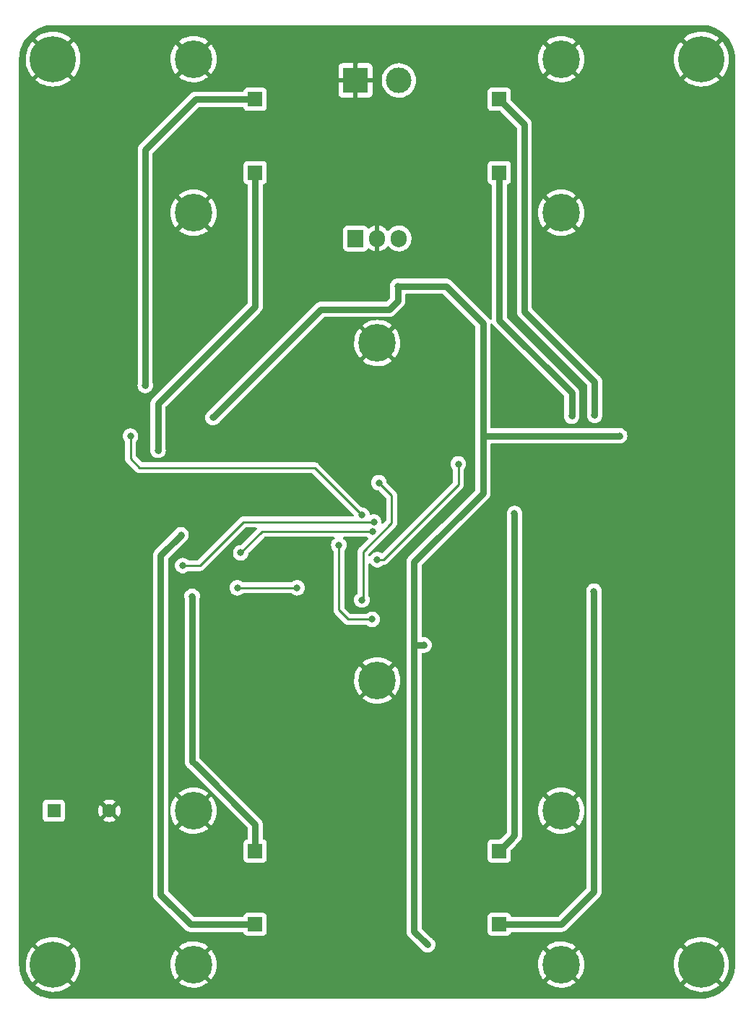
<source format=gbr>
%TF.GenerationSoftware,KiCad,Pcbnew,(6.0.5)*%
%TF.CreationDate,2022-06-28T11:16:47+05:30*%
%TF.ProjectId,MecCam_pro,4d656343-616d-45f7-9072-6f2e6b696361,rev?*%
%TF.SameCoordinates,Original*%
%TF.FileFunction,Copper,L2,Bot*%
%TF.FilePolarity,Positive*%
%FSLAX46Y46*%
G04 Gerber Fmt 4.6, Leading zero omitted, Abs format (unit mm)*
G04 Created by KiCad (PCBNEW (6.0.5)) date 2022-06-28 11:16:47*
%MOMM*%
%LPD*%
G01*
G04 APERTURE LIST*
%TA.AperFunction,ComponentPad*%
%ADD10R,1.905000X2.000000*%
%TD*%
%TA.AperFunction,ComponentPad*%
%ADD11O,1.905000X2.000000*%
%TD*%
%TA.AperFunction,ComponentPad*%
%ADD12R,1.600000X1.600000*%
%TD*%
%TA.AperFunction,ComponentPad*%
%ADD13C,1.600000*%
%TD*%
%TA.AperFunction,ComponentPad*%
%ADD14C,0.800000*%
%TD*%
%TA.AperFunction,ComponentPad*%
%ADD15C,5.400000*%
%TD*%
%TA.AperFunction,ComponentPad*%
%ADD16C,0.700000*%
%TD*%
%TA.AperFunction,ComponentPad*%
%ADD17C,4.400000*%
%TD*%
%TA.AperFunction,ComponentPad*%
%ADD18R,1.700000X1.700000*%
%TD*%
%TA.AperFunction,ComponentPad*%
%ADD19R,3.000000X3.000000*%
%TD*%
%TA.AperFunction,ComponentPad*%
%ADD20C,3.000000*%
%TD*%
%TA.AperFunction,ViaPad*%
%ADD21C,0.800000*%
%TD*%
%TA.AperFunction,Conductor*%
%ADD22C,0.250000*%
%TD*%
%TA.AperFunction,Conductor*%
%ADD23C,0.750000*%
%TD*%
G04 APERTURE END LIST*
D10*
%TO.P,U2,1,IN*%
%TO.N,+12V*%
X97460000Y-68000000D03*
D11*
%TO.P,U2,2,GND*%
%TO.N,GND*%
X100000000Y-68000000D03*
%TO.P,U2,3,OUT*%
%TO.N,Net-(C2-Pad1)*%
X102540000Y-68000000D03*
%TD*%
D12*
%TO.P,BZ1,1,-*%
%TO.N,Net-(BZ1-Pad1)*%
X62100000Y-135000000D03*
D13*
%TO.P,BZ1,2,+*%
%TO.N,GND*%
X68600000Y-135000000D03*
%TD*%
D14*
%TO.P,H1,1,1*%
%TO.N,GND*%
X139431891Y-48431891D03*
X135975000Y-47000000D03*
X140025000Y-47000000D03*
X139431891Y-45568109D03*
D15*
X138000000Y-47000000D03*
D14*
X138000000Y-44975000D03*
X136568109Y-48431891D03*
X136568109Y-45568109D03*
X138000000Y-49025000D03*
%TD*%
%TO.P,H2,1,1*%
%TO.N,GND*%
X138000000Y-155025000D03*
D15*
X138000000Y-153000000D03*
D14*
X136568109Y-151568109D03*
X139431891Y-151568109D03*
X135975000Y-153000000D03*
X136568109Y-154431891D03*
X138000000Y-150975000D03*
X140025000Y-153000000D03*
X139431891Y-154431891D03*
%TD*%
%TO.P,H3,1,1*%
%TO.N,GND*%
X60568109Y-45568109D03*
X63431891Y-48431891D03*
X63431891Y-45568109D03*
D15*
X62000000Y-47000000D03*
D14*
X64025000Y-47000000D03*
X59975000Y-47000000D03*
X62000000Y-49025000D03*
X62000000Y-44975000D03*
X60568109Y-48431891D03*
%TD*%
%TO.P,H4,1,1*%
%TO.N,GND*%
X62000000Y-150975000D03*
X62000000Y-155025000D03*
X63431891Y-151568109D03*
D15*
X62000000Y-153000000D03*
D14*
X64025000Y-153000000D03*
X60568109Y-151568109D03*
X59975000Y-153000000D03*
X63431891Y-154431891D03*
X60568109Y-154431891D03*
%TD*%
D16*
%TO.P,H5,1,1*%
%TO.N,GND*%
X119900000Y-47000000D03*
X122716726Y-48166726D03*
X120383274Y-48166726D03*
X121550000Y-45350000D03*
X121550000Y-48650000D03*
X123200000Y-47000000D03*
D17*
X121550000Y-47000000D03*
D16*
X122716726Y-45833274D03*
X120383274Y-45833274D03*
%TD*%
D17*
%TO.P,H6,1,1*%
%TO.N,GND*%
X121550000Y-65000000D03*
D16*
X122716726Y-66166726D03*
X121550000Y-66650000D03*
X120383274Y-66166726D03*
X122716726Y-63833274D03*
X123200000Y-65000000D03*
X120383274Y-63833274D03*
X121550000Y-63350000D03*
X119900000Y-65000000D03*
%TD*%
%TO.P,H7,1,1*%
%TO.N,GND*%
X78450000Y-48650000D03*
X78450000Y-45350000D03*
X77283274Y-48166726D03*
X77283274Y-45833274D03*
X80100000Y-47000000D03*
D17*
X78450000Y-47000000D03*
D16*
X79616726Y-45833274D03*
X76800000Y-47000000D03*
X79616726Y-48166726D03*
%TD*%
%TO.P,H8,1,1*%
%TO.N,GND*%
X78450000Y-66650000D03*
X76800000Y-65000000D03*
X77283274Y-66166726D03*
X78450000Y-63350000D03*
X79616726Y-66166726D03*
X77283274Y-63833274D03*
X79616726Y-63833274D03*
D17*
X78450000Y-65000000D03*
D16*
X80100000Y-65000000D03*
%TD*%
%TO.P,H9,1,1*%
%TO.N,GND*%
X98833274Y-81416726D03*
D17*
X100000000Y-80250000D03*
D16*
X101166726Y-79083274D03*
X100000000Y-81900000D03*
X101166726Y-81416726D03*
X101650000Y-80250000D03*
X100000000Y-78600000D03*
X98833274Y-79083274D03*
X98350000Y-80250000D03*
%TD*%
%TO.P,H10,1,1*%
%TO.N,GND*%
X100000000Y-118100000D03*
D17*
X100000000Y-119750000D03*
D16*
X98833274Y-118583274D03*
X101166726Y-120916726D03*
X98833274Y-120916726D03*
X101650000Y-119750000D03*
X98350000Y-119750000D03*
X100000000Y-121400000D03*
X101166726Y-118583274D03*
%TD*%
%TO.P,H11,1,1*%
%TO.N,GND*%
X77283274Y-136166726D03*
X78450000Y-133350000D03*
X78450000Y-136650000D03*
D17*
X78450000Y-135000000D03*
D16*
X79616726Y-133833274D03*
X79616726Y-136166726D03*
X76800000Y-135000000D03*
X77283274Y-133833274D03*
X80100000Y-135000000D03*
%TD*%
%TO.P,H12,1,1*%
%TO.N,GND*%
X79616726Y-151833274D03*
D17*
X78450000Y-153000000D03*
D16*
X79616726Y-154166726D03*
X77283274Y-151833274D03*
X78450000Y-151350000D03*
X78450000Y-154650000D03*
X76800000Y-153000000D03*
X80100000Y-153000000D03*
X77283274Y-154166726D03*
%TD*%
%TO.P,H13,1,1*%
%TO.N,GND*%
X120383274Y-136166726D03*
D17*
X121550000Y-135000000D03*
D16*
X121550000Y-136650000D03*
X122716726Y-133833274D03*
X123200000Y-135000000D03*
X119900000Y-135000000D03*
X121550000Y-133350000D03*
X122716726Y-136166726D03*
X120383274Y-133833274D03*
%TD*%
%TO.P,H14,1,1*%
%TO.N,GND*%
X122716726Y-154166726D03*
D17*
X121550000Y-153000000D03*
D16*
X120383274Y-151833274D03*
X121550000Y-151350000D03*
X119900000Y-153000000D03*
X123200000Y-153000000D03*
X121550000Y-154650000D03*
X120383274Y-154166726D03*
X122716726Y-151833274D03*
%TD*%
D18*
%TO.P,J1,1,Pin_1*%
%TO.N,Net-(J1-Pad1)*%
X114300000Y-139700000D03*
%TD*%
%TO.P,J11,1,Pin_1*%
%TO.N,Net-(J11-Pad1)*%
X85700000Y-60300000D03*
%TD*%
%TO.P,J7,1,Pin_1*%
%TO.N,Net-(J7-Pad1)*%
X114300000Y-51700000D03*
%TD*%
%TO.P,J2,1,Pin_1*%
%TO.N,Net-(J2-Pad1)*%
X114300000Y-148300000D03*
%TD*%
%TO.P,J10,1,Pin_1*%
%TO.N,Net-(J10-Pad1)*%
X85700000Y-51700000D03*
%TD*%
%TO.P,J15,1,Pin_1*%
%TO.N,Net-(J15-Pad1)*%
X85700000Y-139700000D03*
%TD*%
%TO.P,J14,1,Pin_1*%
%TO.N,Net-(J14-Pad1)*%
X85700000Y-148300000D03*
%TD*%
%TO.P,J8,1,Pin_1*%
%TO.N,Net-(J8-Pad1)*%
X114300000Y-60300000D03*
%TD*%
D19*
%TO.P,J4,1,Pin_1*%
%TO.N,GND*%
X97460000Y-49500000D03*
D20*
%TO.P,J4,2,Pin_2*%
%TO.N,+12V*%
X102540000Y-49500000D03*
%TD*%
D21*
%TO.N,GND*%
X128300000Y-98700000D03*
X94200000Y-105300000D03*
X78300000Y-100000000D03*
X83225000Y-84075000D03*
X104100000Y-95000000D03*
%TO.N,+5V*%
X128400000Y-91100000D03*
X105900000Y-150700000D03*
X102400000Y-73600000D03*
X105500000Y-115600000D03*
X80740000Y-88960000D03*
%TO.N,+3V3*%
X99400000Y-112600000D03*
X95500000Y-103900000D03*
%TO.N,Net-(J7-Pad1)*%
X125500000Y-88700000D03*
%TO.N,Net-(J10-Pad1)*%
X72800000Y-85200000D03*
%TO.N,Net-(J11-Pad1)*%
X74300000Y-92800000D03*
%TO.N,Net-(J15-Pad1)*%
X78300000Y-109900000D03*
%TO.N,/DM3*%
X77200000Y-106300000D03*
X99600000Y-101200000D03*
%TO.N,/DM4*%
X99500000Y-102300000D03*
X84000000Y-104800000D03*
%TO.N,/M4EN*%
X90600000Y-108900000D03*
X83600000Y-108900000D03*
%TO.N,/M3EN*%
X71075500Y-91147219D03*
X98200000Y-100400000D03*
%TO.N,Net-(D2-Pad2)*%
X100000000Y-105600000D03*
X109500000Y-94400000D03*
%TO.N,Net-(J1-Pad1)*%
X116100000Y-100200000D03*
%TO.N,Net-(J2-Pad1)*%
X125400000Y-109300000D03*
%TO.N,Net-(J8-Pad1)*%
X122800000Y-88800000D03*
%TO.N,Net-(J14-Pad1)*%
X77000000Y-102700000D03*
%TO.N,Net-(R5-Pad2)*%
X100200000Y-96600000D03*
X98195864Y-110324500D03*
%TD*%
D22*
%TO.N,+3V3*%
X95500000Y-111500000D02*
X96600000Y-112600000D01*
X96600000Y-112600000D02*
X99400000Y-112600000D01*
X95500000Y-103900000D02*
X95500000Y-111500000D01*
D23*
%TO.N,+5V*%
X112400000Y-94300000D02*
X112400000Y-90800000D01*
X104300000Y-115600000D02*
X104300000Y-105900000D01*
X105900000Y-150700000D02*
X104300000Y-149100000D01*
X104300000Y-149100000D02*
X104300000Y-115600000D01*
X112400000Y-97800000D02*
X112400000Y-94300000D01*
X108100000Y-73600000D02*
X112400000Y-77900000D01*
X104300000Y-105900000D02*
X112400000Y-97800000D01*
X128400000Y-91100000D02*
X112700000Y-91100000D01*
X95300000Y-76300000D02*
X93700000Y-76300000D01*
X112400000Y-90800000D02*
X112400000Y-83600000D01*
X102400000Y-73600000D02*
X108100000Y-73600000D01*
X93400000Y-76300000D02*
X95300000Y-76300000D01*
X102400000Y-73600000D02*
X102400000Y-75300000D01*
X102400000Y-75300000D02*
X101400000Y-76300000D01*
X105500000Y-115600000D02*
X104300000Y-115600000D01*
X80740000Y-88960000D02*
X93400000Y-76300000D01*
X112400000Y-77900000D02*
X112400000Y-83600000D01*
X112700000Y-91100000D02*
X112400000Y-90800000D01*
X101400000Y-76300000D02*
X95300000Y-76300000D01*
%TO.N,Net-(J7-Pad1)*%
X117250000Y-76550000D02*
X117250000Y-54650000D01*
X125500000Y-88700000D02*
X125500000Y-84800000D01*
X117250000Y-54650000D02*
X114300000Y-51700000D01*
X125500000Y-84800000D02*
X117250000Y-76550000D01*
%TO.N,Net-(J10-Pad1)*%
X78700000Y-51700000D02*
X85700000Y-51700000D01*
X72800000Y-57600000D02*
X78700000Y-51700000D01*
X72800000Y-85200000D02*
X72800000Y-57600000D01*
%TO.N,Net-(J11-Pad1)*%
X76278224Y-85378224D02*
X85700000Y-75956449D01*
X76278224Y-85378224D02*
X74300000Y-87356448D01*
X85700000Y-60300000D02*
X85700000Y-75956449D01*
X74300000Y-87356448D02*
X74300000Y-92800000D01*
%TO.N,Net-(J15-Pad1)*%
X85700000Y-136600000D02*
X78700000Y-129600000D01*
X85700000Y-139700000D02*
X85700000Y-136600000D01*
X78300000Y-109900000D02*
X78300000Y-129200000D01*
X78300000Y-129200000D02*
X78700000Y-129600000D01*
D22*
%TO.N,/DM3*%
X79200000Y-106300000D02*
X84300000Y-101200000D01*
X84300000Y-101200000D02*
X99600000Y-101200000D01*
X77200000Y-106300000D02*
X79200000Y-106300000D01*
%TO.N,/DM4*%
X84000000Y-104800000D02*
X86500000Y-102300000D01*
X86500000Y-102300000D02*
X99500000Y-102300000D01*
%TO.N,/M4EN*%
X90600000Y-108900000D02*
X83600000Y-108900000D01*
%TO.N,/M3EN*%
X98200000Y-100400000D02*
X92650000Y-94850000D01*
X92050000Y-94850000D02*
X72150000Y-94850000D01*
X92650000Y-94850000D02*
X92050000Y-94850000D01*
X72150000Y-94850000D02*
X71075500Y-93775500D01*
X71075500Y-93775500D02*
X71075500Y-91147219D01*
%TO.N,Net-(D2-Pad2)*%
X100800000Y-105500000D02*
X109500000Y-96800000D01*
X100700000Y-105600000D02*
X100000000Y-105600000D01*
X109500000Y-96800000D02*
X109500000Y-94400000D01*
X100800000Y-105500000D02*
X100700000Y-105600000D01*
D23*
%TO.N,Net-(J1-Pad1)*%
X114300000Y-139700000D02*
X115600000Y-138400000D01*
X115600000Y-138400000D02*
X116100000Y-137900000D01*
X116100000Y-137900000D02*
X116100000Y-100200000D01*
%TO.N,Net-(J2-Pad1)*%
X121600000Y-148300000D02*
X125400000Y-144500000D01*
X125400000Y-144500000D02*
X125400000Y-111200000D01*
X114300000Y-148300000D02*
X121600000Y-148300000D01*
X125400000Y-111200000D02*
X125400000Y-109300000D01*
%TO.N,Net-(J8-Pad1)*%
X114300000Y-77600000D02*
X114300000Y-60300000D01*
X122800000Y-88800000D02*
X122800000Y-86100000D01*
X122800000Y-86100000D02*
X114300000Y-77600000D01*
%TO.N,Net-(J14-Pad1)*%
X85700000Y-148300000D02*
X78100000Y-148300000D01*
X74600000Y-144800000D02*
X74600000Y-107700000D01*
X77000000Y-102700000D02*
X74600000Y-105100000D01*
X78100000Y-148300000D02*
X74600000Y-144800000D01*
X74600000Y-105100000D02*
X74600000Y-107700000D01*
D22*
%TO.N,Net-(R5-Pad2)*%
X98350000Y-104650000D02*
X98350000Y-110170364D01*
X101700000Y-98100000D02*
X101700000Y-101300000D01*
X98350000Y-110170364D02*
X98195864Y-110324500D01*
X101700000Y-101300000D02*
X98350000Y-104650000D01*
X100200000Y-96600000D02*
X101700000Y-98100000D01*
%TD*%
%TA.AperFunction,Conductor*%
%TO.N,GND*%
G36*
X137970018Y-43010000D02*
G01*
X137984852Y-43012310D01*
X137984855Y-43012310D01*
X137993724Y-43013691D01*
X138011033Y-43011428D01*
X138013656Y-43011085D01*
X138035810Y-43010156D01*
X138362472Y-43025258D01*
X138374060Y-43026332D01*
X138727672Y-43075659D01*
X138739112Y-43077798D01*
X139086665Y-43159541D01*
X139097841Y-43162721D01*
X139267111Y-43219455D01*
X139436372Y-43276186D01*
X139447224Y-43280390D01*
X139773840Y-43424605D01*
X139784245Y-43429785D01*
X140096177Y-43603530D01*
X140106054Y-43609646D01*
X140400610Y-43811422D01*
X140409898Y-43818436D01*
X140684581Y-44046530D01*
X140693181Y-44054371D01*
X140945629Y-44306819D01*
X140953470Y-44315419D01*
X141181564Y-44590102D01*
X141188578Y-44599390D01*
X141390354Y-44893946D01*
X141396470Y-44903823D01*
X141570215Y-45215755D01*
X141575395Y-45226160D01*
X141719610Y-45552776D01*
X141723814Y-45563628D01*
X141738891Y-45608610D01*
X141835831Y-45897838D01*
X141837276Y-45902150D01*
X141840459Y-45913335D01*
X141871345Y-46044655D01*
X141922202Y-46260888D01*
X141924341Y-46272328D01*
X141973668Y-46625940D01*
X141974742Y-46637529D01*
X141989502Y-46956785D01*
X141988136Y-46981989D01*
X141987690Y-46984850D01*
X141987690Y-46984856D01*
X141986309Y-46993724D01*
X141987473Y-47002626D01*
X141987473Y-47002628D01*
X141990436Y-47025283D01*
X141991500Y-47041621D01*
X141991500Y-152950632D01*
X141990000Y-152970017D01*
X141989165Y-152975383D01*
X141986309Y-152993723D01*
X141987518Y-153002966D01*
X141988915Y-153013655D01*
X141989844Y-153035809D01*
X141974742Y-153362470D01*
X141973668Y-153374059D01*
X141924341Y-153727671D01*
X141922202Y-153739111D01*
X141856735Y-154017463D01*
X141840461Y-154086655D01*
X141837276Y-154097849D01*
X141723814Y-154436371D01*
X141719610Y-154447223D01*
X141575396Y-154773839D01*
X141570208Y-154784257D01*
X141410221Y-155071489D01*
X141396480Y-155096158D01*
X141390354Y-155106053D01*
X141188578Y-155400610D01*
X141181564Y-155409898D01*
X140953470Y-155684581D01*
X140945629Y-155693181D01*
X140693181Y-155945629D01*
X140684581Y-155953470D01*
X140409898Y-156181564D01*
X140400610Y-156188578D01*
X140106054Y-156390354D01*
X140096177Y-156396470D01*
X139784245Y-156570215D01*
X139773840Y-156575395D01*
X139447224Y-156719610D01*
X139436372Y-156723814D01*
X139267111Y-156780545D01*
X139097841Y-156837279D01*
X139086665Y-156840459D01*
X138754150Y-156918665D01*
X138739112Y-156922202D01*
X138727672Y-156924341D01*
X138374060Y-156973668D01*
X138362471Y-156974742D01*
X138043222Y-156989502D01*
X138018018Y-156988136D01*
X138015150Y-156987689D01*
X138015144Y-156987689D01*
X138006276Y-156986308D01*
X137997374Y-156987472D01*
X137997372Y-156987472D01*
X137986347Y-156988914D01*
X137974714Y-156990435D01*
X137958379Y-156991499D01*
X62049367Y-156991499D01*
X62029982Y-156989999D01*
X62015148Y-156987689D01*
X62015145Y-156987689D01*
X62006276Y-156986308D01*
X61988967Y-156988571D01*
X61986344Y-156988914D01*
X61964190Y-156989843D01*
X61637528Y-156974741D01*
X61625940Y-156973667D01*
X61272328Y-156924340D01*
X61260888Y-156922201D01*
X61245850Y-156918664D01*
X60913335Y-156840458D01*
X60902154Y-156837276D01*
X60732889Y-156780544D01*
X60563628Y-156723813D01*
X60552776Y-156719609D01*
X60226170Y-156575398D01*
X60215752Y-156570211D01*
X59903833Y-156396474D01*
X59893938Y-156390347D01*
X59599390Y-156188577D01*
X59590102Y-156181563D01*
X59315419Y-155953469D01*
X59306819Y-155945628D01*
X59054371Y-155693180D01*
X59046530Y-155684580D01*
X58846707Y-155443941D01*
X59921599Y-155443941D01*
X59921637Y-155444486D01*
X59927240Y-155452846D01*
X59949336Y-155473306D01*
X59954759Y-155477793D01*
X60237811Y-155686478D01*
X60243701Y-155690332D01*
X60548258Y-155866167D01*
X60554527Y-155869334D01*
X60876798Y-156010132D01*
X60883381Y-156012580D01*
X61219332Y-156116574D01*
X61226147Y-156118273D01*
X61571588Y-156184169D01*
X61578565Y-156185100D01*
X61929214Y-156212081D01*
X61936222Y-156212227D01*
X62287692Y-156199954D01*
X62294688Y-156199317D01*
X62642582Y-156147945D01*
X62649481Y-156146529D01*
X62989498Y-156056693D01*
X62996158Y-156054529D01*
X63324047Y-155927349D01*
X63330446Y-155924446D01*
X63642099Y-155761517D01*
X63648144Y-155757914D01*
X63939694Y-155561261D01*
X63945288Y-155557015D01*
X64067910Y-155452656D01*
X64076342Y-155439788D01*
X64070313Y-155429523D01*
X63727213Y-155086423D01*
X76728703Y-155086423D01*
X76736227Y-155096854D01*
X76875483Y-155209020D01*
X76881657Y-155213408D01*
X77152271Y-155382178D01*
X77158931Y-155385794D01*
X77447852Y-155520827D01*
X77454905Y-155523620D01*
X77757970Y-155622970D01*
X77765282Y-155624888D01*
X78078092Y-155687109D01*
X78085590Y-155688137D01*
X78403610Y-155712328D01*
X78411173Y-155712446D01*
X78729785Y-155698257D01*
X78737326Y-155697465D01*
X79051924Y-155645101D01*
X79059302Y-155643411D01*
X79365355Y-155553625D01*
X79372450Y-155551071D01*
X79665496Y-155425169D01*
X79672263Y-155421765D01*
X79948042Y-155261580D01*
X79954349Y-155257390D01*
X80164305Y-155098889D01*
X80172761Y-155087496D01*
X80172172Y-155086423D01*
X119828703Y-155086423D01*
X119836227Y-155096854D01*
X119975483Y-155209020D01*
X119981657Y-155213408D01*
X120252271Y-155382178D01*
X120258931Y-155385794D01*
X120547852Y-155520827D01*
X120554905Y-155523620D01*
X120857970Y-155622970D01*
X120865282Y-155624888D01*
X121178092Y-155687109D01*
X121185590Y-155688137D01*
X121503610Y-155712328D01*
X121511173Y-155712446D01*
X121829785Y-155698257D01*
X121837326Y-155697465D01*
X122151924Y-155645101D01*
X122159302Y-155643411D01*
X122465355Y-155553625D01*
X122472450Y-155551071D01*
X122721803Y-155443941D01*
X135921599Y-155443941D01*
X135921637Y-155444486D01*
X135927240Y-155452846D01*
X135949336Y-155473306D01*
X135954759Y-155477793D01*
X136237811Y-155686478D01*
X136243701Y-155690332D01*
X136548258Y-155866167D01*
X136554527Y-155869334D01*
X136876798Y-156010132D01*
X136883381Y-156012580D01*
X137219332Y-156116574D01*
X137226147Y-156118273D01*
X137571588Y-156184169D01*
X137578565Y-156185100D01*
X137929214Y-156212081D01*
X137936222Y-156212227D01*
X138287692Y-156199954D01*
X138294688Y-156199317D01*
X138642582Y-156147945D01*
X138649481Y-156146529D01*
X138989498Y-156056693D01*
X138996158Y-156054529D01*
X139324047Y-155927349D01*
X139330446Y-155924446D01*
X139642099Y-155761517D01*
X139648144Y-155757914D01*
X139939694Y-155561261D01*
X139945288Y-155557015D01*
X140067910Y-155452656D01*
X140076342Y-155439788D01*
X140070313Y-155429523D01*
X138012812Y-153372022D01*
X137998868Y-153364408D01*
X137997035Y-153364539D01*
X137990420Y-153368790D01*
X135929213Y-155429997D01*
X135921599Y-155443941D01*
X122721803Y-155443941D01*
X122765496Y-155425169D01*
X122772263Y-155421765D01*
X123048042Y-155261580D01*
X123054349Y-155257390D01*
X123264305Y-155098889D01*
X123272761Y-155087496D01*
X123266045Y-155075256D01*
X121562810Y-153372020D01*
X121548869Y-153364408D01*
X121547034Y-153364539D01*
X121540420Y-153368790D01*
X119835818Y-155073393D01*
X119828703Y-155086423D01*
X80172172Y-155086423D01*
X80166045Y-155075256D01*
X78462810Y-153372020D01*
X78448869Y-153364408D01*
X78447034Y-153364539D01*
X78440420Y-153368790D01*
X76735818Y-155073393D01*
X76728703Y-155086423D01*
X63727213Y-155086423D01*
X62012812Y-153372022D01*
X61998868Y-153364408D01*
X61997035Y-153364539D01*
X61990420Y-153368790D01*
X59929213Y-155429997D01*
X59921599Y-155443941D01*
X58846707Y-155443941D01*
X58818437Y-155409897D01*
X58811423Y-155400609D01*
X58609647Y-155106053D01*
X58603521Y-155096158D01*
X58589781Y-155071489D01*
X58429793Y-154784257D01*
X58424605Y-154773839D01*
X58280391Y-154447223D01*
X58276187Y-154436371D01*
X58162725Y-154097849D01*
X58159540Y-154086655D01*
X58143267Y-154017463D01*
X58077799Y-153739111D01*
X58075660Y-153727671D01*
X58026333Y-153374059D01*
X58025259Y-153362470D01*
X58010499Y-153043208D01*
X58011865Y-153018006D01*
X58012309Y-153015151D01*
X58013691Y-153006275D01*
X58010890Y-152984851D01*
X58009564Y-152974716D01*
X58008519Y-152958666D01*
X58787406Y-152958666D01*
X58802133Y-153310021D01*
X58802818Y-153317013D01*
X58856620Y-153664559D01*
X58858080Y-153671426D01*
X58950288Y-154010807D01*
X58952502Y-154017463D01*
X59081970Y-154344462D01*
X59084909Y-154350823D01*
X59250019Y-154661347D01*
X59253653Y-154667348D01*
X59452339Y-154957523D01*
X59456633Y-154963098D01*
X59547208Y-155068030D01*
X59560251Y-155076447D01*
X59570282Y-155070508D01*
X61627978Y-153012812D01*
X61634356Y-153001132D01*
X62364408Y-153001132D01*
X62364539Y-153002965D01*
X62368790Y-153009580D01*
X64430699Y-155071489D01*
X64444643Y-155079103D01*
X64445423Y-155079048D01*
X64453470Y-155073696D01*
X64458932Y-155067880D01*
X64463454Y-155062491D01*
X64674113Y-154780896D01*
X64678003Y-154775042D01*
X64855962Y-154471719D01*
X64859176Y-154465465D01*
X65002214Y-154144195D01*
X65004711Y-154137620D01*
X65111048Y-153802405D01*
X65112794Y-153795603D01*
X65181100Y-153450635D01*
X65182081Y-153443654D01*
X65211619Y-153091898D01*
X65211833Y-153087529D01*
X65213025Y-153002178D01*
X65212934Y-152997828D01*
X65211679Y-152975383D01*
X75737388Y-152975383D01*
X75753245Y-153293914D01*
X75754076Y-153301443D01*
X75808085Y-153615759D01*
X75809818Y-153623146D01*
X75901196Y-153928695D01*
X75903799Y-153935808D01*
X76031227Y-154228173D01*
X76034669Y-154234929D01*
X76196296Y-154509865D01*
X76200519Y-154516150D01*
X76351463Y-154713934D01*
X76362989Y-154722396D01*
X76375054Y-154715735D01*
X78077980Y-153012810D01*
X78084357Y-153001131D01*
X78814408Y-153001131D01*
X78814539Y-153002966D01*
X78818790Y-153009580D01*
X80523285Y-154714074D01*
X80536408Y-154721240D01*
X80546709Y-154713851D01*
X80650751Y-154586055D01*
X80655164Y-154579914D01*
X80825349Y-154310187D01*
X80829005Y-154303536D01*
X80965544Y-154015335D01*
X80968375Y-154008295D01*
X81069306Y-153705767D01*
X81071270Y-153698433D01*
X81135122Y-153385989D01*
X81136194Y-153378465D01*
X81162173Y-153059051D01*
X81162378Y-153054576D01*
X81162927Y-153002221D01*
X81162817Y-152997789D01*
X81161466Y-152975383D01*
X118837388Y-152975383D01*
X118853245Y-153293914D01*
X118854076Y-153301443D01*
X118908085Y-153615759D01*
X118909818Y-153623146D01*
X119001196Y-153928695D01*
X119003799Y-153935808D01*
X119131227Y-154228173D01*
X119134669Y-154234929D01*
X119296296Y-154509865D01*
X119300519Y-154516150D01*
X119451463Y-154713934D01*
X119462989Y-154722396D01*
X119475054Y-154715735D01*
X121177980Y-153012810D01*
X121184357Y-153001131D01*
X121914408Y-153001131D01*
X121914539Y-153002966D01*
X121918790Y-153009580D01*
X123623285Y-154714074D01*
X123636408Y-154721240D01*
X123646709Y-154713851D01*
X123750751Y-154586055D01*
X123755164Y-154579914D01*
X123925349Y-154310187D01*
X123929005Y-154303536D01*
X124065544Y-154015335D01*
X124068375Y-154008295D01*
X124169306Y-153705767D01*
X124171270Y-153698433D01*
X124235122Y-153385989D01*
X124236194Y-153378465D01*
X124262173Y-153059051D01*
X124262378Y-153054576D01*
X124262927Y-153002221D01*
X124262817Y-152997789D01*
X124260458Y-152958666D01*
X134787406Y-152958666D01*
X134802133Y-153310021D01*
X134802818Y-153317013D01*
X134856620Y-153664559D01*
X134858080Y-153671426D01*
X134950288Y-154010807D01*
X134952502Y-154017463D01*
X135081970Y-154344462D01*
X135084909Y-154350823D01*
X135250019Y-154661347D01*
X135253653Y-154667348D01*
X135452339Y-154957523D01*
X135456633Y-154963098D01*
X135547208Y-155068030D01*
X135560251Y-155076447D01*
X135570282Y-155070508D01*
X137627978Y-153012812D01*
X137634356Y-153001132D01*
X138364408Y-153001132D01*
X138364539Y-153002965D01*
X138368790Y-153009580D01*
X140430699Y-155071489D01*
X140444643Y-155079103D01*
X140445423Y-155079048D01*
X140453470Y-155073696D01*
X140458932Y-155067880D01*
X140463454Y-155062491D01*
X140674113Y-154780896D01*
X140678003Y-154775042D01*
X140855962Y-154471719D01*
X140859176Y-154465465D01*
X141002214Y-154144195D01*
X141004711Y-154137620D01*
X141111048Y-153802405D01*
X141112794Y-153795603D01*
X141181100Y-153450635D01*
X141182081Y-153443654D01*
X141211619Y-153091898D01*
X141211833Y-153087529D01*
X141213025Y-153002178D01*
X141212934Y-152997828D01*
X141193227Y-152645352D01*
X141192445Y-152638380D01*
X141133794Y-152291612D01*
X141132241Y-152284776D01*
X141035300Y-151946704D01*
X141032997Y-151940091D01*
X140898976Y-151614930D01*
X140895947Y-151608610D01*
X140726521Y-151300424D01*
X140722795Y-151294462D01*
X140520076Y-151007090D01*
X140515715Y-151001588D01*
X140453394Y-150931394D01*
X140440004Y-150923015D01*
X140430446Y-150928764D01*
X138372022Y-152987188D01*
X138364408Y-153001132D01*
X137634356Y-153001132D01*
X137635592Y-152998868D01*
X137635461Y-152997035D01*
X137631210Y-152990420D01*
X135570595Y-150929805D01*
X135556651Y-150922191D01*
X135556342Y-150922213D01*
X135547671Y-150928068D01*
X135512436Y-150966654D01*
X135507992Y-150972103D01*
X135301287Y-151256608D01*
X135297470Y-151262530D01*
X135123771Y-151568297D01*
X135120641Y-151574602D01*
X134982101Y-151897838D01*
X134979699Y-151904439D01*
X134878055Y-152241099D01*
X134876400Y-152247942D01*
X134812918Y-152593824D01*
X134812035Y-152600819D01*
X134787504Y-152951621D01*
X134787406Y-152958666D01*
X124260458Y-152958666D01*
X124243529Y-152677853D01*
X124242621Y-152670351D01*
X124185319Y-152356593D01*
X124183518Y-152349260D01*
X124088935Y-152044655D01*
X124086263Y-152037583D01*
X123955781Y-151746570D01*
X123952264Y-151739843D01*
X123787771Y-151466621D01*
X123783481Y-151460377D01*
X123647991Y-151286647D01*
X123636199Y-151278178D01*
X123624486Y-151284725D01*
X121922020Y-152987190D01*
X121914408Y-153001131D01*
X121184357Y-153001131D01*
X121185592Y-152998869D01*
X121185461Y-152997034D01*
X121181210Y-152990420D01*
X119476445Y-151285656D01*
X119463510Y-151278592D01*
X119452949Y-151286252D01*
X119332766Y-151437072D01*
X119328410Y-151443270D01*
X119161059Y-151714764D01*
X119157479Y-151721440D01*
X119023956Y-152011074D01*
X119021206Y-152018125D01*
X118923444Y-152321708D01*
X118921561Y-152329041D01*
X118860979Y-152642170D01*
X118859992Y-152649670D01*
X118837467Y-152967802D01*
X118837388Y-152975383D01*
X81161466Y-152975383D01*
X81143529Y-152677853D01*
X81142621Y-152670351D01*
X81085319Y-152356593D01*
X81083518Y-152349260D01*
X80988935Y-152044655D01*
X80986263Y-152037583D01*
X80855781Y-151746570D01*
X80852264Y-151739843D01*
X80687771Y-151466621D01*
X80683481Y-151460377D01*
X80547991Y-151286647D01*
X80536199Y-151278178D01*
X80524486Y-151284725D01*
X78822020Y-152987190D01*
X78814408Y-153001131D01*
X78084357Y-153001131D01*
X78085592Y-152998869D01*
X78085461Y-152997034D01*
X78081210Y-152990420D01*
X76376445Y-151285656D01*
X76363510Y-151278592D01*
X76352949Y-151286252D01*
X76232766Y-151437072D01*
X76228410Y-151443270D01*
X76061059Y-151714764D01*
X76057479Y-151721440D01*
X75923956Y-152011074D01*
X75921206Y-152018125D01*
X75823444Y-152321708D01*
X75821561Y-152329041D01*
X75760979Y-152642170D01*
X75759992Y-152649670D01*
X75737467Y-152967802D01*
X75737388Y-152975383D01*
X65211679Y-152975383D01*
X65193227Y-152645352D01*
X65192445Y-152638380D01*
X65133794Y-152291612D01*
X65132241Y-152284776D01*
X65035300Y-151946704D01*
X65032997Y-151940091D01*
X64898976Y-151614930D01*
X64895947Y-151608610D01*
X64726521Y-151300424D01*
X64722795Y-151294462D01*
X64520076Y-151007090D01*
X64515715Y-151001588D01*
X64453394Y-150931394D01*
X64440004Y-150923015D01*
X64430446Y-150928764D01*
X62372022Y-152987188D01*
X62364408Y-153001132D01*
X61634356Y-153001132D01*
X61635592Y-152998868D01*
X61635461Y-152997035D01*
X61631210Y-152990420D01*
X59570595Y-150929805D01*
X59556651Y-150922191D01*
X59556342Y-150922213D01*
X59547671Y-150928068D01*
X59512436Y-150966654D01*
X59507992Y-150972103D01*
X59301287Y-151256608D01*
X59297470Y-151262530D01*
X59123771Y-151568297D01*
X59120641Y-151574602D01*
X58982101Y-151897838D01*
X58979699Y-151904439D01*
X58878055Y-152241099D01*
X58876400Y-152247942D01*
X58812918Y-152593824D01*
X58812035Y-152600819D01*
X58787504Y-152951621D01*
X58787406Y-152958666D01*
X58008519Y-152958666D01*
X58008500Y-152958378D01*
X58008500Y-150560178D01*
X59923338Y-150560178D01*
X59929184Y-150569974D01*
X61987188Y-152627978D01*
X62001132Y-152635592D01*
X62002965Y-152635461D01*
X62009580Y-152631210D01*
X63727367Y-150913423D01*
X76727917Y-150913423D01*
X76734520Y-150925309D01*
X78437190Y-152627980D01*
X78451131Y-152635592D01*
X78452966Y-152635461D01*
X78459580Y-152631210D01*
X80164559Y-150926230D01*
X80171571Y-150913389D01*
X80163777Y-150902701D01*
X80001298Y-150774613D01*
X79995075Y-150770288D01*
X79722702Y-150604357D01*
X79716025Y-150600822D01*
X79425686Y-150468813D01*
X79418616Y-150466099D01*
X79114537Y-150369932D01*
X79107186Y-150368085D01*
X78793746Y-150309142D01*
X78786237Y-150308194D01*
X78467989Y-150287335D01*
X78460424Y-150287295D01*
X78141964Y-150304821D01*
X78134450Y-150305690D01*
X77820405Y-150361348D01*
X77813044Y-150363115D01*
X77507980Y-150456092D01*
X77500860Y-150458740D01*
X77209182Y-150587690D01*
X77202445Y-150591167D01*
X76928355Y-150754233D01*
X76922091Y-150758490D01*
X76736385Y-150901762D01*
X76727917Y-150913423D01*
X63727367Y-150913423D01*
X64069714Y-150571076D01*
X64077328Y-150557132D01*
X64077323Y-150557057D01*
X64071217Y-150548081D01*
X64015933Y-150498303D01*
X64010445Y-150493891D01*
X63724508Y-150289180D01*
X63718561Y-150285407D01*
X63411586Y-150113844D01*
X63405268Y-150110762D01*
X63081073Y-149974484D01*
X63074437Y-149972121D01*
X62737084Y-149872832D01*
X62730241Y-149871226D01*
X62383898Y-149810157D01*
X62376927Y-149809326D01*
X62025949Y-149787244D01*
X62018918Y-149787195D01*
X61667651Y-149804374D01*
X61660673Y-149805108D01*
X61313519Y-149861335D01*
X61306651Y-149862845D01*
X60967935Y-149957417D01*
X60961279Y-149959683D01*
X60635212Y-150091422D01*
X60628857Y-150094412D01*
X60319501Y-150261681D01*
X60313512Y-150265365D01*
X60024731Y-150466073D01*
X60019200Y-150470394D01*
X59931736Y-150546964D01*
X59923338Y-150560178D01*
X58008500Y-150560178D01*
X58008500Y-144753507D01*
X73712850Y-144753507D01*
X73713195Y-144760094D01*
X73713195Y-144760098D01*
X73716327Y-144819850D01*
X73716500Y-144826445D01*
X73716500Y-144846306D01*
X73718079Y-144861331D01*
X73718576Y-144866059D01*
X73719093Y-144872628D01*
X73722570Y-144938971D01*
X73726042Y-144951929D01*
X73729645Y-144971372D01*
X73731046Y-144984702D01*
X73751578Y-145047894D01*
X73753444Y-145054196D01*
X73770638Y-145118363D01*
X73773634Y-145124242D01*
X73773637Y-145124251D01*
X73776728Y-145130317D01*
X73784292Y-145148579D01*
X73786392Y-145155043D01*
X73786395Y-145155051D01*
X73788436Y-145161331D01*
X73791738Y-145167050D01*
X73791740Y-145167055D01*
X73821654Y-145218867D01*
X73824787Y-145224637D01*
X73854953Y-145283839D01*
X73859109Y-145288971D01*
X73863391Y-145294259D01*
X73874589Y-145310552D01*
X73881296Y-145322169D01*
X73885713Y-145327075D01*
X73885717Y-145327080D01*
X73925747Y-145371538D01*
X73930031Y-145376554D01*
X73940441Y-145389409D01*
X73942528Y-145391986D01*
X73956573Y-145406031D01*
X73961114Y-145410816D01*
X74005566Y-145460185D01*
X74016426Y-145468075D01*
X74031454Y-145480912D01*
X77419088Y-148868546D01*
X77431925Y-148883574D01*
X77439815Y-148894434D01*
X77444725Y-148898855D01*
X77444726Y-148898856D01*
X77489184Y-148938886D01*
X77493969Y-148943427D01*
X77508014Y-148957472D01*
X77523458Y-148969979D01*
X77528464Y-148974255D01*
X77572919Y-149014282D01*
X77572923Y-149014285D01*
X77577831Y-149018704D01*
X77589451Y-149025413D01*
X77605737Y-149036607D01*
X77606964Y-149037601D01*
X77616160Y-149045047D01*
X77675351Y-149075206D01*
X77681135Y-149078347D01*
X77732951Y-149108263D01*
X77732953Y-149108264D01*
X77738669Y-149111564D01*
X77744945Y-149113603D01*
X77744949Y-149113605D01*
X77751421Y-149115708D01*
X77769683Y-149123272D01*
X77775752Y-149126364D01*
X77775756Y-149126366D01*
X77781637Y-149129362D01*
X77788008Y-149131069D01*
X77788013Y-149131071D01*
X77845803Y-149146555D01*
X77852122Y-149148427D01*
X77915298Y-149168954D01*
X77921869Y-149169645D01*
X77921870Y-149169645D01*
X77928635Y-149170356D01*
X77948069Y-149173958D01*
X77954639Y-149175718D01*
X77954646Y-149175719D01*
X77961028Y-149177429D01*
X77967626Y-149177775D01*
X77967627Y-149177775D01*
X78027346Y-149180905D01*
X78033922Y-149181422D01*
X78053694Y-149183500D01*
X78073574Y-149183500D01*
X78080168Y-149183673D01*
X78139901Y-149186804D01*
X78139906Y-149186804D01*
X78146493Y-149187149D01*
X78159740Y-149185051D01*
X78179450Y-149183500D01*
X84232130Y-149183500D01*
X84300251Y-149203502D01*
X84346744Y-149257158D01*
X84350112Y-149265270D01*
X84381079Y-149347874D01*
X84399385Y-149396705D01*
X84486739Y-149513261D01*
X84603295Y-149600615D01*
X84739684Y-149651745D01*
X84801866Y-149658500D01*
X86598134Y-149658500D01*
X86660316Y-149651745D01*
X86796705Y-149600615D01*
X86913261Y-149513261D01*
X87000615Y-149396705D01*
X87051745Y-149260316D01*
X87058500Y-149198134D01*
X87058500Y-147401866D01*
X87051745Y-147339684D01*
X87000615Y-147203295D01*
X86913261Y-147086739D01*
X86796705Y-146999385D01*
X86660316Y-146948255D01*
X86598134Y-146941500D01*
X84801866Y-146941500D01*
X84739684Y-146948255D01*
X84603295Y-146999385D01*
X84486739Y-147086739D01*
X84399385Y-147203295D01*
X84396233Y-147211703D01*
X84350112Y-147334730D01*
X84307470Y-147391494D01*
X84240909Y-147416194D01*
X84232130Y-147416500D01*
X78518148Y-147416500D01*
X78450027Y-147396498D01*
X78429053Y-147379595D01*
X75520405Y-144470947D01*
X75486379Y-144408635D01*
X75483500Y-144381852D01*
X75483500Y-137086423D01*
X76728703Y-137086423D01*
X76736227Y-137096854D01*
X76875483Y-137209020D01*
X76881657Y-137213408D01*
X77152271Y-137382178D01*
X77158931Y-137385794D01*
X77447852Y-137520827D01*
X77454905Y-137523620D01*
X77757970Y-137622970D01*
X77765282Y-137624888D01*
X78078092Y-137687109D01*
X78085590Y-137688137D01*
X78403610Y-137712328D01*
X78411173Y-137712446D01*
X78729785Y-137698257D01*
X78737326Y-137697465D01*
X79051924Y-137645101D01*
X79059302Y-137643411D01*
X79365355Y-137553625D01*
X79372450Y-137551071D01*
X79665496Y-137425169D01*
X79672263Y-137421765D01*
X79948042Y-137261580D01*
X79954349Y-137257390D01*
X80164305Y-137098889D01*
X80172761Y-137087496D01*
X80166045Y-137075256D01*
X78462810Y-135372020D01*
X78448869Y-135364408D01*
X78447034Y-135364539D01*
X78440420Y-135368790D01*
X76735818Y-137073393D01*
X76728703Y-137086423D01*
X75483500Y-137086423D01*
X75483500Y-134975383D01*
X75737388Y-134975383D01*
X75753245Y-135293914D01*
X75754076Y-135301443D01*
X75808085Y-135615759D01*
X75809818Y-135623146D01*
X75901196Y-135928695D01*
X75903799Y-135935808D01*
X76031227Y-136228173D01*
X76034669Y-136234929D01*
X76196296Y-136509865D01*
X76200519Y-136516150D01*
X76351463Y-136713934D01*
X76362989Y-136722396D01*
X76375054Y-136715735D01*
X78077980Y-135012810D01*
X78084357Y-135001131D01*
X78814408Y-135001131D01*
X78814539Y-135002966D01*
X78818790Y-135009580D01*
X80523285Y-136714074D01*
X80536408Y-136721240D01*
X80546709Y-136713851D01*
X80650751Y-136586055D01*
X80655164Y-136579914D01*
X80825349Y-136310187D01*
X80829005Y-136303536D01*
X80965544Y-136015335D01*
X80968375Y-136008295D01*
X81069306Y-135705767D01*
X81071270Y-135698433D01*
X81135122Y-135385989D01*
X81136194Y-135378465D01*
X81162173Y-135059051D01*
X81162378Y-135054576D01*
X81162927Y-135002221D01*
X81162817Y-134997789D01*
X81143529Y-134677853D01*
X81142621Y-134670351D01*
X81085319Y-134356593D01*
X81083518Y-134349260D01*
X80988935Y-134044655D01*
X80986263Y-134037583D01*
X80855781Y-133746570D01*
X80852264Y-133739843D01*
X80687771Y-133466621D01*
X80683481Y-133460377D01*
X80547991Y-133286647D01*
X80536199Y-133278178D01*
X80524486Y-133284725D01*
X78822020Y-134987190D01*
X78814408Y-135001131D01*
X78084357Y-135001131D01*
X78085592Y-134998869D01*
X78085461Y-134997034D01*
X78081210Y-134990420D01*
X76376445Y-133285656D01*
X76363510Y-133278592D01*
X76352949Y-133286252D01*
X76232766Y-133437072D01*
X76228410Y-133443270D01*
X76061059Y-133714764D01*
X76057479Y-133721440D01*
X75923956Y-134011074D01*
X75921206Y-134018125D01*
X75823444Y-134321708D01*
X75821561Y-134329041D01*
X75760979Y-134642170D01*
X75759992Y-134649670D01*
X75737467Y-134967802D01*
X75737388Y-134975383D01*
X75483500Y-134975383D01*
X75483500Y-132913423D01*
X76727917Y-132913423D01*
X76734520Y-132925309D01*
X78437190Y-134627980D01*
X78451131Y-134635592D01*
X78452966Y-134635461D01*
X78459580Y-134631210D01*
X80164559Y-132926230D01*
X80171571Y-132913389D01*
X80163777Y-132902701D01*
X80001298Y-132774613D01*
X79995075Y-132770288D01*
X79722702Y-132604357D01*
X79716025Y-132600822D01*
X79425686Y-132468813D01*
X79418616Y-132466099D01*
X79114537Y-132369932D01*
X79107186Y-132368085D01*
X78793746Y-132309142D01*
X78786237Y-132308194D01*
X78467989Y-132287335D01*
X78460424Y-132287295D01*
X78141964Y-132304821D01*
X78134450Y-132305690D01*
X77820405Y-132361348D01*
X77813044Y-132363115D01*
X77507980Y-132456092D01*
X77500860Y-132458740D01*
X77209182Y-132587690D01*
X77202445Y-132591167D01*
X76928355Y-132754233D01*
X76922091Y-132758490D01*
X76736385Y-132901762D01*
X76727917Y-132913423D01*
X75483500Y-132913423D01*
X75483500Y-109900000D01*
X77386496Y-109900000D01*
X77406458Y-110089928D01*
X77408498Y-110096206D01*
X77410333Y-110101854D01*
X77416500Y-110140790D01*
X77416500Y-129120543D01*
X77414949Y-129140255D01*
X77412850Y-129153507D01*
X77413195Y-129160094D01*
X77413195Y-129160098D01*
X77416327Y-129219850D01*
X77416500Y-129226445D01*
X77416500Y-129246306D01*
X77416844Y-129249577D01*
X77418576Y-129266059D01*
X77419093Y-129272628D01*
X77422570Y-129338971D01*
X77426042Y-129351929D01*
X77429645Y-129371372D01*
X77431046Y-129384702D01*
X77451578Y-129447894D01*
X77453444Y-129454196D01*
X77470638Y-129518363D01*
X77473634Y-129524242D01*
X77473637Y-129524251D01*
X77476728Y-129530317D01*
X77484292Y-129548579D01*
X77486392Y-129555043D01*
X77486395Y-129555051D01*
X77488436Y-129561331D01*
X77491738Y-129567050D01*
X77491740Y-129567055D01*
X77521654Y-129618867D01*
X77524787Y-129624637D01*
X77554953Y-129683839D01*
X77559109Y-129688971D01*
X77563391Y-129694259D01*
X77574589Y-129710552D01*
X77581296Y-129722169D01*
X77585713Y-129727075D01*
X77585717Y-129727080D01*
X77625747Y-129771538D01*
X77630031Y-129776554D01*
X77640441Y-129789409D01*
X77642528Y-129791986D01*
X77656573Y-129806031D01*
X77661114Y-129810816D01*
X77705566Y-129860185D01*
X77716426Y-129868075D01*
X77731454Y-129880912D01*
X84779595Y-136929053D01*
X84813621Y-136991365D01*
X84816500Y-137018148D01*
X84816500Y-138232130D01*
X84796498Y-138300251D01*
X84742842Y-138346744D01*
X84734730Y-138350112D01*
X84603295Y-138399385D01*
X84486739Y-138486739D01*
X84399385Y-138603295D01*
X84348255Y-138739684D01*
X84341500Y-138801866D01*
X84341500Y-140598134D01*
X84348255Y-140660316D01*
X84399385Y-140796705D01*
X84486739Y-140913261D01*
X84603295Y-141000615D01*
X84739684Y-141051745D01*
X84801866Y-141058500D01*
X86598134Y-141058500D01*
X86660316Y-141051745D01*
X86796705Y-141000615D01*
X86913261Y-140913261D01*
X87000615Y-140796705D01*
X87051745Y-140660316D01*
X87058500Y-140598134D01*
X87058500Y-138801866D01*
X87051745Y-138739684D01*
X87000615Y-138603295D01*
X86913261Y-138486739D01*
X86796705Y-138399385D01*
X86665270Y-138350112D01*
X86608506Y-138307470D01*
X86583806Y-138240909D01*
X86583500Y-138232130D01*
X86583500Y-136679457D01*
X86585051Y-136659745D01*
X86586118Y-136653008D01*
X86587150Y-136646493D01*
X86583983Y-136586055D01*
X86583673Y-136580150D01*
X86583500Y-136573555D01*
X86583500Y-136553694D01*
X86581423Y-136533931D01*
X86580907Y-136527367D01*
X86577776Y-136467623D01*
X86577775Y-136467619D01*
X86577430Y-136461029D01*
X86573958Y-136448071D01*
X86570355Y-136428628D01*
X86569644Y-136421866D01*
X86568954Y-136415298D01*
X86548422Y-136352106D01*
X86546556Y-136345804D01*
X86531071Y-136288015D01*
X86529362Y-136281637D01*
X86526366Y-136275758D01*
X86526363Y-136275749D01*
X86523272Y-136269683D01*
X86515708Y-136251421D01*
X86513608Y-136244957D01*
X86513605Y-136244949D01*
X86511564Y-136238669D01*
X86508262Y-136232950D01*
X86508260Y-136232945D01*
X86478346Y-136181133D01*
X86475213Y-136175363D01*
X86445047Y-136116161D01*
X86436609Y-136105741D01*
X86425411Y-136089448D01*
X86425209Y-136089097D01*
X86418704Y-136077831D01*
X86414287Y-136072925D01*
X86414283Y-136072920D01*
X86374253Y-136028462D01*
X86369969Y-136023446D01*
X86359559Y-136010591D01*
X86359556Y-136010588D01*
X86357472Y-136008014D01*
X86343427Y-135993969D01*
X86338886Y-135989184D01*
X86298856Y-135944726D01*
X86298855Y-135944725D01*
X86294434Y-135939815D01*
X86283574Y-135931925D01*
X86268546Y-135919088D01*
X79220405Y-128870947D01*
X79186379Y-128808635D01*
X79183500Y-128781852D01*
X79183500Y-121836423D01*
X98278703Y-121836423D01*
X98286227Y-121846854D01*
X98425483Y-121959020D01*
X98431657Y-121963408D01*
X98702271Y-122132178D01*
X98708931Y-122135794D01*
X98997852Y-122270827D01*
X99004905Y-122273620D01*
X99307970Y-122372970D01*
X99315282Y-122374888D01*
X99628092Y-122437109D01*
X99635590Y-122438137D01*
X99953610Y-122462328D01*
X99961173Y-122462446D01*
X100279785Y-122448257D01*
X100287326Y-122447465D01*
X100601924Y-122395101D01*
X100609302Y-122393411D01*
X100915355Y-122303625D01*
X100922450Y-122301071D01*
X101215496Y-122175169D01*
X101222263Y-122171765D01*
X101498042Y-122011580D01*
X101504349Y-122007390D01*
X101714305Y-121848889D01*
X101722761Y-121837496D01*
X101716045Y-121825256D01*
X100012810Y-120122020D01*
X99998869Y-120114408D01*
X99997034Y-120114539D01*
X99990420Y-120118790D01*
X98285818Y-121823393D01*
X98278703Y-121836423D01*
X79183500Y-121836423D01*
X79183500Y-119725383D01*
X97287388Y-119725383D01*
X97303245Y-120043914D01*
X97304076Y-120051443D01*
X97358085Y-120365759D01*
X97359818Y-120373146D01*
X97451196Y-120678695D01*
X97453799Y-120685808D01*
X97581227Y-120978173D01*
X97584669Y-120984929D01*
X97746296Y-121259865D01*
X97750519Y-121266150D01*
X97901463Y-121463934D01*
X97912989Y-121472396D01*
X97925054Y-121465735D01*
X99627980Y-119762810D01*
X99634357Y-119751131D01*
X100364408Y-119751131D01*
X100364539Y-119752966D01*
X100368790Y-119759580D01*
X102073285Y-121464074D01*
X102086408Y-121471240D01*
X102096709Y-121463851D01*
X102200751Y-121336055D01*
X102205164Y-121329914D01*
X102375349Y-121060187D01*
X102379005Y-121053536D01*
X102515544Y-120765335D01*
X102518375Y-120758295D01*
X102619306Y-120455767D01*
X102621270Y-120448433D01*
X102685122Y-120135989D01*
X102686194Y-120128465D01*
X102712173Y-119809051D01*
X102712378Y-119804576D01*
X102712927Y-119752221D01*
X102712817Y-119747789D01*
X102693529Y-119427853D01*
X102692621Y-119420351D01*
X102635319Y-119106593D01*
X102633518Y-119099260D01*
X102538935Y-118794655D01*
X102536263Y-118787583D01*
X102405781Y-118496570D01*
X102402264Y-118489843D01*
X102237771Y-118216621D01*
X102233481Y-118210377D01*
X102097991Y-118036647D01*
X102086199Y-118028178D01*
X102074486Y-118034725D01*
X100372020Y-119737190D01*
X100364408Y-119751131D01*
X99634357Y-119751131D01*
X99635592Y-119748869D01*
X99635461Y-119747034D01*
X99631210Y-119740420D01*
X97926445Y-118035656D01*
X97913510Y-118028592D01*
X97902949Y-118036252D01*
X97782766Y-118187072D01*
X97778410Y-118193270D01*
X97611059Y-118464764D01*
X97607479Y-118471440D01*
X97473956Y-118761074D01*
X97471206Y-118768125D01*
X97373444Y-119071708D01*
X97371561Y-119079041D01*
X97310979Y-119392170D01*
X97309992Y-119399670D01*
X97287467Y-119717802D01*
X97287388Y-119725383D01*
X79183500Y-119725383D01*
X79183500Y-117663423D01*
X98277917Y-117663423D01*
X98284520Y-117675309D01*
X99987190Y-119377980D01*
X100001131Y-119385592D01*
X100002966Y-119385461D01*
X100009580Y-119381210D01*
X101714559Y-117676230D01*
X101721571Y-117663389D01*
X101713777Y-117652701D01*
X101551298Y-117524613D01*
X101545075Y-117520288D01*
X101272702Y-117354357D01*
X101266025Y-117350822D01*
X100975686Y-117218813D01*
X100968616Y-117216099D01*
X100664537Y-117119932D01*
X100657186Y-117118085D01*
X100343746Y-117059142D01*
X100336237Y-117058194D01*
X100017989Y-117037335D01*
X100010424Y-117037295D01*
X99691964Y-117054821D01*
X99684450Y-117055690D01*
X99370405Y-117111348D01*
X99363044Y-117113115D01*
X99057980Y-117206092D01*
X99050860Y-117208740D01*
X98759182Y-117337690D01*
X98752445Y-117341167D01*
X98478355Y-117504233D01*
X98472091Y-117508490D01*
X98286385Y-117651762D01*
X98277917Y-117663423D01*
X79183500Y-117663423D01*
X79183500Y-110140790D01*
X79189667Y-110101854D01*
X79191502Y-110096206D01*
X79193542Y-110089928D01*
X79213504Y-109900000D01*
X79193542Y-109710072D01*
X79134527Y-109528444D01*
X79130134Y-109520834D01*
X79042341Y-109368774D01*
X79039040Y-109363056D01*
X78911253Y-109221134D01*
X78756752Y-109108882D01*
X78750724Y-109106198D01*
X78750722Y-109106197D01*
X78588319Y-109033891D01*
X78588318Y-109033891D01*
X78582288Y-109031206D01*
X78488887Y-109011353D01*
X78401944Y-108992872D01*
X78401939Y-108992872D01*
X78395487Y-108991500D01*
X78204513Y-108991500D01*
X78198061Y-108992872D01*
X78198056Y-108992872D01*
X78111113Y-109011353D01*
X78017712Y-109031206D01*
X78011682Y-109033891D01*
X78011681Y-109033891D01*
X77849278Y-109106197D01*
X77849276Y-109106198D01*
X77843248Y-109108882D01*
X77688747Y-109221134D01*
X77560960Y-109363056D01*
X77557659Y-109368774D01*
X77469867Y-109520834D01*
X77465473Y-109528444D01*
X77406458Y-109710072D01*
X77386496Y-109900000D01*
X75483500Y-109900000D01*
X75483500Y-108900000D01*
X82686496Y-108900000D01*
X82706458Y-109089928D01*
X82765473Y-109271556D01*
X82860960Y-109436944D01*
X82865378Y-109441851D01*
X82865379Y-109441852D01*
X82904780Y-109485611D01*
X82988747Y-109578866D01*
X83143248Y-109691118D01*
X83149276Y-109693802D01*
X83149278Y-109693803D01*
X83200560Y-109716635D01*
X83317712Y-109768794D01*
X83382890Y-109782648D01*
X83498056Y-109807128D01*
X83498061Y-109807128D01*
X83504513Y-109808500D01*
X83695487Y-109808500D01*
X83701939Y-109807128D01*
X83701944Y-109807128D01*
X83817110Y-109782648D01*
X83882288Y-109768794D01*
X83999440Y-109716635D01*
X84050722Y-109693803D01*
X84050724Y-109693802D01*
X84056752Y-109691118D01*
X84211253Y-109578866D01*
X84215668Y-109573963D01*
X84220580Y-109569540D01*
X84221705Y-109570789D01*
X84275014Y-109537949D01*
X84308200Y-109533500D01*
X89891800Y-109533500D01*
X89959921Y-109553502D01*
X89979147Y-109569843D01*
X89979420Y-109569540D01*
X89984332Y-109573963D01*
X89988747Y-109578866D01*
X90143248Y-109691118D01*
X90149276Y-109693802D01*
X90149278Y-109693803D01*
X90200560Y-109716635D01*
X90317712Y-109768794D01*
X90382890Y-109782648D01*
X90498056Y-109807128D01*
X90498061Y-109807128D01*
X90504513Y-109808500D01*
X90695487Y-109808500D01*
X90701939Y-109807128D01*
X90701944Y-109807128D01*
X90817110Y-109782648D01*
X90882288Y-109768794D01*
X90999440Y-109716635D01*
X91050722Y-109693803D01*
X91050724Y-109693802D01*
X91056752Y-109691118D01*
X91211253Y-109578866D01*
X91295220Y-109485611D01*
X91334621Y-109441852D01*
X91334622Y-109441851D01*
X91339040Y-109436944D01*
X91434527Y-109271556D01*
X91493542Y-109089928D01*
X91513504Y-108900000D01*
X91493542Y-108710072D01*
X91434527Y-108528444D01*
X91339040Y-108363056D01*
X91211253Y-108221134D01*
X91056752Y-108108882D01*
X91050724Y-108106198D01*
X91050722Y-108106197D01*
X90888319Y-108033891D01*
X90888318Y-108033891D01*
X90882288Y-108031206D01*
X90788888Y-108011353D01*
X90701944Y-107992872D01*
X90701939Y-107992872D01*
X90695487Y-107991500D01*
X90504513Y-107991500D01*
X90498061Y-107992872D01*
X90498056Y-107992872D01*
X90411113Y-108011353D01*
X90317712Y-108031206D01*
X90311682Y-108033891D01*
X90311681Y-108033891D01*
X90149278Y-108106197D01*
X90149276Y-108106198D01*
X90143248Y-108108882D01*
X89988747Y-108221134D01*
X89984332Y-108226037D01*
X89979420Y-108230460D01*
X89978295Y-108229211D01*
X89924986Y-108262051D01*
X89891800Y-108266500D01*
X84308200Y-108266500D01*
X84240079Y-108246498D01*
X84220853Y-108230157D01*
X84220580Y-108230460D01*
X84215668Y-108226037D01*
X84211253Y-108221134D01*
X84056752Y-108108882D01*
X84050724Y-108106198D01*
X84050722Y-108106197D01*
X83888319Y-108033891D01*
X83888318Y-108033891D01*
X83882288Y-108031206D01*
X83788888Y-108011353D01*
X83701944Y-107992872D01*
X83701939Y-107992872D01*
X83695487Y-107991500D01*
X83504513Y-107991500D01*
X83498061Y-107992872D01*
X83498056Y-107992872D01*
X83411113Y-108011353D01*
X83317712Y-108031206D01*
X83311682Y-108033891D01*
X83311681Y-108033891D01*
X83149278Y-108106197D01*
X83149276Y-108106198D01*
X83143248Y-108108882D01*
X82988747Y-108221134D01*
X82860960Y-108363056D01*
X82765473Y-108528444D01*
X82706458Y-108710072D01*
X82686496Y-108900000D01*
X75483500Y-108900000D01*
X75483500Y-105518148D01*
X75503502Y-105450027D01*
X75520405Y-105429053D01*
X77455542Y-103493915D01*
X77470576Y-103481074D01*
X77605909Y-103382749D01*
X77605911Y-103382747D01*
X77611253Y-103378866D01*
X77739040Y-103236944D01*
X77797314Y-103136010D01*
X77831223Y-103077279D01*
X77831224Y-103077278D01*
X77834527Y-103071556D01*
X77893542Y-102889928D01*
X77913504Y-102700000D01*
X77893542Y-102510072D01*
X77834527Y-102328444D01*
X77739040Y-102163056D01*
X77611253Y-102021134D01*
X77456752Y-101908882D01*
X77450724Y-101906198D01*
X77450722Y-101906197D01*
X77288319Y-101833891D01*
X77288318Y-101833891D01*
X77282288Y-101831206D01*
X77188888Y-101811353D01*
X77101944Y-101792872D01*
X77101939Y-101792872D01*
X77095487Y-101791500D01*
X76904513Y-101791500D01*
X76898061Y-101792872D01*
X76898056Y-101792872D01*
X76811112Y-101811353D01*
X76717712Y-101831206D01*
X76711682Y-101833891D01*
X76711681Y-101833891D01*
X76549278Y-101906197D01*
X76549276Y-101906198D01*
X76543248Y-101908882D01*
X76388747Y-102021134D01*
X76260960Y-102163056D01*
X76257661Y-102168769D01*
X76257658Y-102168774D01*
X76233016Y-102211456D01*
X76212992Y-102237551D01*
X74031454Y-104419088D01*
X74016426Y-104431925D01*
X74005566Y-104439815D01*
X74001145Y-104444725D01*
X74001144Y-104444726D01*
X73961114Y-104489184D01*
X73956573Y-104493969D01*
X73942528Y-104508014D01*
X73940444Y-104510588D01*
X73940441Y-104510591D01*
X73930031Y-104523446D01*
X73925747Y-104528462D01*
X73885717Y-104572920D01*
X73885713Y-104572925D01*
X73881296Y-104577831D01*
X73874791Y-104589097D01*
X73874589Y-104589448D01*
X73863391Y-104605741D01*
X73854953Y-104616161D01*
X73824787Y-104675363D01*
X73821654Y-104681133D01*
X73791740Y-104732945D01*
X73791738Y-104732950D01*
X73788436Y-104738669D01*
X73786395Y-104744949D01*
X73786392Y-104744957D01*
X73784292Y-104751421D01*
X73776728Y-104769683D01*
X73773637Y-104775749D01*
X73773634Y-104775758D01*
X73770638Y-104781637D01*
X73768929Y-104788015D01*
X73753444Y-104845804D01*
X73751578Y-104852106D01*
X73731046Y-104915298D01*
X73729689Y-104928205D01*
X73729645Y-104928628D01*
X73726042Y-104948071D01*
X73722570Y-104961029D01*
X73722225Y-104967619D01*
X73722224Y-104967623D01*
X73719093Y-105027367D01*
X73718577Y-105033931D01*
X73716500Y-105053694D01*
X73716500Y-105073555D01*
X73716327Y-105080150D01*
X73712850Y-105146493D01*
X73713882Y-105153007D01*
X73714949Y-105159744D01*
X73716500Y-105179456D01*
X73716500Y-144720543D01*
X73714949Y-144740255D01*
X73712850Y-144753507D01*
X58008500Y-144753507D01*
X58008500Y-135848134D01*
X60791500Y-135848134D01*
X60798255Y-135910316D01*
X60849385Y-136046705D01*
X60936739Y-136163261D01*
X61053295Y-136250615D01*
X61189684Y-136301745D01*
X61251866Y-136308500D01*
X62948134Y-136308500D01*
X63010316Y-136301745D01*
X63146705Y-136250615D01*
X63263261Y-136163261D01*
X63321119Y-136086062D01*
X67878493Y-136086062D01*
X67887789Y-136098077D01*
X67938994Y-136133931D01*
X67948489Y-136139414D01*
X68145947Y-136231490D01*
X68156239Y-136235236D01*
X68366688Y-136291625D01*
X68377481Y-136293528D01*
X68594525Y-136312517D01*
X68605475Y-136312517D01*
X68822519Y-136293528D01*
X68833312Y-136291625D01*
X69043761Y-136235236D01*
X69054053Y-136231490D01*
X69251511Y-136139414D01*
X69261006Y-136133931D01*
X69313048Y-136097491D01*
X69321424Y-136087012D01*
X69314356Y-136073566D01*
X68612812Y-135372022D01*
X68598868Y-135364408D01*
X68597035Y-135364539D01*
X68590420Y-135368790D01*
X67884923Y-136074287D01*
X67878493Y-136086062D01*
X63321119Y-136086062D01*
X63350615Y-136046705D01*
X63401745Y-135910316D01*
X63408500Y-135848134D01*
X63408500Y-135005475D01*
X67287483Y-135005475D01*
X67306472Y-135222519D01*
X67308375Y-135233312D01*
X67364764Y-135443761D01*
X67368510Y-135454053D01*
X67460586Y-135651511D01*
X67466069Y-135661006D01*
X67502509Y-135713048D01*
X67512988Y-135721424D01*
X67526434Y-135714356D01*
X68227978Y-135012812D01*
X68234356Y-135001132D01*
X68964408Y-135001132D01*
X68964539Y-135002965D01*
X68968790Y-135009580D01*
X69674287Y-135715077D01*
X69686062Y-135721507D01*
X69698077Y-135712211D01*
X69733931Y-135661006D01*
X69739414Y-135651511D01*
X69831490Y-135454053D01*
X69835236Y-135443761D01*
X69891625Y-135233312D01*
X69893528Y-135222519D01*
X69912517Y-135005475D01*
X69912517Y-134994525D01*
X69893528Y-134777481D01*
X69891625Y-134766688D01*
X69835236Y-134556239D01*
X69831490Y-134545947D01*
X69739414Y-134348489D01*
X69733931Y-134338994D01*
X69697491Y-134286952D01*
X69687012Y-134278576D01*
X69673566Y-134285644D01*
X68972022Y-134987188D01*
X68964408Y-135001132D01*
X68234356Y-135001132D01*
X68235592Y-134998868D01*
X68235461Y-134997035D01*
X68231210Y-134990420D01*
X67525713Y-134284923D01*
X67513938Y-134278493D01*
X67501923Y-134287789D01*
X67466069Y-134338994D01*
X67460586Y-134348489D01*
X67368510Y-134545947D01*
X67364764Y-134556239D01*
X67308375Y-134766688D01*
X67306472Y-134777481D01*
X67287483Y-134994525D01*
X67287483Y-135005475D01*
X63408500Y-135005475D01*
X63408500Y-134151866D01*
X63401745Y-134089684D01*
X63350615Y-133953295D01*
X63320407Y-133912988D01*
X67878576Y-133912988D01*
X67885644Y-133926434D01*
X68587188Y-134627978D01*
X68601132Y-134635592D01*
X68602965Y-134635461D01*
X68609580Y-134631210D01*
X69315077Y-133925713D01*
X69321507Y-133913938D01*
X69312211Y-133901923D01*
X69261006Y-133866069D01*
X69251511Y-133860586D01*
X69054053Y-133768510D01*
X69043761Y-133764764D01*
X68833312Y-133708375D01*
X68822519Y-133706472D01*
X68605475Y-133687483D01*
X68594525Y-133687483D01*
X68377481Y-133706472D01*
X68366688Y-133708375D01*
X68156239Y-133764764D01*
X68145947Y-133768510D01*
X67948489Y-133860586D01*
X67938994Y-133866069D01*
X67886952Y-133902509D01*
X67878576Y-133912988D01*
X63320407Y-133912988D01*
X63263261Y-133836739D01*
X63146705Y-133749385D01*
X63010316Y-133698255D01*
X62948134Y-133691500D01*
X61251866Y-133691500D01*
X61189684Y-133698255D01*
X61053295Y-133749385D01*
X60936739Y-133836739D01*
X60849385Y-133953295D01*
X60798255Y-134089684D01*
X60791500Y-134151866D01*
X60791500Y-135848134D01*
X58008500Y-135848134D01*
X58008500Y-91147219D01*
X70161996Y-91147219D01*
X70181958Y-91337147D01*
X70240973Y-91518775D01*
X70336460Y-91684163D01*
X70409637Y-91765434D01*
X70440353Y-91829440D01*
X70442000Y-91849743D01*
X70442000Y-93696733D01*
X70441473Y-93707916D01*
X70439798Y-93715409D01*
X70440047Y-93723335D01*
X70440047Y-93723336D01*
X70441938Y-93783486D01*
X70442000Y-93787445D01*
X70442000Y-93815356D01*
X70442497Y-93819290D01*
X70442497Y-93819291D01*
X70442505Y-93819356D01*
X70443438Y-93831193D01*
X70444827Y-93875389D01*
X70450478Y-93894839D01*
X70454487Y-93914200D01*
X70457026Y-93934297D01*
X70459945Y-93941668D01*
X70459945Y-93941670D01*
X70473304Y-93975412D01*
X70477149Y-93986642D01*
X70489482Y-94029093D01*
X70493515Y-94035912D01*
X70493517Y-94035917D01*
X70499793Y-94046528D01*
X70508488Y-94064276D01*
X70515948Y-94083117D01*
X70520610Y-94089533D01*
X70520610Y-94089534D01*
X70541936Y-94118887D01*
X70548452Y-94128807D01*
X70570958Y-94166862D01*
X70585279Y-94181183D01*
X70598119Y-94196216D01*
X70610028Y-94212607D01*
X70644105Y-94240798D01*
X70652884Y-94248788D01*
X71646343Y-95242247D01*
X71653887Y-95250537D01*
X71658000Y-95257018D01*
X71663777Y-95262443D01*
X71707667Y-95303658D01*
X71710509Y-95306413D01*
X71730230Y-95326134D01*
X71733425Y-95328612D01*
X71742447Y-95336318D01*
X71774679Y-95366586D01*
X71781628Y-95370406D01*
X71792432Y-95376346D01*
X71808956Y-95387199D01*
X71824959Y-95399613D01*
X71865543Y-95417176D01*
X71876173Y-95422383D01*
X71914940Y-95443695D01*
X71922617Y-95445666D01*
X71922622Y-95445668D01*
X71934558Y-95448732D01*
X71953266Y-95455137D01*
X71971855Y-95463181D01*
X71979680Y-95464420D01*
X71979682Y-95464421D01*
X72015519Y-95470097D01*
X72027140Y-95472504D01*
X72062289Y-95481528D01*
X72069970Y-95483500D01*
X72090231Y-95483500D01*
X72109940Y-95485051D01*
X72129943Y-95488219D01*
X72137835Y-95487473D01*
X72143062Y-95486979D01*
X72173954Y-95484059D01*
X72185811Y-95483500D01*
X92335406Y-95483500D01*
X92403527Y-95503502D01*
X92424501Y-95520405D01*
X97252878Y-100348782D01*
X97286904Y-100411094D01*
X97289096Y-100424739D01*
X97289371Y-100427362D01*
X97276581Y-100497197D01*
X97228066Y-100549031D01*
X97164058Y-100566500D01*
X84378767Y-100566500D01*
X84367584Y-100565973D01*
X84360091Y-100564298D01*
X84352165Y-100564547D01*
X84352164Y-100564547D01*
X84292014Y-100566438D01*
X84288055Y-100566500D01*
X84260144Y-100566500D01*
X84256210Y-100566997D01*
X84256209Y-100566997D01*
X84256144Y-100567005D01*
X84244307Y-100567938D01*
X84212490Y-100568938D01*
X84208029Y-100569078D01*
X84200110Y-100569327D01*
X84182454Y-100574456D01*
X84180658Y-100574978D01*
X84161306Y-100578986D01*
X84154235Y-100579880D01*
X84141203Y-100581526D01*
X84133834Y-100584443D01*
X84133832Y-100584444D01*
X84100097Y-100597800D01*
X84088869Y-100601645D01*
X84046407Y-100613982D01*
X84039585Y-100618016D01*
X84039579Y-100618019D01*
X84028968Y-100624294D01*
X84011218Y-100632990D01*
X83999756Y-100637528D01*
X83999751Y-100637531D01*
X83992383Y-100640448D01*
X83985968Y-100645109D01*
X83956625Y-100666427D01*
X83946707Y-100672943D01*
X83928019Y-100683995D01*
X83908637Y-100695458D01*
X83894313Y-100709782D01*
X83879281Y-100722621D01*
X83862893Y-100734528D01*
X83834712Y-100768593D01*
X83826722Y-100777373D01*
X78974500Y-105629595D01*
X78912188Y-105663621D01*
X78885405Y-105666500D01*
X77908200Y-105666500D01*
X77840079Y-105646498D01*
X77820853Y-105630157D01*
X77820580Y-105630460D01*
X77815668Y-105626037D01*
X77811253Y-105621134D01*
X77656752Y-105508882D01*
X77650724Y-105506198D01*
X77650722Y-105506197D01*
X77488319Y-105433891D01*
X77488318Y-105433891D01*
X77482288Y-105431206D01*
X77382861Y-105410072D01*
X77301944Y-105392872D01*
X77301939Y-105392872D01*
X77295487Y-105391500D01*
X77104513Y-105391500D01*
X77098061Y-105392872D01*
X77098056Y-105392872D01*
X77017139Y-105410072D01*
X76917712Y-105431206D01*
X76911682Y-105433891D01*
X76911681Y-105433891D01*
X76749278Y-105506197D01*
X76749276Y-105506198D01*
X76743248Y-105508882D01*
X76588747Y-105621134D01*
X76584326Y-105626044D01*
X76584325Y-105626045D01*
X76498048Y-105721866D01*
X76460960Y-105763056D01*
X76365473Y-105928444D01*
X76306458Y-106110072D01*
X76305768Y-106116633D01*
X76305768Y-106116635D01*
X76298900Y-106181983D01*
X76286496Y-106300000D01*
X76287186Y-106306565D01*
X76303955Y-106466109D01*
X76306458Y-106489928D01*
X76365473Y-106671556D01*
X76460960Y-106836944D01*
X76465378Y-106841851D01*
X76465379Y-106841852D01*
X76547452Y-106933003D01*
X76588747Y-106978866D01*
X76743248Y-107091118D01*
X76749276Y-107093802D01*
X76749278Y-107093803D01*
X76911681Y-107166109D01*
X76917712Y-107168794D01*
X77011113Y-107188647D01*
X77098056Y-107207128D01*
X77098061Y-107207128D01*
X77104513Y-107208500D01*
X77295487Y-107208500D01*
X77301939Y-107207128D01*
X77301944Y-107207128D01*
X77388888Y-107188647D01*
X77482288Y-107168794D01*
X77488319Y-107166109D01*
X77650722Y-107093803D01*
X77650724Y-107093802D01*
X77656752Y-107091118D01*
X77811253Y-106978866D01*
X77815668Y-106973963D01*
X77820580Y-106969540D01*
X77821705Y-106970789D01*
X77875014Y-106937949D01*
X77908200Y-106933500D01*
X79121233Y-106933500D01*
X79132416Y-106934027D01*
X79139909Y-106935702D01*
X79147835Y-106935453D01*
X79147836Y-106935453D01*
X79207986Y-106933562D01*
X79211945Y-106933500D01*
X79239856Y-106933500D01*
X79243791Y-106933003D01*
X79243856Y-106932995D01*
X79255693Y-106932062D01*
X79287951Y-106931048D01*
X79291970Y-106930922D01*
X79299889Y-106930673D01*
X79319343Y-106925021D01*
X79338700Y-106921013D01*
X79350930Y-106919468D01*
X79350931Y-106919468D01*
X79358797Y-106918474D01*
X79366168Y-106915555D01*
X79366170Y-106915555D01*
X79399912Y-106902196D01*
X79411142Y-106898351D01*
X79445983Y-106888229D01*
X79445984Y-106888229D01*
X79453593Y-106886018D01*
X79460412Y-106881985D01*
X79460417Y-106881983D01*
X79471028Y-106875707D01*
X79488776Y-106867012D01*
X79507617Y-106859552D01*
X79543387Y-106833564D01*
X79553307Y-106827048D01*
X79584535Y-106808580D01*
X79584538Y-106808578D01*
X79591362Y-106804542D01*
X79605683Y-106790221D01*
X79620717Y-106777380D01*
X79630694Y-106770131D01*
X79637107Y-106765472D01*
X79665298Y-106731395D01*
X79673288Y-106722616D01*
X84525499Y-101870405D01*
X84587811Y-101836379D01*
X84614594Y-101833500D01*
X85766406Y-101833500D01*
X85834527Y-101853502D01*
X85881020Y-101907158D01*
X85891124Y-101977432D01*
X85861630Y-102042012D01*
X85855502Y-102048594D01*
X84950593Y-102953502D01*
X84049500Y-103854595D01*
X83987188Y-103888621D01*
X83960405Y-103891500D01*
X83904513Y-103891500D01*
X83898061Y-103892872D01*
X83898056Y-103892872D01*
X83833638Y-103906565D01*
X83717712Y-103931206D01*
X83711682Y-103933891D01*
X83711681Y-103933891D01*
X83549278Y-104006197D01*
X83549276Y-104006198D01*
X83543248Y-104008882D01*
X83388747Y-104121134D01*
X83384326Y-104126044D01*
X83384325Y-104126045D01*
X83279515Y-104242449D01*
X83260960Y-104263056D01*
X83225220Y-104324959D01*
X83173270Y-104414940D01*
X83165473Y-104428444D01*
X83106458Y-104610072D01*
X83105768Y-104616633D01*
X83105768Y-104616635D01*
X83099289Y-104678282D01*
X83086496Y-104800000D01*
X83087186Y-104806565D01*
X83104114Y-104967623D01*
X83106458Y-104989928D01*
X83165473Y-105171556D01*
X83260960Y-105336944D01*
X83265378Y-105341851D01*
X83265379Y-105341852D01*
X83384325Y-105473955D01*
X83388747Y-105478866D01*
X83479713Y-105544957D01*
X83530199Y-105581637D01*
X83543248Y-105591118D01*
X83549276Y-105593802D01*
X83549278Y-105593803D01*
X83706093Y-105663621D01*
X83717712Y-105668794D01*
X83811112Y-105688647D01*
X83898056Y-105707128D01*
X83898061Y-105707128D01*
X83904513Y-105708500D01*
X84095487Y-105708500D01*
X84101939Y-105707128D01*
X84101944Y-105707128D01*
X84188888Y-105688647D01*
X84282288Y-105668794D01*
X84293907Y-105663621D01*
X84450722Y-105593803D01*
X84450724Y-105593802D01*
X84456752Y-105591118D01*
X84469802Y-105581637D01*
X84520287Y-105544957D01*
X84611253Y-105478866D01*
X84615675Y-105473955D01*
X84734621Y-105341852D01*
X84734622Y-105341851D01*
X84739040Y-105336944D01*
X84834527Y-105171556D01*
X84893542Y-104989928D01*
X84896580Y-104961029D01*
X84905569Y-104875499D01*
X84910907Y-104824706D01*
X84937920Y-104759050D01*
X84947122Y-104748782D01*
X86725500Y-102970405D01*
X86787812Y-102936379D01*
X86814595Y-102933500D01*
X94896853Y-102933500D01*
X94964974Y-102953502D01*
X95011467Y-103007158D01*
X95021571Y-103077432D01*
X94992077Y-103142012D01*
X94970914Y-103161436D01*
X94888747Y-103221134D01*
X94760960Y-103363056D01*
X94665473Y-103528444D01*
X94606458Y-103710072D01*
X94586496Y-103900000D01*
X94606458Y-104089928D01*
X94665473Y-104271556D01*
X94760960Y-104436944D01*
X94834137Y-104518215D01*
X94864853Y-104582221D01*
X94866500Y-104602524D01*
X94866500Y-111421233D01*
X94865973Y-111432416D01*
X94864298Y-111439909D01*
X94864547Y-111447835D01*
X94864547Y-111447836D01*
X94866438Y-111507986D01*
X94866500Y-111511945D01*
X94866500Y-111539856D01*
X94866997Y-111543790D01*
X94866997Y-111543791D01*
X94867005Y-111543856D01*
X94867938Y-111555693D01*
X94869327Y-111599889D01*
X94874978Y-111619339D01*
X94878987Y-111638700D01*
X94881526Y-111658797D01*
X94884445Y-111666168D01*
X94884445Y-111666170D01*
X94897804Y-111699912D01*
X94901649Y-111711142D01*
X94907478Y-111731206D01*
X94913982Y-111753593D01*
X94918015Y-111760412D01*
X94918017Y-111760417D01*
X94924293Y-111771028D01*
X94932988Y-111788776D01*
X94940448Y-111807617D01*
X94945110Y-111814033D01*
X94945110Y-111814034D01*
X94966436Y-111843387D01*
X94972952Y-111853307D01*
X94995458Y-111891362D01*
X95009779Y-111905683D01*
X95022619Y-111920716D01*
X95034528Y-111937107D01*
X95040634Y-111942158D01*
X95068605Y-111965298D01*
X95077384Y-111973288D01*
X96096348Y-112992253D01*
X96103888Y-113000539D01*
X96108000Y-113007018D01*
X96113777Y-113012443D01*
X96157651Y-113053643D01*
X96160493Y-113056398D01*
X96180230Y-113076135D01*
X96183427Y-113078615D01*
X96192447Y-113086318D01*
X96224679Y-113116586D01*
X96231625Y-113120405D01*
X96231628Y-113120407D01*
X96242434Y-113126348D01*
X96258953Y-113137199D01*
X96274959Y-113149614D01*
X96282228Y-113152759D01*
X96282232Y-113152762D01*
X96315537Y-113167174D01*
X96326187Y-113172391D01*
X96364940Y-113193695D01*
X96372615Y-113195666D01*
X96372616Y-113195666D01*
X96384562Y-113198733D01*
X96403267Y-113205137D01*
X96421855Y-113213181D01*
X96429678Y-113214420D01*
X96429688Y-113214423D01*
X96465524Y-113220099D01*
X96477144Y-113222505D01*
X96512289Y-113231528D01*
X96519970Y-113233500D01*
X96540224Y-113233500D01*
X96559934Y-113235051D01*
X96579943Y-113238220D01*
X96587835Y-113237474D01*
X96623961Y-113234059D01*
X96635819Y-113233500D01*
X98691800Y-113233500D01*
X98759921Y-113253502D01*
X98779147Y-113269843D01*
X98779420Y-113269540D01*
X98784332Y-113273963D01*
X98788747Y-113278866D01*
X98943248Y-113391118D01*
X98949276Y-113393802D01*
X98949278Y-113393803D01*
X99111681Y-113466109D01*
X99117712Y-113468794D01*
X99211113Y-113488647D01*
X99298056Y-113507128D01*
X99298061Y-113507128D01*
X99304513Y-113508500D01*
X99495487Y-113508500D01*
X99501939Y-113507128D01*
X99501944Y-113507128D01*
X99588887Y-113488647D01*
X99682288Y-113468794D01*
X99688319Y-113466109D01*
X99850722Y-113393803D01*
X99850724Y-113393802D01*
X99856752Y-113391118D01*
X100011253Y-113278866D01*
X100047851Y-113238220D01*
X100134621Y-113141852D01*
X100134622Y-113141851D01*
X100139040Y-113136944D01*
X100234527Y-112971556D01*
X100293542Y-112789928D01*
X100313504Y-112600000D01*
X100293542Y-112410072D01*
X100234527Y-112228444D01*
X100139040Y-112063056D01*
X100051019Y-111965298D01*
X100015675Y-111926045D01*
X100015674Y-111926044D01*
X100011253Y-111921134D01*
X99856752Y-111808882D01*
X99850724Y-111806198D01*
X99850722Y-111806197D01*
X99688319Y-111733891D01*
X99688318Y-111733891D01*
X99682288Y-111731206D01*
X99587895Y-111711142D01*
X99501944Y-111692872D01*
X99501939Y-111692872D01*
X99495487Y-111691500D01*
X99304513Y-111691500D01*
X99298061Y-111692872D01*
X99298056Y-111692872D01*
X99212105Y-111711142D01*
X99117712Y-111731206D01*
X99111682Y-111733891D01*
X99111681Y-111733891D01*
X98949278Y-111806197D01*
X98949276Y-111806198D01*
X98943248Y-111808882D01*
X98937907Y-111812762D01*
X98937906Y-111812763D01*
X98882102Y-111853307D01*
X98788747Y-111921134D01*
X98784332Y-111926037D01*
X98779420Y-111930460D01*
X98778295Y-111929211D01*
X98724986Y-111962051D01*
X98691800Y-111966500D01*
X96914595Y-111966500D01*
X96846474Y-111946498D01*
X96825499Y-111929595D01*
X96170404Y-111274499D01*
X96136379Y-111212187D01*
X96133500Y-111185404D01*
X96133500Y-104602524D01*
X96153502Y-104534403D01*
X96165858Y-104518221D01*
X96239040Y-104436944D01*
X96334527Y-104271556D01*
X96393542Y-104089928D01*
X96413504Y-103900000D01*
X96393542Y-103710072D01*
X96334527Y-103528444D01*
X96239040Y-103363056D01*
X96111253Y-103221134D01*
X96029086Y-103161436D01*
X95985732Y-103105214D01*
X95979657Y-103034477D01*
X96012789Y-102971686D01*
X96074609Y-102936774D01*
X96103147Y-102933500D01*
X98791800Y-102933500D01*
X98859921Y-102953502D01*
X98879147Y-102969843D01*
X98879420Y-102969540D01*
X98884332Y-102973962D01*
X98888747Y-102978866D01*
X98906136Y-102991500D01*
X98906366Y-102991667D01*
X98949719Y-103047890D01*
X98955793Y-103118627D01*
X98921398Y-103182697D01*
X97957747Y-104146348D01*
X97949461Y-104153888D01*
X97942982Y-104158000D01*
X97937557Y-104163777D01*
X97896357Y-104207651D01*
X97893602Y-104210493D01*
X97873865Y-104230230D01*
X97871385Y-104233427D01*
X97863682Y-104242447D01*
X97833414Y-104274679D01*
X97829595Y-104281625D01*
X97829593Y-104281628D01*
X97823652Y-104292434D01*
X97812801Y-104308953D01*
X97800386Y-104324959D01*
X97797241Y-104332228D01*
X97797238Y-104332232D01*
X97782826Y-104365537D01*
X97777609Y-104376187D01*
X97756305Y-104414940D01*
X97754334Y-104422615D01*
X97754334Y-104422616D01*
X97751267Y-104434562D01*
X97744863Y-104453266D01*
X97736819Y-104471855D01*
X97735580Y-104479678D01*
X97735577Y-104479688D01*
X97729901Y-104515524D01*
X97727495Y-104527144D01*
X97720560Y-104554158D01*
X97716500Y-104569970D01*
X97716500Y-104590224D01*
X97714949Y-104609934D01*
X97711780Y-104629943D01*
X97712526Y-104637835D01*
X97715941Y-104673961D01*
X97716500Y-104685819D01*
X97716500Y-109485611D01*
X97696498Y-109553732D01*
X97664561Y-109587547D01*
X97584611Y-109645634D01*
X97580190Y-109650544D01*
X97580189Y-109650545D01*
X97532244Y-109703794D01*
X97456824Y-109787556D01*
X97361337Y-109952944D01*
X97302322Y-110134572D01*
X97282360Y-110324500D01*
X97302322Y-110514428D01*
X97361337Y-110696056D01*
X97456824Y-110861444D01*
X97584611Y-111003366D01*
X97739112Y-111115618D01*
X97745140Y-111118302D01*
X97745142Y-111118303D01*
X97907545Y-111190609D01*
X97913576Y-111193294D01*
X98002460Y-111212187D01*
X98093920Y-111231628D01*
X98093925Y-111231628D01*
X98100377Y-111233000D01*
X98291351Y-111233000D01*
X98297803Y-111231628D01*
X98297808Y-111231628D01*
X98389268Y-111212187D01*
X98478152Y-111193294D01*
X98484183Y-111190609D01*
X98646586Y-111118303D01*
X98646588Y-111118302D01*
X98652616Y-111115618D01*
X98807117Y-111003366D01*
X98934904Y-110861444D01*
X99030391Y-110696056D01*
X99089406Y-110514428D01*
X99109368Y-110324500D01*
X99089406Y-110134572D01*
X99030391Y-109952944D01*
X99000380Y-109900964D01*
X98983500Y-109837966D01*
X98983500Y-106126607D01*
X99003502Y-106058486D01*
X99057158Y-106011993D01*
X99127432Y-106001889D01*
X99192012Y-106031383D01*
X99218618Y-106063606D01*
X99260960Y-106136944D01*
X99265378Y-106141851D01*
X99265379Y-106141852D01*
X99380351Y-106269541D01*
X99388747Y-106278866D01*
X99543248Y-106391118D01*
X99549276Y-106393802D01*
X99549278Y-106393803D01*
X99711681Y-106466109D01*
X99717712Y-106468794D01*
X99786263Y-106483365D01*
X99898056Y-106507128D01*
X99898061Y-106507128D01*
X99904513Y-106508500D01*
X100095487Y-106508500D01*
X100101939Y-106507128D01*
X100101944Y-106507128D01*
X100213737Y-106483365D01*
X100282288Y-106468794D01*
X100288319Y-106466109D01*
X100450722Y-106393803D01*
X100450724Y-106393802D01*
X100456752Y-106391118D01*
X100611253Y-106278866D01*
X100615675Y-106273954D01*
X100620577Y-106269541D01*
X100621734Y-106270826D01*
X100674901Y-106238071D01*
X100704137Y-106233683D01*
X100707992Y-106233562D01*
X100711945Y-106233500D01*
X100739856Y-106233500D01*
X100743791Y-106233003D01*
X100743856Y-106232995D01*
X100755693Y-106232062D01*
X100787951Y-106231048D01*
X100791970Y-106230922D01*
X100799889Y-106230673D01*
X100819343Y-106225021D01*
X100838700Y-106221013D01*
X100850930Y-106219468D01*
X100850931Y-106219468D01*
X100858797Y-106218474D01*
X100866168Y-106215555D01*
X100866170Y-106215555D01*
X100899912Y-106202196D01*
X100911142Y-106198351D01*
X100945983Y-106188229D01*
X100945984Y-106188229D01*
X100953593Y-106186018D01*
X100960412Y-106181985D01*
X100960417Y-106181983D01*
X100971028Y-106175707D01*
X100988776Y-106167012D01*
X101007617Y-106159552D01*
X101043387Y-106133564D01*
X101053307Y-106127048D01*
X101084535Y-106108580D01*
X101084538Y-106108578D01*
X101091362Y-106104542D01*
X101105683Y-106090221D01*
X101120717Y-106077380D01*
X101130694Y-106070131D01*
X101137107Y-106065472D01*
X101165298Y-106031395D01*
X101173288Y-106022616D01*
X101276134Y-105919770D01*
X109892253Y-97303652D01*
X109900539Y-97296112D01*
X109907018Y-97292000D01*
X109953644Y-97242348D01*
X109956398Y-97239507D01*
X109976135Y-97219770D01*
X109978615Y-97216573D01*
X109986320Y-97207551D01*
X110011159Y-97181100D01*
X110016586Y-97175321D01*
X110020405Y-97168375D01*
X110020407Y-97168372D01*
X110026348Y-97157566D01*
X110037199Y-97141047D01*
X110044758Y-97131301D01*
X110049614Y-97125041D01*
X110052759Y-97117772D01*
X110052762Y-97117768D01*
X110067174Y-97084463D01*
X110072391Y-97073813D01*
X110093695Y-97035060D01*
X110098733Y-97015437D01*
X110105137Y-96996734D01*
X110110033Y-96985420D01*
X110110033Y-96985419D01*
X110113181Y-96978145D01*
X110114420Y-96970322D01*
X110114423Y-96970312D01*
X110120099Y-96934476D01*
X110122505Y-96922856D01*
X110131528Y-96887711D01*
X110131528Y-96887710D01*
X110133500Y-96880030D01*
X110133500Y-96859776D01*
X110135051Y-96840065D01*
X110136980Y-96827886D01*
X110138220Y-96820057D01*
X110134059Y-96776038D01*
X110133500Y-96764181D01*
X110133500Y-95102524D01*
X110153502Y-95034403D01*
X110165858Y-95018221D01*
X110239040Y-94936944D01*
X110334527Y-94771556D01*
X110393542Y-94589928D01*
X110408987Y-94442982D01*
X110412814Y-94406565D01*
X110413504Y-94400000D01*
X110403034Y-94300386D01*
X110394232Y-94216635D01*
X110394232Y-94216633D01*
X110393542Y-94210072D01*
X110334527Y-94028444D01*
X110239040Y-93863056D01*
X110205009Y-93825260D01*
X110115675Y-93726045D01*
X110115674Y-93726044D01*
X110111253Y-93721134D01*
X109956752Y-93608882D01*
X109950724Y-93606198D01*
X109950722Y-93606197D01*
X109788319Y-93533891D01*
X109788318Y-93533891D01*
X109782288Y-93531206D01*
X109688887Y-93511353D01*
X109601944Y-93492872D01*
X109601939Y-93492872D01*
X109595487Y-93491500D01*
X109404513Y-93491500D01*
X109398061Y-93492872D01*
X109398056Y-93492872D01*
X109311113Y-93511353D01*
X109217712Y-93531206D01*
X109211682Y-93533891D01*
X109211681Y-93533891D01*
X109049278Y-93606197D01*
X109049276Y-93606198D01*
X109043248Y-93608882D01*
X108888747Y-93721134D01*
X108884326Y-93726044D01*
X108884325Y-93726045D01*
X108794992Y-93825260D01*
X108760960Y-93863056D01*
X108665473Y-94028444D01*
X108606458Y-94210072D01*
X108605768Y-94216633D01*
X108605768Y-94216635D01*
X108596966Y-94300386D01*
X108586496Y-94400000D01*
X108587186Y-94406565D01*
X108591014Y-94442982D01*
X108606458Y-94589928D01*
X108665473Y-94771556D01*
X108760960Y-94936944D01*
X108834137Y-95018215D01*
X108864853Y-95082221D01*
X108866500Y-95102524D01*
X108866500Y-96485406D01*
X108846498Y-96553527D01*
X108829595Y-96574501D01*
X100612393Y-104791702D01*
X100550081Y-104825728D01*
X100479266Y-104820663D01*
X100461344Y-104812218D01*
X100456752Y-104808882D01*
X100450726Y-104806199D01*
X100288319Y-104733891D01*
X100288318Y-104733891D01*
X100282288Y-104731206D01*
X100188888Y-104711353D01*
X100101944Y-104692872D01*
X100101939Y-104692872D01*
X100095487Y-104691500D01*
X99904513Y-104691500D01*
X99898061Y-104692872D01*
X99898056Y-104692872D01*
X99811112Y-104711353D01*
X99717712Y-104731206D01*
X99711682Y-104733891D01*
X99711681Y-104733891D01*
X99549278Y-104806197D01*
X99549276Y-104806198D01*
X99543248Y-104808882D01*
X99537907Y-104812762D01*
X99537906Y-104812763D01*
X99492429Y-104845804D01*
X99388747Y-104921134D01*
X99384326Y-104926044D01*
X99384325Y-104926045D01*
X99269390Y-105053694D01*
X99260960Y-105063056D01*
X99252997Y-105076849D01*
X99218619Y-105136393D01*
X99167237Y-105185386D01*
X99097523Y-105198822D01*
X99031612Y-105172436D01*
X98990430Y-105114604D01*
X98983500Y-105073393D01*
X98983500Y-104964594D01*
X99003502Y-104896473D01*
X99020405Y-104875499D01*
X102092247Y-101803657D01*
X102100537Y-101796113D01*
X102107018Y-101792000D01*
X102153659Y-101742332D01*
X102156413Y-101739491D01*
X102176134Y-101719770D01*
X102178612Y-101716575D01*
X102186318Y-101707553D01*
X102211158Y-101681101D01*
X102216586Y-101675321D01*
X102226346Y-101657568D01*
X102237199Y-101641045D01*
X102244753Y-101631306D01*
X102249613Y-101625041D01*
X102267176Y-101584457D01*
X102272383Y-101573827D01*
X102293695Y-101535060D01*
X102295666Y-101527383D01*
X102295668Y-101527378D01*
X102298732Y-101515442D01*
X102305138Y-101496730D01*
X102310034Y-101485417D01*
X102313181Y-101478145D01*
X102320097Y-101434481D01*
X102322504Y-101422860D01*
X102331528Y-101387711D01*
X102331528Y-101387710D01*
X102333500Y-101380030D01*
X102333500Y-101359769D01*
X102335051Y-101340058D01*
X102336979Y-101327885D01*
X102338219Y-101320057D01*
X102334059Y-101276046D01*
X102333500Y-101264189D01*
X102333500Y-98178763D01*
X102334027Y-98167579D01*
X102335701Y-98160091D01*
X102333562Y-98092032D01*
X102333500Y-98088075D01*
X102333500Y-98060144D01*
X102332994Y-98056138D01*
X102332061Y-98044292D01*
X102330922Y-98008037D01*
X102330673Y-98000110D01*
X102325022Y-97980658D01*
X102321014Y-97961306D01*
X102319467Y-97949063D01*
X102318474Y-97941203D01*
X102314980Y-97932377D01*
X102302200Y-97900097D01*
X102298355Y-97888870D01*
X102297721Y-97886687D01*
X102286018Y-97846407D01*
X102281984Y-97839585D01*
X102281981Y-97839579D01*
X102275706Y-97828968D01*
X102267010Y-97811218D01*
X102262472Y-97799756D01*
X102262469Y-97799751D01*
X102259552Y-97792383D01*
X102233573Y-97756625D01*
X102227057Y-97746707D01*
X102208575Y-97715457D01*
X102204542Y-97708637D01*
X102190218Y-97694313D01*
X102177376Y-97679278D01*
X102165472Y-97662893D01*
X102131406Y-97634711D01*
X102122627Y-97626722D01*
X101147122Y-96651217D01*
X101113096Y-96588905D01*
X101110907Y-96575292D01*
X101108620Y-96553527D01*
X101093542Y-96410072D01*
X101034527Y-96228444D01*
X100939040Y-96063056D01*
X100811253Y-95921134D01*
X100656752Y-95808882D01*
X100650724Y-95806198D01*
X100650722Y-95806197D01*
X100488319Y-95733891D01*
X100488318Y-95733891D01*
X100482288Y-95731206D01*
X100388887Y-95711353D01*
X100301944Y-95692872D01*
X100301939Y-95692872D01*
X100295487Y-95691500D01*
X100104513Y-95691500D01*
X100098061Y-95692872D01*
X100098056Y-95692872D01*
X100011113Y-95711353D01*
X99917712Y-95731206D01*
X99911682Y-95733891D01*
X99911681Y-95733891D01*
X99749278Y-95806197D01*
X99749276Y-95806198D01*
X99743248Y-95808882D01*
X99588747Y-95921134D01*
X99460960Y-96063056D01*
X99365473Y-96228444D01*
X99306458Y-96410072D01*
X99286496Y-96600000D01*
X99287186Y-96606565D01*
X99304377Y-96770125D01*
X99306458Y-96789928D01*
X99365473Y-96971556D01*
X99368776Y-96977278D01*
X99368777Y-96977279D01*
X99385263Y-97005834D01*
X99460960Y-97136944D01*
X99465378Y-97141851D01*
X99465379Y-97141852D01*
X99553308Y-97239507D01*
X99588747Y-97278866D01*
X99743248Y-97391118D01*
X99749276Y-97393802D01*
X99749278Y-97393803D01*
X99875441Y-97449974D01*
X99917712Y-97468794D01*
X100011112Y-97488647D01*
X100098056Y-97507128D01*
X100098061Y-97507128D01*
X100104513Y-97508500D01*
X100160406Y-97508500D01*
X100228527Y-97528502D01*
X100249501Y-97545405D01*
X101029595Y-98325499D01*
X101063621Y-98387811D01*
X101066500Y-98414594D01*
X101066500Y-100985405D01*
X101046498Y-101053526D01*
X101029595Y-101074500D01*
X100719227Y-101384868D01*
X100656915Y-101418894D01*
X100586100Y-101413829D01*
X100529264Y-101371282D01*
X100504453Y-101304762D01*
X100504822Y-101282602D01*
X100506758Y-101264189D01*
X100513504Y-101200000D01*
X100493542Y-101010072D01*
X100434527Y-100828444D01*
X100339040Y-100663056D01*
X100322881Y-100645109D01*
X100215675Y-100526045D01*
X100215674Y-100526044D01*
X100211253Y-100521134D01*
X100089965Y-100433013D01*
X100062094Y-100412763D01*
X100062093Y-100412762D01*
X100056752Y-100408882D01*
X100050724Y-100406198D01*
X100050722Y-100406197D01*
X99888319Y-100333891D01*
X99888318Y-100333891D01*
X99882288Y-100331206D01*
X99788888Y-100311353D01*
X99701944Y-100292872D01*
X99701939Y-100292872D01*
X99695487Y-100291500D01*
X99504513Y-100291500D01*
X99498061Y-100292872D01*
X99498056Y-100292872D01*
X99411113Y-100311353D01*
X99317712Y-100331206D01*
X99278236Y-100348782D01*
X99274157Y-100350598D01*
X99203790Y-100360032D01*
X99139493Y-100329926D01*
X99101679Y-100269837D01*
X99097598Y-100248662D01*
X99094232Y-100216635D01*
X99094232Y-100216633D01*
X99093542Y-100210072D01*
X99034527Y-100028444D01*
X98939040Y-99863056D01*
X98811253Y-99721134D01*
X98656752Y-99608882D01*
X98650724Y-99606198D01*
X98650722Y-99606197D01*
X98488319Y-99533891D01*
X98488318Y-99533891D01*
X98482288Y-99531206D01*
X98388887Y-99511353D01*
X98301944Y-99492872D01*
X98301939Y-99492872D01*
X98295487Y-99491500D01*
X98239595Y-99491500D01*
X98171474Y-99471498D01*
X98150500Y-99454595D01*
X93153652Y-94457747D01*
X93146112Y-94449461D01*
X93142000Y-94442982D01*
X93092348Y-94396356D01*
X93089507Y-94393602D01*
X93069770Y-94373865D01*
X93066573Y-94371385D01*
X93057551Y-94363680D01*
X93031100Y-94338841D01*
X93025321Y-94333414D01*
X93018375Y-94329595D01*
X93018372Y-94329593D01*
X93007566Y-94323652D01*
X92991047Y-94312801D01*
X92990583Y-94312441D01*
X92975041Y-94300386D01*
X92967772Y-94297241D01*
X92967768Y-94297238D01*
X92934463Y-94282826D01*
X92923813Y-94277609D01*
X92885060Y-94256305D01*
X92865437Y-94251267D01*
X92846734Y-94244863D01*
X92835420Y-94239967D01*
X92835419Y-94239967D01*
X92828145Y-94236819D01*
X92820322Y-94235580D01*
X92820312Y-94235577D01*
X92784476Y-94229901D01*
X92772856Y-94227495D01*
X92737711Y-94218472D01*
X92737710Y-94218472D01*
X92730030Y-94216500D01*
X92709776Y-94216500D01*
X92690065Y-94214949D01*
X92677886Y-94213020D01*
X92670057Y-94211780D01*
X92662165Y-94212526D01*
X92626039Y-94215941D01*
X92614181Y-94216500D01*
X72464595Y-94216500D01*
X72396474Y-94196498D01*
X72375500Y-94179595D01*
X71745905Y-93550000D01*
X71711879Y-93487688D01*
X71709000Y-93460905D01*
X71709000Y-92800000D01*
X73386496Y-92800000D01*
X73406458Y-92989928D01*
X73465473Y-93171556D01*
X73560960Y-93336944D01*
X73688747Y-93478866D01*
X73843248Y-93591118D01*
X73849276Y-93593802D01*
X73849278Y-93593803D01*
X74011681Y-93666109D01*
X74017712Y-93668794D01*
X74111112Y-93688647D01*
X74198056Y-93707128D01*
X74198061Y-93707128D01*
X74204513Y-93708500D01*
X74395487Y-93708500D01*
X74401939Y-93707128D01*
X74401944Y-93707128D01*
X74488888Y-93688647D01*
X74582288Y-93668794D01*
X74588319Y-93666109D01*
X74750722Y-93593803D01*
X74750724Y-93593802D01*
X74756752Y-93591118D01*
X74911253Y-93478866D01*
X75039040Y-93336944D01*
X75134527Y-93171556D01*
X75193542Y-92989928D01*
X75213504Y-92800000D01*
X75193542Y-92610072D01*
X75189667Y-92598146D01*
X75183500Y-92559210D01*
X75183500Y-88960000D01*
X79826496Y-88960000D01*
X79827186Y-88966565D01*
X79829642Y-88989928D01*
X79846458Y-89149928D01*
X79905473Y-89331556D01*
X80000960Y-89496944D01*
X80005378Y-89501851D01*
X80005379Y-89501852D01*
X80088172Y-89593803D01*
X80128747Y-89638866D01*
X80283248Y-89751118D01*
X80289276Y-89753802D01*
X80289278Y-89753803D01*
X80451681Y-89826109D01*
X80457712Y-89828794D01*
X80551112Y-89848647D01*
X80638056Y-89867128D01*
X80638061Y-89867128D01*
X80644513Y-89868500D01*
X80835487Y-89868500D01*
X80841939Y-89867128D01*
X80841944Y-89867128D01*
X80928888Y-89848647D01*
X81022288Y-89828794D01*
X81028319Y-89826109D01*
X81190722Y-89753803D01*
X81190724Y-89753802D01*
X81196752Y-89751118D01*
X81351253Y-89638866D01*
X81391828Y-89593803D01*
X81474621Y-89501852D01*
X81474622Y-89501851D01*
X81479040Y-89496944D01*
X81506982Y-89448547D01*
X81527006Y-89422452D01*
X88613034Y-82336423D01*
X98278703Y-82336423D01*
X98286227Y-82346854D01*
X98425483Y-82459020D01*
X98431657Y-82463408D01*
X98702271Y-82632178D01*
X98708931Y-82635794D01*
X98997852Y-82770827D01*
X99004905Y-82773620D01*
X99307970Y-82872970D01*
X99315282Y-82874888D01*
X99628092Y-82937109D01*
X99635590Y-82938137D01*
X99953610Y-82962328D01*
X99961173Y-82962446D01*
X100279785Y-82948257D01*
X100287326Y-82947465D01*
X100601924Y-82895101D01*
X100609302Y-82893411D01*
X100915355Y-82803625D01*
X100922450Y-82801071D01*
X101215496Y-82675169D01*
X101222263Y-82671765D01*
X101498042Y-82511580D01*
X101504349Y-82507390D01*
X101714305Y-82348889D01*
X101722761Y-82337496D01*
X101716045Y-82325256D01*
X100012810Y-80622020D01*
X99998869Y-80614408D01*
X99997034Y-80614539D01*
X99990420Y-80618790D01*
X98285818Y-82323393D01*
X98278703Y-82336423D01*
X88613034Y-82336423D01*
X90724074Y-80225383D01*
X97287388Y-80225383D01*
X97303245Y-80543914D01*
X97304076Y-80551443D01*
X97358085Y-80865759D01*
X97359818Y-80873146D01*
X97451196Y-81178695D01*
X97453799Y-81185808D01*
X97581227Y-81478173D01*
X97584669Y-81484929D01*
X97746296Y-81759865D01*
X97750519Y-81766150D01*
X97901463Y-81963934D01*
X97912989Y-81972396D01*
X97925054Y-81965735D01*
X99627980Y-80262810D01*
X99634357Y-80251131D01*
X100364408Y-80251131D01*
X100364539Y-80252966D01*
X100368790Y-80259580D01*
X102073285Y-81964074D01*
X102086408Y-81971240D01*
X102096709Y-81963851D01*
X102200751Y-81836055D01*
X102205164Y-81829914D01*
X102375349Y-81560187D01*
X102379005Y-81553536D01*
X102515544Y-81265335D01*
X102518375Y-81258295D01*
X102619306Y-80955767D01*
X102621270Y-80948433D01*
X102685122Y-80635989D01*
X102686194Y-80628465D01*
X102712173Y-80309051D01*
X102712378Y-80304576D01*
X102712927Y-80252221D01*
X102712817Y-80247789D01*
X102693529Y-79927853D01*
X102692621Y-79920351D01*
X102635319Y-79606593D01*
X102633518Y-79599260D01*
X102538935Y-79294655D01*
X102536263Y-79287583D01*
X102405781Y-78996570D01*
X102402264Y-78989843D01*
X102237771Y-78716621D01*
X102233481Y-78710377D01*
X102097991Y-78536647D01*
X102086199Y-78528178D01*
X102074486Y-78534725D01*
X100372020Y-80237190D01*
X100364408Y-80251131D01*
X99634357Y-80251131D01*
X99635592Y-80248869D01*
X99635461Y-80247034D01*
X99631210Y-80240420D01*
X97926445Y-78535656D01*
X97913510Y-78528592D01*
X97902949Y-78536252D01*
X97782766Y-78687072D01*
X97778410Y-78693270D01*
X97611059Y-78964764D01*
X97607479Y-78971440D01*
X97473956Y-79261074D01*
X97471206Y-79268125D01*
X97373444Y-79571708D01*
X97371561Y-79579041D01*
X97310979Y-79892170D01*
X97309992Y-79899670D01*
X97287467Y-80217802D01*
X97287388Y-80225383D01*
X90724074Y-80225383D01*
X92786034Y-78163423D01*
X98277917Y-78163423D01*
X98284520Y-78175309D01*
X99987190Y-79877980D01*
X100001131Y-79885592D01*
X100002966Y-79885461D01*
X100009580Y-79881210D01*
X101714559Y-78176230D01*
X101721571Y-78163389D01*
X101713777Y-78152701D01*
X101551298Y-78024613D01*
X101545075Y-78020288D01*
X101272702Y-77854357D01*
X101266025Y-77850822D01*
X100975686Y-77718813D01*
X100968616Y-77716099D01*
X100664537Y-77619932D01*
X100657186Y-77618085D01*
X100343746Y-77559142D01*
X100336237Y-77558194D01*
X100017989Y-77537335D01*
X100010424Y-77537295D01*
X99691964Y-77554821D01*
X99684450Y-77555690D01*
X99370405Y-77611348D01*
X99363044Y-77613115D01*
X99057980Y-77706092D01*
X99050860Y-77708740D01*
X98759182Y-77837690D01*
X98752445Y-77841167D01*
X98478355Y-78004233D01*
X98472091Y-78008490D01*
X98286385Y-78151762D01*
X98277917Y-78163423D01*
X92786034Y-78163423D01*
X93729052Y-77220405D01*
X93791364Y-77186379D01*
X93818147Y-77183500D01*
X101320543Y-77183500D01*
X101340255Y-77185051D01*
X101353507Y-77187150D01*
X101360094Y-77186805D01*
X101360098Y-77186805D01*
X101419850Y-77183673D01*
X101426445Y-77183500D01*
X101446306Y-77183500D01*
X101466069Y-77181423D01*
X101472628Y-77180907D01*
X101488427Y-77180079D01*
X101532377Y-77177776D01*
X101532381Y-77177775D01*
X101538971Y-77177430D01*
X101551929Y-77173958D01*
X101571372Y-77170355D01*
X101571795Y-77170311D01*
X101584702Y-77168954D01*
X101647894Y-77148422D01*
X101654196Y-77146556D01*
X101711985Y-77131071D01*
X101718363Y-77129362D01*
X101724242Y-77126366D01*
X101724251Y-77126363D01*
X101730317Y-77123272D01*
X101748579Y-77115708D01*
X101755043Y-77113608D01*
X101755051Y-77113605D01*
X101761331Y-77111564D01*
X101767050Y-77108262D01*
X101767055Y-77108260D01*
X101818867Y-77078346D01*
X101824637Y-77075213D01*
X101883839Y-77045047D01*
X101894259Y-77036609D01*
X101910552Y-77025411D01*
X101910903Y-77025209D01*
X101922169Y-77018704D01*
X101927075Y-77014287D01*
X101927080Y-77014283D01*
X101971538Y-76974253D01*
X101976554Y-76969969D01*
X101989409Y-76959559D01*
X101989412Y-76959556D01*
X101991986Y-76957472D01*
X102006031Y-76943427D01*
X102010816Y-76938886D01*
X102055274Y-76898856D01*
X102055275Y-76898855D01*
X102060185Y-76894434D01*
X102068068Y-76883584D01*
X102080908Y-76868550D01*
X102968545Y-75980912D01*
X102983581Y-75968070D01*
X102994434Y-75960185D01*
X103038895Y-75910806D01*
X103043436Y-75906021D01*
X103057472Y-75891985D01*
X103063427Y-75884631D01*
X103069969Y-75876553D01*
X103074253Y-75871538D01*
X103114283Y-75827080D01*
X103114287Y-75827075D01*
X103118704Y-75822169D01*
X103125412Y-75810551D01*
X103136607Y-75794263D01*
X103140890Y-75788974D01*
X103140891Y-75788973D01*
X103145048Y-75783839D01*
X103175214Y-75724633D01*
X103178349Y-75718861D01*
X103208260Y-75667056D01*
X103208265Y-75667046D01*
X103211564Y-75661331D01*
X103213607Y-75655045D01*
X103215712Y-75648569D01*
X103223273Y-75630314D01*
X103226366Y-75624244D01*
X103226369Y-75624237D01*
X103229362Y-75618362D01*
X103246567Y-75554155D01*
X103248418Y-75547908D01*
X103268954Y-75484702D01*
X103269645Y-75478131D01*
X103270357Y-75471361D01*
X103273959Y-75451926D01*
X103275719Y-75445357D01*
X103275719Y-75445355D01*
X103277430Y-75438971D01*
X103280907Y-75372628D01*
X103281424Y-75366059D01*
X103283156Y-75349577D01*
X103283500Y-75346306D01*
X103283500Y-75326445D01*
X103283673Y-75319850D01*
X103286805Y-75260098D01*
X103286805Y-75260094D01*
X103287150Y-75253507D01*
X103285051Y-75240253D01*
X103283500Y-75220544D01*
X103283500Y-74609500D01*
X103303502Y-74541379D01*
X103357158Y-74494886D01*
X103409500Y-74483500D01*
X107681852Y-74483500D01*
X107749973Y-74503502D01*
X107770947Y-74520405D01*
X111479595Y-78229053D01*
X111513621Y-78291365D01*
X111516500Y-78318148D01*
X111516500Y-90720543D01*
X111514949Y-90740255D01*
X111512850Y-90753507D01*
X111513195Y-90760094D01*
X111513195Y-90760098D01*
X111516327Y-90819850D01*
X111516500Y-90826445D01*
X111516500Y-97381853D01*
X111496498Y-97449974D01*
X111479595Y-97470948D01*
X107600690Y-101349852D01*
X103731454Y-105219088D01*
X103716426Y-105231925D01*
X103705566Y-105239815D01*
X103701145Y-105244725D01*
X103701144Y-105244726D01*
X103661114Y-105289184D01*
X103656573Y-105293969D01*
X103642528Y-105308014D01*
X103640444Y-105310588D01*
X103640441Y-105310591D01*
X103630031Y-105323446D01*
X103625747Y-105328462D01*
X103585717Y-105372920D01*
X103585713Y-105372925D01*
X103581296Y-105377831D01*
X103574791Y-105389097D01*
X103574589Y-105389448D01*
X103563391Y-105405741D01*
X103554953Y-105416161D01*
X103524787Y-105475363D01*
X103521654Y-105481133D01*
X103491740Y-105532945D01*
X103491738Y-105532950D01*
X103488436Y-105538669D01*
X103486395Y-105544949D01*
X103486392Y-105544957D01*
X103484292Y-105551421D01*
X103476728Y-105569683D01*
X103473637Y-105575749D01*
X103473634Y-105575758D01*
X103470638Y-105581637D01*
X103468929Y-105588015D01*
X103453444Y-105645804D01*
X103451578Y-105652106D01*
X103431046Y-105715298D01*
X103430356Y-105721866D01*
X103429645Y-105728628D01*
X103426042Y-105748071D01*
X103422570Y-105761029D01*
X103422225Y-105767619D01*
X103422224Y-105767623D01*
X103419093Y-105827367D01*
X103418577Y-105833931D01*
X103416500Y-105853694D01*
X103416500Y-105873555D01*
X103416327Y-105880150D01*
X103413467Y-105934729D01*
X103412850Y-105946493D01*
X103413882Y-105953007D01*
X103414949Y-105959744D01*
X103416500Y-105979456D01*
X103416500Y-149020543D01*
X103414949Y-149040255D01*
X103412850Y-149053507D01*
X103413195Y-149060094D01*
X103413195Y-149060098D01*
X103416327Y-149119850D01*
X103416500Y-149126445D01*
X103416500Y-149146306D01*
X103416844Y-149149577D01*
X103418576Y-149166059D01*
X103419093Y-149172628D01*
X103419672Y-149183673D01*
X103420608Y-149201531D01*
X103422570Y-149238971D01*
X103426042Y-149251929D01*
X103429645Y-149271372D01*
X103431046Y-149284702D01*
X103451578Y-149347894D01*
X103453444Y-149354196D01*
X103470638Y-149418363D01*
X103473634Y-149424242D01*
X103473637Y-149424251D01*
X103476728Y-149430317D01*
X103484292Y-149448579D01*
X103486392Y-149455043D01*
X103486395Y-149455051D01*
X103488436Y-149461331D01*
X103491738Y-149467050D01*
X103491740Y-149467055D01*
X103521654Y-149518867D01*
X103524787Y-149524637D01*
X103554953Y-149583839D01*
X103559109Y-149588971D01*
X103563391Y-149594259D01*
X103574589Y-149610552D01*
X103581296Y-149622169D01*
X103585713Y-149627075D01*
X103585717Y-149627080D01*
X103625747Y-149671538D01*
X103630031Y-149676554D01*
X103640441Y-149689409D01*
X103642528Y-149691986D01*
X103656573Y-149706031D01*
X103661114Y-149710816D01*
X103705566Y-149760185D01*
X103716426Y-149768075D01*
X103731454Y-149780912D01*
X105112991Y-151162449D01*
X105133015Y-151188543D01*
X105160960Y-151236944D01*
X105288747Y-151378866D01*
X105443248Y-151491118D01*
X105449276Y-151493802D01*
X105449278Y-151493803D01*
X105611681Y-151566109D01*
X105617712Y-151568794D01*
X105711112Y-151588647D01*
X105798056Y-151607128D01*
X105798061Y-151607128D01*
X105804513Y-151608500D01*
X105995487Y-151608500D01*
X106001939Y-151607128D01*
X106001944Y-151607128D01*
X106088888Y-151588647D01*
X106182288Y-151568794D01*
X106188319Y-151566109D01*
X106350722Y-151493803D01*
X106350724Y-151493802D01*
X106356752Y-151491118D01*
X106511253Y-151378866D01*
X106515675Y-151373955D01*
X106634621Y-151241852D01*
X106634622Y-151241851D01*
X106639040Y-151236944D01*
X106734527Y-151071556D01*
X106785908Y-150913423D01*
X119827917Y-150913423D01*
X119834520Y-150925309D01*
X121537190Y-152627980D01*
X121551131Y-152635592D01*
X121552966Y-152635461D01*
X121559580Y-152631210D01*
X123264559Y-150926230D01*
X123271571Y-150913389D01*
X123263777Y-150902701D01*
X123101298Y-150774613D01*
X123095075Y-150770288D01*
X122822702Y-150604357D01*
X122816025Y-150600822D01*
X122726633Y-150560178D01*
X135923338Y-150560178D01*
X135929184Y-150569974D01*
X137987188Y-152627978D01*
X138001132Y-152635592D01*
X138002965Y-152635461D01*
X138009580Y-152631210D01*
X140069714Y-150571076D01*
X140077328Y-150557132D01*
X140077323Y-150557057D01*
X140071217Y-150548081D01*
X140015933Y-150498303D01*
X140010445Y-150493891D01*
X139724508Y-150289180D01*
X139718561Y-150285407D01*
X139411586Y-150113844D01*
X139405268Y-150110762D01*
X139081073Y-149974484D01*
X139074437Y-149972121D01*
X138737084Y-149872832D01*
X138730241Y-149871226D01*
X138383898Y-149810157D01*
X138376927Y-149809326D01*
X138025949Y-149787244D01*
X138018918Y-149787195D01*
X137667651Y-149804374D01*
X137660673Y-149805108D01*
X137313519Y-149861335D01*
X137306651Y-149862845D01*
X136967935Y-149957417D01*
X136961279Y-149959683D01*
X136635212Y-150091422D01*
X136628857Y-150094412D01*
X136319501Y-150261681D01*
X136313512Y-150265365D01*
X136024731Y-150466073D01*
X136019200Y-150470394D01*
X135931736Y-150546964D01*
X135923338Y-150560178D01*
X122726633Y-150560178D01*
X122525686Y-150468813D01*
X122518616Y-150466099D01*
X122214537Y-150369932D01*
X122207186Y-150368085D01*
X121893746Y-150309142D01*
X121886237Y-150308194D01*
X121567989Y-150287335D01*
X121560424Y-150287295D01*
X121241964Y-150304821D01*
X121234450Y-150305690D01*
X120920405Y-150361348D01*
X120913044Y-150363115D01*
X120607980Y-150456092D01*
X120600860Y-150458740D01*
X120309182Y-150587690D01*
X120302445Y-150591167D01*
X120028355Y-150754233D01*
X120022091Y-150758490D01*
X119836385Y-150901762D01*
X119827917Y-150913423D01*
X106785908Y-150913423D01*
X106793542Y-150889928D01*
X106813504Y-150700000D01*
X106797537Y-150548081D01*
X106794232Y-150516635D01*
X106794232Y-150516633D01*
X106793542Y-150510072D01*
X106734527Y-150328444D01*
X106639040Y-150163056D01*
X106594730Y-150113844D01*
X106515675Y-150026045D01*
X106515674Y-150026044D01*
X106511253Y-150021134D01*
X106370575Y-149918925D01*
X106355542Y-149906085D01*
X105647592Y-149198134D01*
X112941500Y-149198134D01*
X112948255Y-149260316D01*
X112999385Y-149396705D01*
X113086739Y-149513261D01*
X113203295Y-149600615D01*
X113339684Y-149651745D01*
X113401866Y-149658500D01*
X115198134Y-149658500D01*
X115260316Y-149651745D01*
X115396705Y-149600615D01*
X115513261Y-149513261D01*
X115600615Y-149396705D01*
X115618921Y-149347874D01*
X115649888Y-149265270D01*
X115692530Y-149208506D01*
X115759091Y-149183806D01*
X115767870Y-149183500D01*
X121520543Y-149183500D01*
X121540255Y-149185051D01*
X121553507Y-149187150D01*
X121560094Y-149186805D01*
X121560098Y-149186805D01*
X121619850Y-149183673D01*
X121626445Y-149183500D01*
X121646306Y-149183500D01*
X121666069Y-149181423D01*
X121672628Y-149180907D01*
X121688427Y-149180079D01*
X121732377Y-149177776D01*
X121732381Y-149177775D01*
X121738971Y-149177430D01*
X121751929Y-149173958D01*
X121771372Y-149170355D01*
X121771795Y-149170311D01*
X121784702Y-149168954D01*
X121847894Y-149148422D01*
X121854196Y-149146556D01*
X121911985Y-149131071D01*
X121918363Y-149129362D01*
X121924242Y-149126366D01*
X121924251Y-149126363D01*
X121930317Y-149123272D01*
X121948579Y-149115708D01*
X121955043Y-149113608D01*
X121955051Y-149113605D01*
X121961331Y-149111564D01*
X121967050Y-149108262D01*
X121967055Y-149108260D01*
X122018867Y-149078346D01*
X122024637Y-149075213D01*
X122083839Y-149045047D01*
X122094262Y-149036607D01*
X122110552Y-149025411D01*
X122110903Y-149025209D01*
X122122169Y-149018704D01*
X122127075Y-149014287D01*
X122127080Y-149014283D01*
X122171538Y-148974253D01*
X122176554Y-148969969D01*
X122189409Y-148959559D01*
X122189412Y-148959556D01*
X122191986Y-148957472D01*
X122206031Y-148943427D01*
X122210816Y-148938886D01*
X122255274Y-148898856D01*
X122255275Y-148898855D01*
X122260185Y-148894434D01*
X122268075Y-148883574D01*
X122280912Y-148868546D01*
X125968542Y-145180915D01*
X125983577Y-145168074D01*
X125989084Y-145164073D01*
X125989090Y-145164068D01*
X125994434Y-145160185D01*
X126038895Y-145110806D01*
X126043436Y-145106021D01*
X126057472Y-145091985D01*
X126069969Y-145076553D01*
X126074253Y-145071538D01*
X126114283Y-145027080D01*
X126114287Y-145027075D01*
X126118704Y-145022169D01*
X126125412Y-145010551D01*
X126136607Y-144994263D01*
X126140890Y-144988974D01*
X126140891Y-144988973D01*
X126145048Y-144983839D01*
X126175214Y-144924633D01*
X126178349Y-144918861D01*
X126208260Y-144867056D01*
X126208265Y-144867046D01*
X126211564Y-144861331D01*
X126213607Y-144855045D01*
X126215712Y-144848569D01*
X126223273Y-144830314D01*
X126226366Y-144824244D01*
X126226369Y-144824237D01*
X126229362Y-144818362D01*
X126246567Y-144754155D01*
X126248418Y-144747908D01*
X126268954Y-144684702D01*
X126269645Y-144678131D01*
X126270357Y-144671361D01*
X126273959Y-144651926D01*
X126275719Y-144645357D01*
X126275719Y-144645355D01*
X126277430Y-144638971D01*
X126280907Y-144572628D01*
X126281424Y-144566059D01*
X126283156Y-144549577D01*
X126283500Y-144546306D01*
X126283500Y-144526445D01*
X126283673Y-144519850D01*
X126286805Y-144460098D01*
X126286805Y-144460094D01*
X126287150Y-144453507D01*
X126285051Y-144440253D01*
X126283500Y-144420544D01*
X126283500Y-109540790D01*
X126289667Y-109501854D01*
X126291502Y-109496206D01*
X126293542Y-109489928D01*
X126307393Y-109358148D01*
X126312814Y-109306565D01*
X126313504Y-109300000D01*
X126293542Y-109110072D01*
X126234527Y-108928444D01*
X126139040Y-108763056D01*
X126097243Y-108716635D01*
X126015675Y-108626045D01*
X126015674Y-108626044D01*
X126011253Y-108621134D01*
X125856752Y-108508882D01*
X125850724Y-108506198D01*
X125850722Y-108506197D01*
X125688319Y-108433891D01*
X125688318Y-108433891D01*
X125682288Y-108431206D01*
X125588887Y-108411353D01*
X125501944Y-108392872D01*
X125501939Y-108392872D01*
X125495487Y-108391500D01*
X125304513Y-108391500D01*
X125298061Y-108392872D01*
X125298056Y-108392872D01*
X125211113Y-108411353D01*
X125117712Y-108431206D01*
X125111682Y-108433891D01*
X125111681Y-108433891D01*
X124949278Y-108506197D01*
X124949276Y-108506198D01*
X124943248Y-108508882D01*
X124788747Y-108621134D01*
X124784326Y-108626044D01*
X124784325Y-108626045D01*
X124702758Y-108716635D01*
X124660960Y-108763056D01*
X124565473Y-108928444D01*
X124506458Y-109110072D01*
X124486496Y-109300000D01*
X124487186Y-109306565D01*
X124492608Y-109358148D01*
X124506458Y-109489928D01*
X124508498Y-109496206D01*
X124510333Y-109501854D01*
X124516500Y-109540790D01*
X124516500Y-144081853D01*
X124496498Y-144149974D01*
X124479595Y-144170948D01*
X121270947Y-147379595D01*
X121208635Y-147413621D01*
X121181852Y-147416500D01*
X115767870Y-147416500D01*
X115699749Y-147396498D01*
X115653256Y-147342842D01*
X115649888Y-147334730D01*
X115603767Y-147211703D01*
X115600615Y-147203295D01*
X115513261Y-147086739D01*
X115396705Y-146999385D01*
X115260316Y-146948255D01*
X115198134Y-146941500D01*
X113401866Y-146941500D01*
X113339684Y-146948255D01*
X113203295Y-146999385D01*
X113086739Y-147086739D01*
X112999385Y-147203295D01*
X112948255Y-147339684D01*
X112941500Y-147401866D01*
X112941500Y-149198134D01*
X105647592Y-149198134D01*
X105220405Y-148770947D01*
X105186379Y-148708635D01*
X105183500Y-148681852D01*
X105183500Y-140598134D01*
X112941500Y-140598134D01*
X112948255Y-140660316D01*
X112999385Y-140796705D01*
X113086739Y-140913261D01*
X113203295Y-141000615D01*
X113339684Y-141051745D01*
X113401866Y-141058500D01*
X115198134Y-141058500D01*
X115260316Y-141051745D01*
X115396705Y-141000615D01*
X115513261Y-140913261D01*
X115600615Y-140796705D01*
X115651745Y-140660316D01*
X115658500Y-140598134D01*
X115658500Y-139643147D01*
X115678502Y-139575026D01*
X115695405Y-139554052D01*
X116191968Y-139057489D01*
X116191987Y-139057471D01*
X116668545Y-138580912D01*
X116683581Y-138568070D01*
X116694434Y-138560185D01*
X116738895Y-138510806D01*
X116743436Y-138506021D01*
X116757472Y-138491985D01*
X116769966Y-138476557D01*
X116774246Y-138471547D01*
X116814284Y-138427079D01*
X116814288Y-138427074D01*
X116818704Y-138422169D01*
X116825410Y-138410554D01*
X116836610Y-138394258D01*
X116840894Y-138388967D01*
X116845047Y-138383839D01*
X116875213Y-138324637D01*
X116878346Y-138318867D01*
X116908260Y-138267055D01*
X116908262Y-138267050D01*
X116911564Y-138261331D01*
X116913605Y-138255051D01*
X116913608Y-138255043D01*
X116915708Y-138248579D01*
X116923272Y-138230317D01*
X116926363Y-138224251D01*
X116926366Y-138224242D01*
X116929362Y-138218363D01*
X116946556Y-138154196D01*
X116948422Y-138147894D01*
X116968954Y-138084702D01*
X116970355Y-138071372D01*
X116973958Y-138051929D01*
X116977430Y-138038971D01*
X116980907Y-137972628D01*
X116981424Y-137966059D01*
X116983156Y-137949577D01*
X116983500Y-137946306D01*
X116983500Y-137926445D01*
X116983673Y-137919850D01*
X116986805Y-137860098D01*
X116986805Y-137860094D01*
X116987150Y-137853507D01*
X116985051Y-137840253D01*
X116983500Y-137820544D01*
X116983500Y-137086423D01*
X119828703Y-137086423D01*
X119836227Y-137096854D01*
X119975483Y-137209020D01*
X119981657Y-137213408D01*
X120252271Y-137382178D01*
X120258931Y-137385794D01*
X120547852Y-137520827D01*
X120554905Y-137523620D01*
X120857970Y-137622970D01*
X120865282Y-137624888D01*
X121178092Y-137687109D01*
X121185590Y-137688137D01*
X121503610Y-137712328D01*
X121511173Y-137712446D01*
X121829785Y-137698257D01*
X121837326Y-137697465D01*
X122151924Y-137645101D01*
X122159302Y-137643411D01*
X122465355Y-137553625D01*
X122472450Y-137551071D01*
X122765496Y-137425169D01*
X122772263Y-137421765D01*
X123048042Y-137261580D01*
X123054349Y-137257390D01*
X123264305Y-137098889D01*
X123272761Y-137087496D01*
X123266045Y-137075256D01*
X121562810Y-135372020D01*
X121548869Y-135364408D01*
X121547034Y-135364539D01*
X121540420Y-135368790D01*
X119835818Y-137073393D01*
X119828703Y-137086423D01*
X116983500Y-137086423D01*
X116983500Y-134975383D01*
X118837388Y-134975383D01*
X118853245Y-135293914D01*
X118854076Y-135301443D01*
X118908085Y-135615759D01*
X118909818Y-135623146D01*
X119001196Y-135928695D01*
X119003799Y-135935808D01*
X119131227Y-136228173D01*
X119134669Y-136234929D01*
X119296296Y-136509865D01*
X119300519Y-136516150D01*
X119451463Y-136713934D01*
X119462989Y-136722396D01*
X119475054Y-136715735D01*
X121177980Y-135012810D01*
X121184357Y-135001131D01*
X121914408Y-135001131D01*
X121914539Y-135002966D01*
X121918790Y-135009580D01*
X123623285Y-136714074D01*
X123636408Y-136721240D01*
X123646709Y-136713851D01*
X123750751Y-136586055D01*
X123755164Y-136579914D01*
X123925349Y-136310187D01*
X123929005Y-136303536D01*
X124065544Y-136015335D01*
X124068375Y-136008295D01*
X124169306Y-135705767D01*
X124171270Y-135698433D01*
X124235122Y-135385989D01*
X124236194Y-135378465D01*
X124262173Y-135059051D01*
X124262378Y-135054576D01*
X124262927Y-135002221D01*
X124262817Y-134997789D01*
X124243529Y-134677853D01*
X124242621Y-134670351D01*
X124185319Y-134356593D01*
X124183518Y-134349260D01*
X124088935Y-134044655D01*
X124086263Y-134037583D01*
X123955781Y-133746570D01*
X123952264Y-133739843D01*
X123787771Y-133466621D01*
X123783481Y-133460377D01*
X123647991Y-133286647D01*
X123636199Y-133278178D01*
X123624486Y-133284725D01*
X121922020Y-134987190D01*
X121914408Y-135001131D01*
X121184357Y-135001131D01*
X121185592Y-134998869D01*
X121185461Y-134997034D01*
X121181210Y-134990420D01*
X119476445Y-133285656D01*
X119463510Y-133278592D01*
X119452949Y-133286252D01*
X119332766Y-133437072D01*
X119328410Y-133443270D01*
X119161059Y-133714764D01*
X119157479Y-133721440D01*
X119023956Y-134011074D01*
X119021206Y-134018125D01*
X118923444Y-134321708D01*
X118921561Y-134329041D01*
X118860979Y-134642170D01*
X118859992Y-134649670D01*
X118837467Y-134967802D01*
X118837388Y-134975383D01*
X116983500Y-134975383D01*
X116983500Y-132913423D01*
X119827917Y-132913423D01*
X119834520Y-132925309D01*
X121537190Y-134627980D01*
X121551131Y-134635592D01*
X121552966Y-134635461D01*
X121559580Y-134631210D01*
X123264559Y-132926230D01*
X123271571Y-132913389D01*
X123263777Y-132902701D01*
X123101298Y-132774613D01*
X123095075Y-132770288D01*
X122822702Y-132604357D01*
X122816025Y-132600822D01*
X122525686Y-132468813D01*
X122518616Y-132466099D01*
X122214537Y-132369932D01*
X122207186Y-132368085D01*
X121893746Y-132309142D01*
X121886237Y-132308194D01*
X121567989Y-132287335D01*
X121560424Y-132287295D01*
X121241964Y-132304821D01*
X121234450Y-132305690D01*
X120920405Y-132361348D01*
X120913044Y-132363115D01*
X120607980Y-132456092D01*
X120600860Y-132458740D01*
X120309182Y-132587690D01*
X120302445Y-132591167D01*
X120028355Y-132754233D01*
X120022091Y-132758490D01*
X119836385Y-132901762D01*
X119827917Y-132913423D01*
X116983500Y-132913423D01*
X116983500Y-100440790D01*
X116989667Y-100401854D01*
X116991502Y-100396206D01*
X116993542Y-100389928D01*
X116999849Y-100329926D01*
X117012814Y-100206565D01*
X117013504Y-100200000D01*
X116995473Y-100028444D01*
X116994232Y-100016635D01*
X116994232Y-100016633D01*
X116993542Y-100010072D01*
X116934527Y-99828444D01*
X116839040Y-99663056D01*
X116722740Y-99533891D01*
X116715675Y-99526045D01*
X116715674Y-99526044D01*
X116711253Y-99521134D01*
X116556752Y-99408882D01*
X116550724Y-99406198D01*
X116550722Y-99406197D01*
X116388319Y-99333891D01*
X116388318Y-99333891D01*
X116382288Y-99331206D01*
X116288887Y-99311353D01*
X116201944Y-99292872D01*
X116201939Y-99292872D01*
X116195487Y-99291500D01*
X116004513Y-99291500D01*
X115998061Y-99292872D01*
X115998056Y-99292872D01*
X115911113Y-99311353D01*
X115817712Y-99331206D01*
X115811682Y-99333891D01*
X115811681Y-99333891D01*
X115649278Y-99406197D01*
X115649276Y-99406198D01*
X115643248Y-99408882D01*
X115488747Y-99521134D01*
X115484326Y-99526044D01*
X115484325Y-99526045D01*
X115477261Y-99533891D01*
X115360960Y-99663056D01*
X115265473Y-99828444D01*
X115206458Y-100010072D01*
X115205768Y-100016633D01*
X115205768Y-100016635D01*
X115204527Y-100028444D01*
X115186496Y-100200000D01*
X115187186Y-100206565D01*
X115200152Y-100329926D01*
X115206458Y-100389928D01*
X115208498Y-100396206D01*
X115210333Y-100401854D01*
X115216500Y-100440790D01*
X115216500Y-137481852D01*
X115196498Y-137549973D01*
X115179595Y-137570947D01*
X114942528Y-137808014D01*
X114942524Y-137808019D01*
X114445948Y-138304595D01*
X114383636Y-138338621D01*
X114356853Y-138341500D01*
X113401866Y-138341500D01*
X113339684Y-138348255D01*
X113203295Y-138399385D01*
X113086739Y-138486739D01*
X112999385Y-138603295D01*
X112948255Y-138739684D01*
X112941500Y-138801866D01*
X112941500Y-140598134D01*
X105183500Y-140598134D01*
X105183500Y-116617120D01*
X105203502Y-116548999D01*
X105257158Y-116502506D01*
X105327432Y-116492402D01*
X105335696Y-116493873D01*
X105390031Y-116505422D01*
X105404513Y-116508500D01*
X105595487Y-116508500D01*
X105601939Y-116507128D01*
X105601944Y-116507128D01*
X105688888Y-116488647D01*
X105782288Y-116468794D01*
X105788319Y-116466109D01*
X105950722Y-116393803D01*
X105950724Y-116393802D01*
X105956752Y-116391118D01*
X106111253Y-116278866D01*
X106239040Y-116136944D01*
X106334527Y-115971556D01*
X106393542Y-115789928D01*
X106413504Y-115600000D01*
X106393542Y-115410072D01*
X106334527Y-115228444D01*
X106239040Y-115063056D01*
X106111253Y-114921134D01*
X105956752Y-114808882D01*
X105950724Y-114806198D01*
X105950722Y-114806197D01*
X105788319Y-114733891D01*
X105788318Y-114733891D01*
X105782288Y-114731206D01*
X105688887Y-114711353D01*
X105601944Y-114692872D01*
X105601939Y-114692872D01*
X105595487Y-114691500D01*
X105404513Y-114691500D01*
X105398053Y-114692873D01*
X105398054Y-114692873D01*
X105335696Y-114706127D01*
X105264906Y-114700725D01*
X105208273Y-114657908D01*
X105183780Y-114591270D01*
X105183500Y-114582880D01*
X105183500Y-106318148D01*
X105203502Y-106250027D01*
X105220405Y-106229053D01*
X112968542Y-98480915D01*
X112983577Y-98468074D01*
X112989084Y-98464073D01*
X112989090Y-98464068D01*
X112994434Y-98460185D01*
X113038895Y-98410806D01*
X113043436Y-98406021D01*
X113057472Y-98391985D01*
X113069966Y-98376557D01*
X113074246Y-98371547D01*
X113114284Y-98327079D01*
X113114288Y-98327074D01*
X113118704Y-98322169D01*
X113125410Y-98310554D01*
X113136610Y-98294258D01*
X113140894Y-98288967D01*
X113145047Y-98283839D01*
X113175213Y-98224637D01*
X113178346Y-98218867D01*
X113208260Y-98167055D01*
X113208262Y-98167050D01*
X113211564Y-98161331D01*
X113213605Y-98155051D01*
X113213608Y-98155043D01*
X113215708Y-98148579D01*
X113223272Y-98130317D01*
X113226363Y-98124251D01*
X113226366Y-98124242D01*
X113229362Y-98118363D01*
X113246556Y-98054196D01*
X113248422Y-98047894D01*
X113268954Y-97984702D01*
X113270355Y-97971372D01*
X113273958Y-97951929D01*
X113277430Y-97938971D01*
X113280907Y-97872628D01*
X113281424Y-97866059D01*
X113283156Y-97849577D01*
X113283500Y-97846306D01*
X113283500Y-97826445D01*
X113283673Y-97819850D01*
X113286805Y-97760098D01*
X113286805Y-97760094D01*
X113287150Y-97753507D01*
X113285051Y-97740253D01*
X113283500Y-97720544D01*
X113283500Y-92109500D01*
X113303502Y-92041379D01*
X113357158Y-91994886D01*
X113409500Y-91983500D01*
X128173653Y-91983500D01*
X128199850Y-91986253D01*
X128298056Y-92007128D01*
X128298061Y-92007128D01*
X128304513Y-92008500D01*
X128495487Y-92008500D01*
X128501939Y-92007128D01*
X128501944Y-92007128D01*
X128600150Y-91986253D01*
X128682288Y-91968794D01*
X128688319Y-91966109D01*
X128850722Y-91893803D01*
X128850724Y-91893802D01*
X128856752Y-91891118D01*
X129011253Y-91778866D01*
X129096524Y-91684163D01*
X129134621Y-91641852D01*
X129134622Y-91641851D01*
X129139040Y-91636944D01*
X129234527Y-91471556D01*
X129293542Y-91289928D01*
X129313504Y-91100000D01*
X129293542Y-90910072D01*
X129234527Y-90728444D01*
X129229966Y-90720543D01*
X129142341Y-90568774D01*
X129139040Y-90563056D01*
X129011253Y-90421134D01*
X128856752Y-90308882D01*
X128850724Y-90306198D01*
X128850722Y-90306197D01*
X128688319Y-90233891D01*
X128688318Y-90233891D01*
X128682288Y-90231206D01*
X128588888Y-90211353D01*
X128501944Y-90192872D01*
X128501939Y-90192872D01*
X128495487Y-90191500D01*
X128304513Y-90191500D01*
X128298061Y-90192872D01*
X128298056Y-90192872D01*
X128199850Y-90213747D01*
X128173653Y-90216500D01*
X113409500Y-90216500D01*
X113341379Y-90196498D01*
X113294886Y-90142842D01*
X113283500Y-90090500D01*
X113283500Y-78076611D01*
X113303502Y-78008490D01*
X113357158Y-77961997D01*
X113427432Y-77951893D01*
X113492012Y-77981387D01*
X113518615Y-78013604D01*
X113521650Y-78018860D01*
X113524787Y-78024637D01*
X113554953Y-78083839D01*
X113559109Y-78088971D01*
X113563391Y-78094259D01*
X113574589Y-78110552D01*
X113581296Y-78122169D01*
X113585713Y-78127075D01*
X113585717Y-78127080D01*
X113625747Y-78171538D01*
X113630031Y-78176554D01*
X113640441Y-78189409D01*
X113642528Y-78191986D01*
X113656573Y-78206031D01*
X113661114Y-78210816D01*
X113705566Y-78260185D01*
X113716426Y-78268075D01*
X113731454Y-78280912D01*
X121879595Y-86429053D01*
X121913621Y-86491365D01*
X121916500Y-86518148D01*
X121916500Y-88559210D01*
X121910333Y-88598146D01*
X121906458Y-88610072D01*
X121905768Y-88616633D01*
X121905768Y-88616635D01*
X121888952Y-88776635D01*
X121886496Y-88800000D01*
X121887186Y-88806565D01*
X121896608Y-88896206D01*
X121906458Y-88989928D01*
X121965473Y-89171556D01*
X122060960Y-89336944D01*
X122188747Y-89478866D01*
X122343248Y-89591118D01*
X122349276Y-89593802D01*
X122349278Y-89593803D01*
X122511681Y-89666109D01*
X122517712Y-89668794D01*
X122611112Y-89688647D01*
X122698056Y-89707128D01*
X122698061Y-89707128D01*
X122704513Y-89708500D01*
X122895487Y-89708500D01*
X122901939Y-89707128D01*
X122901944Y-89707128D01*
X122988888Y-89688647D01*
X123082288Y-89668794D01*
X123088319Y-89666109D01*
X123250722Y-89593803D01*
X123250724Y-89593802D01*
X123256752Y-89591118D01*
X123411253Y-89478866D01*
X123539040Y-89336944D01*
X123634527Y-89171556D01*
X123693542Y-88989928D01*
X123703393Y-88896206D01*
X123712814Y-88806565D01*
X123713504Y-88800000D01*
X123711048Y-88776635D01*
X123694232Y-88616635D01*
X123694232Y-88616633D01*
X123693542Y-88610072D01*
X123689667Y-88598146D01*
X123683500Y-88559210D01*
X123683500Y-86179450D01*
X123685051Y-86159739D01*
X123686117Y-86153009D01*
X123687149Y-86146493D01*
X123683673Y-86080162D01*
X123683500Y-86073568D01*
X123683500Y-86053694D01*
X123681423Y-86033929D01*
X123680906Y-86027354D01*
X123677776Y-85967624D01*
X123677775Y-85967620D01*
X123677430Y-85961029D01*
X123673958Y-85948071D01*
X123670355Y-85928628D01*
X123669644Y-85921866D01*
X123668954Y-85915298D01*
X123648422Y-85852106D01*
X123646556Y-85845804D01*
X123631071Y-85788015D01*
X123629362Y-85781637D01*
X123626366Y-85775758D01*
X123626363Y-85775749D01*
X123623272Y-85769683D01*
X123615708Y-85751421D01*
X123613608Y-85744957D01*
X123613605Y-85744949D01*
X123611564Y-85738669D01*
X123608262Y-85732950D01*
X123608260Y-85732945D01*
X123578346Y-85681133D01*
X123575213Y-85675363D01*
X123545047Y-85616161D01*
X123536609Y-85605741D01*
X123525411Y-85589448D01*
X123525209Y-85589097D01*
X123518704Y-85577831D01*
X123514287Y-85572925D01*
X123514283Y-85572920D01*
X123474253Y-85528462D01*
X123469969Y-85523446D01*
X123459559Y-85510591D01*
X123459556Y-85510588D01*
X123457472Y-85508014D01*
X123443427Y-85493969D01*
X123438886Y-85489184D01*
X123398856Y-85444726D01*
X123398855Y-85444725D01*
X123394434Y-85439815D01*
X123383574Y-85431925D01*
X123368546Y-85419088D01*
X115220405Y-77270947D01*
X115186379Y-77208635D01*
X115183500Y-77181852D01*
X115183500Y-61767870D01*
X115203502Y-61699749D01*
X115257158Y-61653256D01*
X115265270Y-61649888D01*
X115388297Y-61603767D01*
X115396705Y-61600615D01*
X115513261Y-61513261D01*
X115600615Y-61396705D01*
X115651745Y-61260316D01*
X115658500Y-61198134D01*
X115658500Y-59401866D01*
X115651745Y-59339684D01*
X115600615Y-59203295D01*
X115513261Y-59086739D01*
X115396705Y-58999385D01*
X115260316Y-58948255D01*
X115198134Y-58941500D01*
X113401866Y-58941500D01*
X113339684Y-58948255D01*
X113203295Y-58999385D01*
X113086739Y-59086739D01*
X112999385Y-59203295D01*
X112948255Y-59339684D01*
X112941500Y-59401866D01*
X112941500Y-61198134D01*
X112948255Y-61260316D01*
X112999385Y-61396705D01*
X113086739Y-61513261D01*
X113203295Y-61600615D01*
X113211703Y-61603767D01*
X113334730Y-61649888D01*
X113391494Y-61692530D01*
X113416194Y-61759091D01*
X113416500Y-61767870D01*
X113416500Y-77423389D01*
X113396498Y-77491510D01*
X113342842Y-77538003D01*
X113272568Y-77548107D01*
X113207988Y-77518613D01*
X113181385Y-77486396D01*
X113178350Y-77481140D01*
X113175213Y-77475363D01*
X113145047Y-77416161D01*
X113136609Y-77405741D01*
X113125411Y-77389448D01*
X113125209Y-77389097D01*
X113118704Y-77377831D01*
X113114287Y-77372925D01*
X113114283Y-77372920D01*
X113074253Y-77328462D01*
X113069969Y-77323446D01*
X113059559Y-77310591D01*
X113059556Y-77310588D01*
X113057472Y-77308014D01*
X113043427Y-77293969D01*
X113038886Y-77289184D01*
X112998856Y-77244726D01*
X112998855Y-77244725D01*
X112994434Y-77239815D01*
X112983574Y-77231925D01*
X112968546Y-77219088D01*
X108780912Y-73031454D01*
X108768075Y-73016426D01*
X108760185Y-73005566D01*
X108710816Y-72961114D01*
X108706031Y-72956573D01*
X108691986Y-72942528D01*
X108689409Y-72940441D01*
X108676554Y-72930031D01*
X108671538Y-72925747D01*
X108627080Y-72885717D01*
X108627075Y-72885713D01*
X108622169Y-72881296D01*
X108610552Y-72874589D01*
X108594259Y-72863391D01*
X108588971Y-72859109D01*
X108583839Y-72854953D01*
X108524637Y-72824787D01*
X108518867Y-72821654D01*
X108467055Y-72791740D01*
X108467050Y-72791738D01*
X108461331Y-72788436D01*
X108455051Y-72786395D01*
X108455043Y-72786392D01*
X108448579Y-72784292D01*
X108430317Y-72776728D01*
X108424251Y-72773637D01*
X108424242Y-72773634D01*
X108418363Y-72770638D01*
X108407672Y-72767773D01*
X108354196Y-72753444D01*
X108347894Y-72751578D01*
X108284702Y-72731046D01*
X108271372Y-72729645D01*
X108251929Y-72726042D01*
X108238971Y-72722570D01*
X108232381Y-72722225D01*
X108232377Y-72722224D01*
X108188427Y-72719921D01*
X108172628Y-72719093D01*
X108166069Y-72718577D01*
X108146306Y-72716500D01*
X108126445Y-72716500D01*
X108119850Y-72716327D01*
X108060098Y-72713195D01*
X108060094Y-72713195D01*
X108053507Y-72712850D01*
X108040253Y-72714949D01*
X108020544Y-72716500D01*
X102626347Y-72716500D01*
X102600150Y-72713747D01*
X102501944Y-72692872D01*
X102501939Y-72692872D01*
X102495487Y-72691500D01*
X102304513Y-72691500D01*
X102298061Y-72692872D01*
X102298056Y-72692872D01*
X102211113Y-72711353D01*
X102117712Y-72731206D01*
X102111682Y-72733891D01*
X102111681Y-72733891D01*
X101949278Y-72806197D01*
X101949276Y-72806198D01*
X101943248Y-72808882D01*
X101788747Y-72921134D01*
X101784326Y-72926044D01*
X101784325Y-72926045D01*
X101689415Y-73031454D01*
X101660960Y-73063056D01*
X101565473Y-73228444D01*
X101506458Y-73410072D01*
X101486496Y-73600000D01*
X101506458Y-73789928D01*
X101508498Y-73796206D01*
X101510333Y-73801854D01*
X101516500Y-73840790D01*
X101516500Y-74881852D01*
X101496498Y-74949973D01*
X101479595Y-74970948D01*
X101070946Y-75379596D01*
X101008634Y-75413621D01*
X100981851Y-75416500D01*
X93479457Y-75416500D01*
X93459745Y-75414949D01*
X93453008Y-75413882D01*
X93453009Y-75413882D01*
X93446493Y-75412850D01*
X93439906Y-75413195D01*
X93439902Y-75413195D01*
X93380150Y-75416327D01*
X93373555Y-75416500D01*
X93353694Y-75416500D01*
X93333931Y-75418577D01*
X93327372Y-75419093D01*
X93311573Y-75419921D01*
X93267623Y-75422224D01*
X93267619Y-75422225D01*
X93261029Y-75422570D01*
X93248071Y-75426042D01*
X93228628Y-75429645D01*
X93215298Y-75431046D01*
X93152106Y-75451578D01*
X93145804Y-75453444D01*
X93115725Y-75461504D01*
X93081637Y-75470638D01*
X93075758Y-75473634D01*
X93075749Y-75473637D01*
X93069683Y-75476728D01*
X93051421Y-75484292D01*
X93044958Y-75486392D01*
X93044953Y-75486394D01*
X93038669Y-75488436D01*
X92981119Y-75521663D01*
X92975366Y-75524786D01*
X92916161Y-75554952D01*
X92911027Y-75559109D01*
X92911026Y-75559110D01*
X92905737Y-75563393D01*
X92889449Y-75574588D01*
X92877831Y-75581296D01*
X92872925Y-75585713D01*
X92872920Y-75585717D01*
X92828462Y-75625747D01*
X92823447Y-75630031D01*
X92823098Y-75630314D01*
X92808015Y-75642528D01*
X92793979Y-75656564D01*
X92789194Y-75661105D01*
X92739815Y-75705566D01*
X92735935Y-75710906D01*
X92735928Y-75710914D01*
X92731927Y-75716422D01*
X92719086Y-75731457D01*
X80284455Y-88166087D01*
X80269422Y-88178927D01*
X80128747Y-88281134D01*
X80000960Y-88423056D01*
X79968565Y-88479166D01*
X79910830Y-88579166D01*
X79905473Y-88588444D01*
X79846458Y-88770072D01*
X79845768Y-88776633D01*
X79845768Y-88776635D01*
X79833861Y-88889928D01*
X79826496Y-88960000D01*
X75183500Y-88960000D01*
X75183500Y-87774596D01*
X75203502Y-87706475D01*
X75220405Y-87685501D01*
X86268542Y-76637364D01*
X86283577Y-76624523D01*
X86289084Y-76620522D01*
X86289090Y-76620517D01*
X86294434Y-76616634D01*
X86338895Y-76567255D01*
X86343436Y-76562470D01*
X86357472Y-76548434D01*
X86369966Y-76533006D01*
X86374246Y-76527996D01*
X86414284Y-76483528D01*
X86414288Y-76483523D01*
X86418704Y-76478618D01*
X86425410Y-76467003D01*
X86436610Y-76450707D01*
X86440894Y-76445416D01*
X86445047Y-76440288D01*
X86475213Y-76381086D01*
X86478346Y-76375316D01*
X86508260Y-76323504D01*
X86508262Y-76323499D01*
X86511564Y-76317780D01*
X86513605Y-76311500D01*
X86513608Y-76311492D01*
X86515708Y-76305028D01*
X86523272Y-76286766D01*
X86526363Y-76280700D01*
X86526366Y-76280691D01*
X86529362Y-76274812D01*
X86532227Y-76264121D01*
X86546556Y-76210645D01*
X86548422Y-76204343D01*
X86568954Y-76141151D01*
X86570355Y-76127821D01*
X86573958Y-76108378D01*
X86577430Y-76095420D01*
X86580907Y-76029077D01*
X86581424Y-76022508D01*
X86583156Y-76006026D01*
X86583500Y-76002755D01*
X86583500Y-75982894D01*
X86583673Y-75976299D01*
X86586805Y-75916547D01*
X86586805Y-75916543D01*
X86587150Y-75909956D01*
X86585051Y-75896702D01*
X86583500Y-75876993D01*
X86583500Y-69048134D01*
X95999000Y-69048134D01*
X96005755Y-69110316D01*
X96056885Y-69246705D01*
X96144239Y-69363261D01*
X96260795Y-69450615D01*
X96397184Y-69501745D01*
X96459366Y-69508500D01*
X98460634Y-69508500D01*
X98522816Y-69501745D01*
X98659205Y-69450615D01*
X98775761Y-69363261D01*
X98863115Y-69246705D01*
X98870758Y-69226317D01*
X98913401Y-69169553D01*
X98979962Y-69144854D01*
X99049311Y-69160062D01*
X99066832Y-69171666D01*
X99184944Y-69264945D01*
X99193531Y-69270650D01*
X99394722Y-69381714D01*
X99404134Y-69385944D01*
X99620768Y-69462659D01*
X99630739Y-69465293D01*
X99728163Y-69482647D01*
X99741460Y-69481187D01*
X99745543Y-69468096D01*
X100254000Y-69468096D01*
X100257918Y-69481440D01*
X100272194Y-69483427D01*
X100334515Y-69473890D01*
X100344543Y-69471501D01*
X100562988Y-69400102D01*
X100572497Y-69396105D01*
X100776344Y-69289989D01*
X100785069Y-69284495D01*
X100968852Y-69146507D01*
X100976559Y-69139664D01*
X101135339Y-68973509D01*
X101141823Y-68965502D01*
X101164237Y-68932644D01*
X101219148Y-68887641D01*
X101289672Y-68879468D01*
X101353420Y-68910722D01*
X101374116Y-68935204D01*
X101378498Y-68941977D01*
X101540186Y-69119670D01*
X101591331Y-69160062D01*
X101724670Y-69265367D01*
X101724675Y-69265370D01*
X101728724Y-69268568D01*
X101733240Y-69271061D01*
X101733243Y-69271063D01*
X101934526Y-69382177D01*
X101934530Y-69382179D01*
X101939050Y-69384674D01*
X101943919Y-69386398D01*
X101943923Y-69386400D01*
X102160640Y-69463144D01*
X102160644Y-69463145D01*
X102165515Y-69464870D01*
X102170608Y-69465777D01*
X102170611Y-69465778D01*
X102396948Y-69506095D01*
X102396954Y-69506096D01*
X102402037Y-69507001D01*
X102489400Y-69508068D01*
X102637093Y-69509873D01*
X102637095Y-69509873D01*
X102642263Y-69509936D01*
X102879744Y-69473596D01*
X102991997Y-69436906D01*
X103103183Y-69400566D01*
X103103189Y-69400563D01*
X103108101Y-69398958D01*
X103112687Y-69396571D01*
X103112691Y-69396569D01*
X103316607Y-69290416D01*
X103321200Y-69288025D01*
X103403387Y-69226317D01*
X103509185Y-69146882D01*
X103509188Y-69146880D01*
X103513320Y-69143777D01*
X103679301Y-68970088D01*
X103814686Y-68771622D01*
X103829243Y-68740263D01*
X103913658Y-68558405D01*
X103913659Y-68558401D01*
X103915837Y-68553710D01*
X103980040Y-68322202D01*
X104001000Y-68126072D01*
X104001000Y-67891598D01*
X103999548Y-67873928D01*
X103986746Y-67718224D01*
X103986322Y-67713063D01*
X103927794Y-67480056D01*
X103831997Y-67259737D01*
X103736649Y-67112352D01*
X103704310Y-67062363D01*
X103704308Y-67062360D01*
X103701502Y-67058023D01*
X103539814Y-66880330D01*
X103423770Y-66788684D01*
X103355330Y-66734633D01*
X103355325Y-66734630D01*
X103351276Y-66731432D01*
X103346760Y-66728939D01*
X103346757Y-66728937D01*
X103145474Y-66617823D01*
X103145470Y-66617821D01*
X103140950Y-66615326D01*
X103136081Y-66613602D01*
X103136077Y-66613600D01*
X102919360Y-66536856D01*
X102919356Y-66536855D01*
X102914485Y-66535130D01*
X102909392Y-66534223D01*
X102909389Y-66534222D01*
X102683052Y-66493905D01*
X102683046Y-66493904D01*
X102677963Y-66492999D01*
X102585474Y-66491869D01*
X102442907Y-66490127D01*
X102442905Y-66490127D01*
X102437737Y-66490064D01*
X102200256Y-66526404D01*
X102088003Y-66563094D01*
X101976817Y-66599434D01*
X101976811Y-66599437D01*
X101971899Y-66601042D01*
X101967313Y-66603429D01*
X101967309Y-66603431D01*
X101763393Y-66709584D01*
X101758800Y-66711975D01*
X101754657Y-66715085D01*
X101754658Y-66715085D01*
X101589867Y-66838814D01*
X101566680Y-66856223D01*
X101400699Y-67029912D01*
X101375160Y-67067351D01*
X101320249Y-67112352D01*
X101249725Y-67120523D01*
X101185978Y-67089269D01*
X101165284Y-67064790D01*
X101163915Y-67062674D01*
X101157622Y-67054502D01*
X101002950Y-66884520D01*
X100995417Y-66877494D01*
X100815056Y-66735055D01*
X100806469Y-66729350D01*
X100605278Y-66618286D01*
X100595866Y-66614056D01*
X100379232Y-66537341D01*
X100369261Y-66534707D01*
X100271837Y-66517353D01*
X100258540Y-66518813D01*
X100254000Y-66533370D01*
X100254000Y-69468096D01*
X99745543Y-69468096D01*
X99746000Y-69466630D01*
X99746000Y-66531904D01*
X99742082Y-66518560D01*
X99727806Y-66516573D01*
X99665485Y-66526110D01*
X99655457Y-66528499D01*
X99437012Y-66599898D01*
X99427503Y-66603895D01*
X99223656Y-66710011D01*
X99214939Y-66715500D01*
X99063901Y-66828902D01*
X98997416Y-66853807D01*
X98928020Y-66838814D01*
X98877747Y-66788684D01*
X98870268Y-66772375D01*
X98863115Y-66753295D01*
X98775761Y-66636739D01*
X98659205Y-66549385D01*
X98522816Y-66498255D01*
X98460634Y-66491500D01*
X96459366Y-66491500D01*
X96397184Y-66498255D01*
X96260795Y-66549385D01*
X96144239Y-66636739D01*
X96056885Y-66753295D01*
X96005755Y-66889684D01*
X95999000Y-66951866D01*
X95999000Y-69048134D01*
X86583500Y-69048134D01*
X86583500Y-61767870D01*
X86603502Y-61699749D01*
X86657158Y-61653256D01*
X86665270Y-61649888D01*
X86788297Y-61603767D01*
X86796705Y-61600615D01*
X86913261Y-61513261D01*
X87000615Y-61396705D01*
X87051745Y-61260316D01*
X87058500Y-61198134D01*
X87058500Y-59401866D01*
X87051745Y-59339684D01*
X87000615Y-59203295D01*
X86913261Y-59086739D01*
X86796705Y-58999385D01*
X86660316Y-58948255D01*
X86598134Y-58941500D01*
X84801866Y-58941500D01*
X84739684Y-58948255D01*
X84603295Y-58999385D01*
X84486739Y-59086739D01*
X84399385Y-59203295D01*
X84348255Y-59339684D01*
X84341500Y-59401866D01*
X84341500Y-61198134D01*
X84348255Y-61260316D01*
X84399385Y-61396705D01*
X84486739Y-61513261D01*
X84603295Y-61600615D01*
X84611703Y-61603767D01*
X84734730Y-61649888D01*
X84791494Y-61692530D01*
X84816194Y-61759091D01*
X84816500Y-61767870D01*
X84816500Y-75538302D01*
X84796498Y-75606423D01*
X84779595Y-75627397D01*
X82488628Y-77918363D01*
X75686238Y-84720752D01*
X73731454Y-86675536D01*
X73716426Y-86688373D01*
X73705566Y-86696263D01*
X73701145Y-86701173D01*
X73701144Y-86701174D01*
X73661114Y-86745632D01*
X73656573Y-86750417D01*
X73642528Y-86764462D01*
X73640444Y-86767036D01*
X73640441Y-86767039D01*
X73630031Y-86779894D01*
X73625747Y-86784910D01*
X73585717Y-86829368D01*
X73585713Y-86829373D01*
X73581296Y-86834279D01*
X73574791Y-86845545D01*
X73574589Y-86845896D01*
X73563391Y-86862189D01*
X73554953Y-86872609D01*
X73524787Y-86931811D01*
X73521654Y-86937581D01*
X73491740Y-86989393D01*
X73491738Y-86989398D01*
X73488436Y-86995117D01*
X73486395Y-87001397D01*
X73486392Y-87001405D01*
X73484292Y-87007869D01*
X73476728Y-87026131D01*
X73473637Y-87032197D01*
X73473634Y-87032206D01*
X73470638Y-87038085D01*
X73468929Y-87044463D01*
X73453444Y-87102252D01*
X73451578Y-87108554D01*
X73431046Y-87171746D01*
X73430356Y-87178314D01*
X73429645Y-87185076D01*
X73426042Y-87204519D01*
X73422570Y-87217477D01*
X73422225Y-87224067D01*
X73422224Y-87224071D01*
X73419093Y-87283815D01*
X73418577Y-87290379D01*
X73416500Y-87310142D01*
X73416500Y-87330003D01*
X73416327Y-87336598D01*
X73412850Y-87402941D01*
X73413882Y-87409455D01*
X73414949Y-87416192D01*
X73416500Y-87435904D01*
X73416500Y-92559210D01*
X73410333Y-92598146D01*
X73406458Y-92610072D01*
X73386496Y-92800000D01*
X71709000Y-92800000D01*
X71709000Y-91849743D01*
X71729002Y-91781622D01*
X71741358Y-91765440D01*
X71814540Y-91684163D01*
X71910027Y-91518775D01*
X71969042Y-91337147D01*
X71989004Y-91147219D01*
X71969042Y-90957291D01*
X71910027Y-90775663D01*
X71814540Y-90610275D01*
X71777173Y-90568774D01*
X71691175Y-90473264D01*
X71691174Y-90473263D01*
X71686753Y-90468353D01*
X71532252Y-90356101D01*
X71526224Y-90353417D01*
X71526222Y-90353416D01*
X71363819Y-90281110D01*
X71363818Y-90281110D01*
X71357788Y-90278425D01*
X71264388Y-90258572D01*
X71177444Y-90240091D01*
X71177439Y-90240091D01*
X71170987Y-90238719D01*
X70980013Y-90238719D01*
X70973561Y-90240091D01*
X70973556Y-90240091D01*
X70886612Y-90258572D01*
X70793212Y-90278425D01*
X70787182Y-90281110D01*
X70787181Y-90281110D01*
X70624778Y-90353416D01*
X70624776Y-90353417D01*
X70618748Y-90356101D01*
X70464247Y-90468353D01*
X70459826Y-90473263D01*
X70459825Y-90473264D01*
X70373828Y-90568774D01*
X70336460Y-90610275D01*
X70240973Y-90775663D01*
X70181958Y-90957291D01*
X70161996Y-91147219D01*
X58008500Y-91147219D01*
X58008500Y-85200000D01*
X71886496Y-85200000D01*
X71906458Y-85389928D01*
X71965473Y-85571556D01*
X71968776Y-85577278D01*
X71968777Y-85577279D01*
X71975803Y-85589448D01*
X72060960Y-85736944D01*
X72188747Y-85878866D01*
X72343248Y-85991118D01*
X72349276Y-85993802D01*
X72349278Y-85993803D01*
X72491186Y-86056984D01*
X72517712Y-86068794D01*
X72611112Y-86088647D01*
X72698056Y-86107128D01*
X72698061Y-86107128D01*
X72704513Y-86108500D01*
X72895487Y-86108500D01*
X72901939Y-86107128D01*
X72901944Y-86107128D01*
X72988888Y-86088647D01*
X73082288Y-86068794D01*
X73108814Y-86056984D01*
X73250722Y-85993803D01*
X73250724Y-85993802D01*
X73256752Y-85991118D01*
X73411253Y-85878866D01*
X73539040Y-85736944D01*
X73624197Y-85589448D01*
X73631223Y-85577279D01*
X73631224Y-85577278D01*
X73634527Y-85571556D01*
X73693542Y-85389928D01*
X73713504Y-85200000D01*
X73693542Y-85010072D01*
X73689667Y-84998146D01*
X73683500Y-84959210D01*
X73683500Y-67086423D01*
X76728703Y-67086423D01*
X76736227Y-67096854D01*
X76875483Y-67209020D01*
X76881657Y-67213408D01*
X77152271Y-67382178D01*
X77158931Y-67385794D01*
X77447852Y-67520827D01*
X77454905Y-67523620D01*
X77757970Y-67622970D01*
X77765282Y-67624888D01*
X78078092Y-67687109D01*
X78085590Y-67688137D01*
X78403610Y-67712328D01*
X78411173Y-67712446D01*
X78729785Y-67698257D01*
X78737326Y-67697465D01*
X79051924Y-67645101D01*
X79059302Y-67643411D01*
X79365355Y-67553625D01*
X79372450Y-67551071D01*
X79665496Y-67425169D01*
X79672263Y-67421765D01*
X79948042Y-67261580D01*
X79954349Y-67257390D01*
X80164305Y-67098889D01*
X80172761Y-67087496D01*
X80166045Y-67075256D01*
X78462810Y-65372020D01*
X78448869Y-65364408D01*
X78447034Y-65364539D01*
X78440420Y-65368790D01*
X76735818Y-67073393D01*
X76728703Y-67086423D01*
X73683500Y-67086423D01*
X73683500Y-64975383D01*
X75737388Y-64975383D01*
X75753245Y-65293914D01*
X75754076Y-65301443D01*
X75808085Y-65615759D01*
X75809818Y-65623146D01*
X75901196Y-65928695D01*
X75903799Y-65935808D01*
X76031227Y-66228173D01*
X76034669Y-66234929D01*
X76196296Y-66509865D01*
X76200519Y-66516150D01*
X76351463Y-66713934D01*
X76362989Y-66722396D01*
X76375054Y-66715735D01*
X78077980Y-65012810D01*
X78084357Y-65001131D01*
X78814408Y-65001131D01*
X78814539Y-65002966D01*
X78818790Y-65009580D01*
X80523285Y-66714074D01*
X80536408Y-66721240D01*
X80546709Y-66713851D01*
X80650751Y-66586055D01*
X80655164Y-66579914D01*
X80825349Y-66310187D01*
X80829005Y-66303536D01*
X80965544Y-66015335D01*
X80968375Y-66008295D01*
X81069306Y-65705767D01*
X81071270Y-65698433D01*
X81135122Y-65385989D01*
X81136194Y-65378465D01*
X81162173Y-65059051D01*
X81162378Y-65054576D01*
X81162927Y-65002221D01*
X81162817Y-64997789D01*
X81143529Y-64677853D01*
X81142621Y-64670351D01*
X81085319Y-64356593D01*
X81083518Y-64349260D01*
X80988935Y-64044655D01*
X80986263Y-64037583D01*
X80855781Y-63746570D01*
X80852264Y-63739843D01*
X80687771Y-63466621D01*
X80683481Y-63460377D01*
X80547991Y-63286647D01*
X80536199Y-63278178D01*
X80524486Y-63284725D01*
X78822020Y-64987190D01*
X78814408Y-65001131D01*
X78084357Y-65001131D01*
X78085592Y-64998869D01*
X78085461Y-64997034D01*
X78081210Y-64990420D01*
X76376445Y-63285656D01*
X76363510Y-63278592D01*
X76352949Y-63286252D01*
X76232766Y-63437072D01*
X76228410Y-63443270D01*
X76061059Y-63714764D01*
X76057479Y-63721440D01*
X75923956Y-64011074D01*
X75921206Y-64018125D01*
X75823444Y-64321708D01*
X75821561Y-64329041D01*
X75760979Y-64642170D01*
X75759992Y-64649670D01*
X75737467Y-64967802D01*
X75737388Y-64975383D01*
X73683500Y-64975383D01*
X73683500Y-62913423D01*
X76727917Y-62913423D01*
X76734520Y-62925309D01*
X78437190Y-64627980D01*
X78451131Y-64635592D01*
X78452966Y-64635461D01*
X78459580Y-64631210D01*
X80164559Y-62926230D01*
X80171571Y-62913389D01*
X80163777Y-62902701D01*
X80001298Y-62774613D01*
X79995075Y-62770288D01*
X79722702Y-62604357D01*
X79716025Y-62600822D01*
X79425686Y-62468813D01*
X79418616Y-62466099D01*
X79114537Y-62369932D01*
X79107186Y-62368085D01*
X78793746Y-62309142D01*
X78786237Y-62308194D01*
X78467989Y-62287335D01*
X78460424Y-62287295D01*
X78141964Y-62304821D01*
X78134450Y-62305690D01*
X77820405Y-62361348D01*
X77813044Y-62363115D01*
X77507980Y-62456092D01*
X77500860Y-62458740D01*
X77209182Y-62587690D01*
X77202445Y-62591167D01*
X76928355Y-62754233D01*
X76922091Y-62758490D01*
X76736385Y-62901762D01*
X76727917Y-62913423D01*
X73683500Y-62913423D01*
X73683500Y-58018148D01*
X73703502Y-57950027D01*
X73720405Y-57929053D01*
X79029053Y-52620405D01*
X79091365Y-52586379D01*
X79118148Y-52583500D01*
X84232130Y-52583500D01*
X84300251Y-52603502D01*
X84346744Y-52657158D01*
X84350112Y-52665270D01*
X84399385Y-52796705D01*
X84486739Y-52913261D01*
X84603295Y-53000615D01*
X84739684Y-53051745D01*
X84801866Y-53058500D01*
X86598134Y-53058500D01*
X86660316Y-53051745D01*
X86796705Y-53000615D01*
X86913261Y-52913261D01*
X87000615Y-52796705D01*
X87051745Y-52660316D01*
X87058500Y-52598134D01*
X112941500Y-52598134D01*
X112948255Y-52660316D01*
X112999385Y-52796705D01*
X113086739Y-52913261D01*
X113203295Y-53000615D01*
X113339684Y-53051745D01*
X113401866Y-53058500D01*
X114356852Y-53058500D01*
X114424973Y-53078502D01*
X114445947Y-53095405D01*
X116329595Y-54979053D01*
X116363621Y-55041365D01*
X116366500Y-55068148D01*
X116366500Y-76470543D01*
X116364949Y-76490255D01*
X116362850Y-76503507D01*
X116363195Y-76510094D01*
X116363195Y-76510098D01*
X116366327Y-76569850D01*
X116366500Y-76576445D01*
X116366500Y-76596306D01*
X116366844Y-76599577D01*
X116368576Y-76616059D01*
X116369093Y-76622628D01*
X116372570Y-76688971D01*
X116376042Y-76701929D01*
X116379645Y-76721372D01*
X116381046Y-76734702D01*
X116401578Y-76797894D01*
X116403444Y-76804196D01*
X116420638Y-76868363D01*
X116423634Y-76874242D01*
X116423637Y-76874251D01*
X116426728Y-76880317D01*
X116434292Y-76898579D01*
X116436392Y-76905043D01*
X116436395Y-76905051D01*
X116438436Y-76911331D01*
X116441738Y-76917050D01*
X116441740Y-76917055D01*
X116471654Y-76968867D01*
X116474787Y-76974637D01*
X116504953Y-77033839D01*
X116509109Y-77038971D01*
X116513391Y-77044259D01*
X116524589Y-77060552D01*
X116531296Y-77072169D01*
X116535713Y-77077075D01*
X116535717Y-77077080D01*
X116575747Y-77121538D01*
X116580031Y-77126554D01*
X116590441Y-77139409D01*
X116592528Y-77141986D01*
X116606573Y-77156031D01*
X116611114Y-77160816D01*
X116631695Y-77183673D01*
X116655566Y-77210185D01*
X116666426Y-77218075D01*
X116681454Y-77230912D01*
X120636351Y-81185808D01*
X124579595Y-85129052D01*
X124613621Y-85191364D01*
X124616500Y-85218147D01*
X124616500Y-88459210D01*
X124610333Y-88498146D01*
X124606458Y-88510072D01*
X124605768Y-88516633D01*
X124605768Y-88516635D01*
X124595948Y-88610072D01*
X124586496Y-88700000D01*
X124587186Y-88706565D01*
X124594551Y-88776635D01*
X124606458Y-88889928D01*
X124665473Y-89071556D01*
X124760960Y-89236944D01*
X124888747Y-89378866D01*
X124948738Y-89422452D01*
X125026385Y-89478866D01*
X125043248Y-89491118D01*
X125049276Y-89493802D01*
X125049278Y-89493803D01*
X125211681Y-89566109D01*
X125217712Y-89568794D01*
X125304479Y-89587237D01*
X125398056Y-89607128D01*
X125398061Y-89607128D01*
X125404513Y-89608500D01*
X125595487Y-89608500D01*
X125601939Y-89607128D01*
X125601944Y-89607128D01*
X125695521Y-89587237D01*
X125782288Y-89568794D01*
X125788319Y-89566109D01*
X125950722Y-89493803D01*
X125950724Y-89493802D01*
X125956752Y-89491118D01*
X125973616Y-89478866D01*
X126051262Y-89422452D01*
X126111253Y-89378866D01*
X126239040Y-89236944D01*
X126334527Y-89071556D01*
X126393542Y-88889928D01*
X126405450Y-88776635D01*
X126412814Y-88706565D01*
X126413504Y-88700000D01*
X126404052Y-88610072D01*
X126394232Y-88516635D01*
X126394232Y-88516633D01*
X126393542Y-88510072D01*
X126389667Y-88498146D01*
X126383500Y-88459210D01*
X126383500Y-84879457D01*
X126385051Y-84859745D01*
X126386118Y-84853008D01*
X126387150Y-84846493D01*
X126383673Y-84780150D01*
X126383500Y-84773555D01*
X126383500Y-84753694D01*
X126381423Y-84733931D01*
X126380907Y-84727367D01*
X126377776Y-84667623D01*
X126377775Y-84667619D01*
X126377430Y-84661029D01*
X126373958Y-84648071D01*
X126370355Y-84628628D01*
X126369644Y-84621866D01*
X126368954Y-84615298D01*
X126348422Y-84552106D01*
X126346556Y-84545804D01*
X126331071Y-84488015D01*
X126329362Y-84481637D01*
X126326366Y-84475758D01*
X126326363Y-84475749D01*
X126323272Y-84469683D01*
X126315708Y-84451421D01*
X126313608Y-84444957D01*
X126313605Y-84444949D01*
X126311564Y-84438669D01*
X126308262Y-84432950D01*
X126308260Y-84432945D01*
X126278346Y-84381133D01*
X126275213Y-84375363D01*
X126245047Y-84316161D01*
X126236610Y-84305742D01*
X126225410Y-84289446D01*
X126222004Y-84283546D01*
X126222002Y-84283543D01*
X126218704Y-84277831D01*
X126214288Y-84272926D01*
X126214284Y-84272921D01*
X126174246Y-84228453D01*
X126169966Y-84223443D01*
X126159546Y-84210576D01*
X126159545Y-84210575D01*
X126157472Y-84208015D01*
X126143436Y-84193979D01*
X126138895Y-84189194D01*
X126098856Y-84144726D01*
X126098855Y-84144725D01*
X126094434Y-84139815D01*
X126089094Y-84135935D01*
X126089086Y-84135928D01*
X126083578Y-84131927D01*
X126068543Y-84119086D01*
X118170405Y-76220947D01*
X118136379Y-76158635D01*
X118133500Y-76131852D01*
X118133500Y-67086423D01*
X119828703Y-67086423D01*
X119836227Y-67096854D01*
X119975483Y-67209020D01*
X119981657Y-67213408D01*
X120252271Y-67382178D01*
X120258931Y-67385794D01*
X120547852Y-67520827D01*
X120554905Y-67523620D01*
X120857970Y-67622970D01*
X120865282Y-67624888D01*
X121178092Y-67687109D01*
X121185590Y-67688137D01*
X121503610Y-67712328D01*
X121511173Y-67712446D01*
X121829785Y-67698257D01*
X121837326Y-67697465D01*
X122151924Y-67645101D01*
X122159302Y-67643411D01*
X122465355Y-67553625D01*
X122472450Y-67551071D01*
X122765496Y-67425169D01*
X122772263Y-67421765D01*
X123048042Y-67261580D01*
X123054349Y-67257390D01*
X123264305Y-67098889D01*
X123272761Y-67087496D01*
X123266045Y-67075256D01*
X121562810Y-65372020D01*
X121548869Y-65364408D01*
X121547034Y-65364539D01*
X121540420Y-65368790D01*
X119835818Y-67073393D01*
X119828703Y-67086423D01*
X118133500Y-67086423D01*
X118133500Y-64975383D01*
X118837388Y-64975383D01*
X118853245Y-65293914D01*
X118854076Y-65301443D01*
X118908085Y-65615759D01*
X118909818Y-65623146D01*
X119001196Y-65928695D01*
X119003799Y-65935808D01*
X119131227Y-66228173D01*
X119134669Y-66234929D01*
X119296296Y-66509865D01*
X119300519Y-66516150D01*
X119451463Y-66713934D01*
X119462989Y-66722396D01*
X119475054Y-66715735D01*
X121177980Y-65012810D01*
X121184357Y-65001131D01*
X121914408Y-65001131D01*
X121914539Y-65002966D01*
X121918790Y-65009580D01*
X123623285Y-66714074D01*
X123636408Y-66721240D01*
X123646709Y-66713851D01*
X123750751Y-66586055D01*
X123755164Y-66579914D01*
X123925349Y-66310187D01*
X123929005Y-66303536D01*
X124065544Y-66015335D01*
X124068375Y-66008295D01*
X124169306Y-65705767D01*
X124171270Y-65698433D01*
X124235122Y-65385989D01*
X124236194Y-65378465D01*
X124262173Y-65059051D01*
X124262378Y-65054576D01*
X124262927Y-65002221D01*
X124262817Y-64997789D01*
X124243529Y-64677853D01*
X124242621Y-64670351D01*
X124185319Y-64356593D01*
X124183518Y-64349260D01*
X124088935Y-64044655D01*
X124086263Y-64037583D01*
X123955781Y-63746570D01*
X123952264Y-63739843D01*
X123787771Y-63466621D01*
X123783481Y-63460377D01*
X123647991Y-63286647D01*
X123636199Y-63278178D01*
X123624486Y-63284725D01*
X121922020Y-64987190D01*
X121914408Y-65001131D01*
X121184357Y-65001131D01*
X121185592Y-64998869D01*
X121185461Y-64997034D01*
X121181210Y-64990420D01*
X119476445Y-63285656D01*
X119463510Y-63278592D01*
X119452949Y-63286252D01*
X119332766Y-63437072D01*
X119328410Y-63443270D01*
X119161059Y-63714764D01*
X119157479Y-63721440D01*
X119023956Y-64011074D01*
X119021206Y-64018125D01*
X118923444Y-64321708D01*
X118921561Y-64329041D01*
X118860979Y-64642170D01*
X118859992Y-64649670D01*
X118837467Y-64967802D01*
X118837388Y-64975383D01*
X118133500Y-64975383D01*
X118133500Y-62913423D01*
X119827917Y-62913423D01*
X119834520Y-62925309D01*
X121537190Y-64627980D01*
X121551131Y-64635592D01*
X121552966Y-64635461D01*
X121559580Y-64631210D01*
X123264559Y-62926230D01*
X123271571Y-62913389D01*
X123263777Y-62902701D01*
X123101298Y-62774613D01*
X123095075Y-62770288D01*
X122822702Y-62604357D01*
X122816025Y-62600822D01*
X122525686Y-62468813D01*
X122518616Y-62466099D01*
X122214537Y-62369932D01*
X122207186Y-62368085D01*
X121893746Y-62309142D01*
X121886237Y-62308194D01*
X121567989Y-62287335D01*
X121560424Y-62287295D01*
X121241964Y-62304821D01*
X121234450Y-62305690D01*
X120920405Y-62361348D01*
X120913044Y-62363115D01*
X120607980Y-62456092D01*
X120600860Y-62458740D01*
X120309182Y-62587690D01*
X120302445Y-62591167D01*
X120028355Y-62754233D01*
X120022091Y-62758490D01*
X119836385Y-62901762D01*
X119827917Y-62913423D01*
X118133500Y-62913423D01*
X118133500Y-54729457D01*
X118135051Y-54709745D01*
X118136118Y-54703008D01*
X118137150Y-54696493D01*
X118133673Y-54630150D01*
X118133500Y-54623555D01*
X118133500Y-54603694D01*
X118131423Y-54583931D01*
X118130907Y-54577367D01*
X118127776Y-54517623D01*
X118127775Y-54517619D01*
X118127430Y-54511029D01*
X118123958Y-54498071D01*
X118120355Y-54478628D01*
X118119644Y-54471866D01*
X118118954Y-54465298D01*
X118098422Y-54402106D01*
X118096556Y-54395804D01*
X118081071Y-54338015D01*
X118079362Y-54331637D01*
X118076366Y-54325758D01*
X118076363Y-54325749D01*
X118073272Y-54319683D01*
X118065708Y-54301421D01*
X118063608Y-54294957D01*
X118063605Y-54294949D01*
X118061564Y-54288669D01*
X118058262Y-54282950D01*
X118058260Y-54282945D01*
X118028346Y-54231133D01*
X118025213Y-54225363D01*
X117995047Y-54166161D01*
X117986609Y-54155741D01*
X117975411Y-54139448D01*
X117975209Y-54139097D01*
X117968704Y-54127831D01*
X117964287Y-54122925D01*
X117964283Y-54122920D01*
X117924253Y-54078462D01*
X117919969Y-54073446D01*
X117909559Y-54060591D01*
X117909556Y-54060588D01*
X117907472Y-54058014D01*
X117893427Y-54043969D01*
X117888886Y-54039184D01*
X117848856Y-53994726D01*
X117848855Y-53994725D01*
X117844434Y-53989815D01*
X117833574Y-53981925D01*
X117818546Y-53969088D01*
X115695405Y-51845947D01*
X115661379Y-51783635D01*
X115658500Y-51756852D01*
X115658500Y-50801866D01*
X115651745Y-50739684D01*
X115600615Y-50603295D01*
X115513261Y-50486739D01*
X115396705Y-50399385D01*
X115260316Y-50348255D01*
X115198134Y-50341500D01*
X113401866Y-50341500D01*
X113339684Y-50348255D01*
X113203295Y-50399385D01*
X113086739Y-50486739D01*
X112999385Y-50603295D01*
X112948255Y-50739684D01*
X112941500Y-50801866D01*
X112941500Y-52598134D01*
X87058500Y-52598134D01*
X87058500Y-51044669D01*
X95452001Y-51044669D01*
X95452371Y-51051490D01*
X95457895Y-51102352D01*
X95461521Y-51117604D01*
X95506676Y-51238054D01*
X95515214Y-51253649D01*
X95591715Y-51355724D01*
X95604276Y-51368285D01*
X95706351Y-51444786D01*
X95721946Y-51453324D01*
X95842394Y-51498478D01*
X95857649Y-51502105D01*
X95908514Y-51507631D01*
X95915328Y-51508000D01*
X97187885Y-51508000D01*
X97203124Y-51503525D01*
X97204329Y-51502135D01*
X97206000Y-51494452D01*
X97206000Y-51489884D01*
X97714000Y-51489884D01*
X97718475Y-51505123D01*
X97719865Y-51506328D01*
X97727548Y-51507999D01*
X99004669Y-51507999D01*
X99011490Y-51507629D01*
X99062352Y-51502105D01*
X99077604Y-51498479D01*
X99198054Y-51453324D01*
X99213649Y-51444786D01*
X99315724Y-51368285D01*
X99328285Y-51355724D01*
X99404786Y-51253649D01*
X99413324Y-51238054D01*
X99458478Y-51117606D01*
X99462105Y-51102351D01*
X99467631Y-51051486D01*
X99468000Y-51044672D01*
X99468000Y-49772115D01*
X99463525Y-49756876D01*
X99462135Y-49755671D01*
X99454452Y-49754000D01*
X97732115Y-49754000D01*
X97716876Y-49758475D01*
X97715671Y-49759865D01*
X97714000Y-49767548D01*
X97714000Y-51489884D01*
X97206000Y-51489884D01*
X97206000Y-49772115D01*
X97201525Y-49756876D01*
X97200135Y-49755671D01*
X97192452Y-49754000D01*
X95470116Y-49754000D01*
X95454877Y-49758475D01*
X95453672Y-49759865D01*
X95452001Y-49767548D01*
X95452001Y-51044669D01*
X87058500Y-51044669D01*
X87058500Y-50801866D01*
X87051745Y-50739684D01*
X87000615Y-50603295D01*
X86913261Y-50486739D01*
X86796705Y-50399385D01*
X86660316Y-50348255D01*
X86598134Y-50341500D01*
X84801866Y-50341500D01*
X84739684Y-50348255D01*
X84603295Y-50399385D01*
X84486739Y-50486739D01*
X84399385Y-50603295D01*
X84396233Y-50611703D01*
X84350112Y-50734730D01*
X84307470Y-50791494D01*
X84240909Y-50816194D01*
X84232130Y-50816500D01*
X78779457Y-50816500D01*
X78759745Y-50814949D01*
X78753008Y-50813882D01*
X78753009Y-50813882D01*
X78746493Y-50812850D01*
X78739906Y-50813195D01*
X78739902Y-50813195D01*
X78680150Y-50816327D01*
X78673555Y-50816500D01*
X78653694Y-50816500D01*
X78633931Y-50818577D01*
X78627372Y-50819093D01*
X78611573Y-50819921D01*
X78567623Y-50822224D01*
X78567619Y-50822225D01*
X78561029Y-50822570D01*
X78548071Y-50826042D01*
X78528628Y-50829645D01*
X78515298Y-50831046D01*
X78452106Y-50851578D01*
X78445804Y-50853444D01*
X78392328Y-50867773D01*
X78381637Y-50870638D01*
X78375758Y-50873634D01*
X78375749Y-50873637D01*
X78369683Y-50876728D01*
X78351421Y-50884292D01*
X78344957Y-50886392D01*
X78344949Y-50886395D01*
X78338669Y-50888436D01*
X78332950Y-50891738D01*
X78332945Y-50891740D01*
X78281133Y-50921654D01*
X78275363Y-50924787D01*
X78216161Y-50954953D01*
X78211029Y-50959109D01*
X78205741Y-50963391D01*
X78189448Y-50974589D01*
X78177831Y-50981296D01*
X78172925Y-50985713D01*
X78172920Y-50985717D01*
X78128462Y-51025747D01*
X78123446Y-51030031D01*
X78110591Y-51040441D01*
X78108014Y-51042528D01*
X78093969Y-51056573D01*
X78089184Y-51061114D01*
X78039815Y-51105566D01*
X78031925Y-51116426D01*
X78019088Y-51131454D01*
X72231454Y-56919088D01*
X72216426Y-56931925D01*
X72205566Y-56939815D01*
X72201145Y-56944725D01*
X72201144Y-56944726D01*
X72161114Y-56989184D01*
X72156573Y-56993969D01*
X72142528Y-57008014D01*
X72140444Y-57010588D01*
X72140441Y-57010591D01*
X72130031Y-57023446D01*
X72125747Y-57028462D01*
X72085717Y-57072920D01*
X72085713Y-57072925D01*
X72081296Y-57077831D01*
X72074791Y-57089097D01*
X72074589Y-57089448D01*
X72063391Y-57105741D01*
X72054953Y-57116161D01*
X72024787Y-57175363D01*
X72021654Y-57181133D01*
X71991740Y-57232945D01*
X71991738Y-57232950D01*
X71988436Y-57238669D01*
X71986395Y-57244949D01*
X71986392Y-57244957D01*
X71984292Y-57251421D01*
X71976728Y-57269683D01*
X71973637Y-57275749D01*
X71973634Y-57275758D01*
X71970638Y-57281637D01*
X71968929Y-57288015D01*
X71953444Y-57345804D01*
X71951578Y-57352106D01*
X71931046Y-57415298D01*
X71930356Y-57421866D01*
X71929645Y-57428628D01*
X71926042Y-57448071D01*
X71922570Y-57461029D01*
X71922225Y-57467619D01*
X71922224Y-57467623D01*
X71919093Y-57527367D01*
X71918577Y-57533931D01*
X71916500Y-57553694D01*
X71916500Y-57573555D01*
X71916327Y-57580150D01*
X71912850Y-57646493D01*
X71913882Y-57653007D01*
X71914949Y-57659744D01*
X71916500Y-57679456D01*
X71916500Y-84959210D01*
X71910333Y-84998146D01*
X71906458Y-85010072D01*
X71886496Y-85200000D01*
X58008500Y-85200000D01*
X58008500Y-49443941D01*
X59921599Y-49443941D01*
X59921637Y-49444486D01*
X59927240Y-49452846D01*
X59949336Y-49473306D01*
X59954759Y-49477793D01*
X60237811Y-49686478D01*
X60243701Y-49690332D01*
X60548258Y-49866167D01*
X60554527Y-49869334D01*
X60876798Y-50010132D01*
X60883381Y-50012580D01*
X61219332Y-50116574D01*
X61226147Y-50118273D01*
X61571588Y-50184169D01*
X61578565Y-50185100D01*
X61929214Y-50212081D01*
X61936222Y-50212227D01*
X62287692Y-50199954D01*
X62294688Y-50199317D01*
X62642582Y-50147945D01*
X62649481Y-50146529D01*
X62989498Y-50056693D01*
X62996158Y-50054529D01*
X63324047Y-49927349D01*
X63330446Y-49924446D01*
X63642099Y-49761517D01*
X63648144Y-49757914D01*
X63939694Y-49561261D01*
X63945288Y-49557015D01*
X64067910Y-49452656D01*
X64076342Y-49439788D01*
X64070313Y-49429523D01*
X63727213Y-49086423D01*
X76728703Y-49086423D01*
X76736227Y-49096854D01*
X76875483Y-49209020D01*
X76881657Y-49213408D01*
X77152271Y-49382178D01*
X77158931Y-49385794D01*
X77447852Y-49520827D01*
X77454905Y-49523620D01*
X77757970Y-49622970D01*
X77765282Y-49624888D01*
X78078092Y-49687109D01*
X78085590Y-49688137D01*
X78403610Y-49712328D01*
X78411173Y-49712446D01*
X78729785Y-49698257D01*
X78737326Y-49697465D01*
X79051924Y-49645101D01*
X79059302Y-49643411D01*
X79365355Y-49553625D01*
X79372450Y-49551071D01*
X79540391Y-49478918D01*
X100526917Y-49478918D01*
X100542682Y-49752320D01*
X100543507Y-49756525D01*
X100543508Y-49756533D01*
X100554127Y-49810657D01*
X100595405Y-50021053D01*
X100596792Y-50025103D01*
X100596793Y-50025108D01*
X100682723Y-50276088D01*
X100684112Y-50280144D01*
X100686039Y-50283975D01*
X100785312Y-50481358D01*
X100807160Y-50524799D01*
X100809586Y-50528328D01*
X100809589Y-50528334D01*
X100949762Y-50732285D01*
X100962274Y-50750490D01*
X100965161Y-50753663D01*
X100965162Y-50753664D01*
X101077141Y-50876728D01*
X101146582Y-50953043D01*
X101149877Y-50955798D01*
X101149878Y-50955799D01*
X101236171Y-51027951D01*
X101356675Y-51128707D01*
X101360316Y-51130991D01*
X101585024Y-51271951D01*
X101585028Y-51271953D01*
X101588664Y-51274234D01*
X101656544Y-51304883D01*
X101834345Y-51385164D01*
X101834349Y-51385166D01*
X101838257Y-51386930D01*
X101842377Y-51388150D01*
X101842376Y-51388150D01*
X102096723Y-51463491D01*
X102096727Y-51463492D01*
X102100836Y-51464709D01*
X102105070Y-51465357D01*
X102105075Y-51465358D01*
X102367298Y-51505483D01*
X102367300Y-51505483D01*
X102371540Y-51506132D01*
X102510912Y-51508322D01*
X102641071Y-51510367D01*
X102641077Y-51510367D01*
X102645362Y-51510434D01*
X102917235Y-51477534D01*
X103182127Y-51408041D01*
X103186087Y-51406401D01*
X103186092Y-51406399D01*
X103308632Y-51355641D01*
X103435136Y-51303241D01*
X103671582Y-51165073D01*
X103887089Y-50996094D01*
X103901430Y-50981296D01*
X104047032Y-50831046D01*
X104077669Y-50799431D01*
X104080202Y-50795983D01*
X104080206Y-50795978D01*
X104237257Y-50582178D01*
X104239795Y-50578723D01*
X104267154Y-50528334D01*
X104368418Y-50341830D01*
X104368419Y-50341828D01*
X104370468Y-50338054D01*
X104467269Y-50081877D01*
X104492107Y-49973427D01*
X104527449Y-49819117D01*
X104527450Y-49819113D01*
X104528407Y-49814933D01*
X104532229Y-49772115D01*
X104552531Y-49544627D01*
X104552531Y-49544625D01*
X104552751Y-49542161D01*
X104553193Y-49500000D01*
X104551373Y-49473306D01*
X104534859Y-49231055D01*
X104534858Y-49231049D01*
X104534567Y-49226778D01*
X104530890Y-49209020D01*
X104505501Y-49086423D01*
X119828703Y-49086423D01*
X119836227Y-49096854D01*
X119975483Y-49209020D01*
X119981657Y-49213408D01*
X120252271Y-49382178D01*
X120258931Y-49385794D01*
X120547852Y-49520827D01*
X120554905Y-49523620D01*
X120857970Y-49622970D01*
X120865282Y-49624888D01*
X121178092Y-49687109D01*
X121185590Y-49688137D01*
X121503610Y-49712328D01*
X121511173Y-49712446D01*
X121829785Y-49698257D01*
X121837326Y-49697465D01*
X122151924Y-49645101D01*
X122159302Y-49643411D01*
X122465355Y-49553625D01*
X122472450Y-49551071D01*
X122721803Y-49443941D01*
X135921599Y-49443941D01*
X135921637Y-49444486D01*
X135927240Y-49452846D01*
X135949336Y-49473306D01*
X135954759Y-49477793D01*
X136237811Y-49686478D01*
X136243701Y-49690332D01*
X136548258Y-49866167D01*
X136554527Y-49869334D01*
X136876798Y-50010132D01*
X136883381Y-50012580D01*
X137219332Y-50116574D01*
X137226147Y-50118273D01*
X137571588Y-50184169D01*
X137578565Y-50185100D01*
X137929214Y-50212081D01*
X137936222Y-50212227D01*
X138287692Y-50199954D01*
X138294688Y-50199317D01*
X138642582Y-50147945D01*
X138649481Y-50146529D01*
X138989498Y-50056693D01*
X138996158Y-50054529D01*
X139324047Y-49927349D01*
X139330446Y-49924446D01*
X139642099Y-49761517D01*
X139648144Y-49757914D01*
X139939694Y-49561261D01*
X139945288Y-49557015D01*
X140067910Y-49452656D01*
X140076342Y-49439788D01*
X140070313Y-49429523D01*
X138012812Y-47372022D01*
X137998868Y-47364408D01*
X137997035Y-47364539D01*
X137990420Y-47368790D01*
X135929213Y-49429997D01*
X135921599Y-49443941D01*
X122721803Y-49443941D01*
X122765496Y-49425169D01*
X122772263Y-49421765D01*
X123048042Y-49261580D01*
X123054349Y-49257390D01*
X123264305Y-49098889D01*
X123272761Y-49087496D01*
X123266045Y-49075256D01*
X121562810Y-47372020D01*
X121548869Y-47364408D01*
X121547034Y-47364539D01*
X121540420Y-47368790D01*
X119835818Y-49073393D01*
X119828703Y-49086423D01*
X104505501Y-49086423D01*
X104501692Y-49068030D01*
X104479032Y-48958612D01*
X104387617Y-48700465D01*
X104262013Y-48457112D01*
X104252040Y-48442921D01*
X104183279Y-48345084D01*
X104104545Y-48233057D01*
X103918125Y-48032445D01*
X103914810Y-48029731D01*
X103914806Y-48029728D01*
X103709523Y-47861706D01*
X103706205Y-47858990D01*
X103472704Y-47715901D01*
X103468768Y-47714173D01*
X103225873Y-47607549D01*
X103225869Y-47607548D01*
X103221945Y-47605825D01*
X102958566Y-47530800D01*
X102954324Y-47530196D01*
X102954318Y-47530195D01*
X102727366Y-47497895D01*
X102687443Y-47492213D01*
X102543589Y-47491460D01*
X102417877Y-47490802D01*
X102417871Y-47490802D01*
X102413591Y-47490780D01*
X102409347Y-47491339D01*
X102409343Y-47491339D01*
X102301416Y-47505548D01*
X102142078Y-47526525D01*
X102137938Y-47527658D01*
X102137936Y-47527658D01*
X102068418Y-47546676D01*
X101877928Y-47598788D01*
X101873980Y-47600472D01*
X101629982Y-47704546D01*
X101629978Y-47704548D01*
X101626030Y-47706232D01*
X101606125Y-47718145D01*
X101394725Y-47844664D01*
X101394721Y-47844667D01*
X101391043Y-47846868D01*
X101177318Y-48018094D01*
X100988808Y-48216742D01*
X100829002Y-48439136D01*
X100700857Y-48681161D01*
X100699385Y-48685184D01*
X100699383Y-48685188D01*
X100686190Y-48721240D01*
X100606743Y-48938337D01*
X100548404Y-49205907D01*
X100526917Y-49478918D01*
X79540391Y-49478918D01*
X79665496Y-49425169D01*
X79672263Y-49421765D01*
X79948042Y-49261580D01*
X79954349Y-49257390D01*
X79993432Y-49227885D01*
X95452000Y-49227885D01*
X95456475Y-49243124D01*
X95457865Y-49244329D01*
X95465548Y-49246000D01*
X97187885Y-49246000D01*
X97203124Y-49241525D01*
X97204329Y-49240135D01*
X97206000Y-49232452D01*
X97206000Y-49227885D01*
X97714000Y-49227885D01*
X97718475Y-49243124D01*
X97719865Y-49244329D01*
X97727548Y-49246000D01*
X99449884Y-49246000D01*
X99465123Y-49241525D01*
X99466328Y-49240135D01*
X99467999Y-49232452D01*
X99467999Y-47955331D01*
X99467629Y-47948510D01*
X99462105Y-47897648D01*
X99458479Y-47882396D01*
X99413324Y-47761946D01*
X99404786Y-47746351D01*
X99328285Y-47644276D01*
X99315724Y-47631715D01*
X99213649Y-47555214D01*
X99198054Y-47546676D01*
X99077606Y-47501522D01*
X99062351Y-47497895D01*
X99011486Y-47492369D01*
X99004672Y-47492000D01*
X97732115Y-47492000D01*
X97716876Y-47496475D01*
X97715671Y-47497865D01*
X97714000Y-47505548D01*
X97714000Y-49227885D01*
X97206000Y-49227885D01*
X97206000Y-47510116D01*
X97201525Y-47494877D01*
X97200135Y-47493672D01*
X97192452Y-47492001D01*
X95915331Y-47492001D01*
X95908510Y-47492371D01*
X95857648Y-47497895D01*
X95842396Y-47501521D01*
X95721946Y-47546676D01*
X95706351Y-47555214D01*
X95604276Y-47631715D01*
X95591715Y-47644276D01*
X95515214Y-47746351D01*
X95506676Y-47761946D01*
X95461522Y-47882394D01*
X95457895Y-47897649D01*
X95452369Y-47948514D01*
X95452000Y-47955328D01*
X95452000Y-49227885D01*
X79993432Y-49227885D01*
X80164305Y-49098889D01*
X80172761Y-49087496D01*
X80166045Y-49075256D01*
X78462810Y-47372020D01*
X78448869Y-47364408D01*
X78447034Y-47364539D01*
X78440420Y-47368790D01*
X76735818Y-49073393D01*
X76728703Y-49086423D01*
X63727213Y-49086423D01*
X62012812Y-47372022D01*
X61998868Y-47364408D01*
X61997035Y-47364539D01*
X61990420Y-47368790D01*
X59929213Y-49429997D01*
X59921599Y-49443941D01*
X58008500Y-49443941D01*
X58008500Y-47053250D01*
X58010246Y-47032345D01*
X58012770Y-47017344D01*
X58012770Y-47017341D01*
X58013576Y-47012552D01*
X58013729Y-47000000D01*
X58011464Y-46984183D01*
X58010326Y-46960508D01*
X58010411Y-46958666D01*
X58787406Y-46958666D01*
X58802133Y-47310021D01*
X58802818Y-47317013D01*
X58856620Y-47664559D01*
X58858080Y-47671426D01*
X58950288Y-48010807D01*
X58952502Y-48017463D01*
X59081970Y-48344462D01*
X59084909Y-48350823D01*
X59250019Y-48661347D01*
X59253653Y-48667348D01*
X59452339Y-48957523D01*
X59456633Y-48963098D01*
X59547208Y-49068030D01*
X59560251Y-49076447D01*
X59570282Y-49070508D01*
X61627978Y-47012812D01*
X61634356Y-47001132D01*
X62364408Y-47001132D01*
X62364539Y-47002965D01*
X62368790Y-47009580D01*
X64430699Y-49071489D01*
X64444643Y-49079103D01*
X64445423Y-49079048D01*
X64453470Y-49073696D01*
X64458932Y-49067880D01*
X64463454Y-49062491D01*
X64674113Y-48780896D01*
X64678003Y-48775042D01*
X64855962Y-48471719D01*
X64859176Y-48465465D01*
X65002214Y-48144195D01*
X65004711Y-48137620D01*
X65111048Y-47802405D01*
X65112794Y-47795603D01*
X65181100Y-47450635D01*
X65182081Y-47443654D01*
X65211619Y-47091898D01*
X65211833Y-47087529D01*
X65213025Y-47002178D01*
X65212934Y-46997828D01*
X65211679Y-46975383D01*
X75737388Y-46975383D01*
X75753245Y-47293914D01*
X75754076Y-47301443D01*
X75808085Y-47615759D01*
X75809818Y-47623146D01*
X75901196Y-47928695D01*
X75903799Y-47935808D01*
X76031227Y-48228173D01*
X76034669Y-48234929D01*
X76196296Y-48509865D01*
X76200519Y-48516150D01*
X76351463Y-48713934D01*
X76362989Y-48722396D01*
X76375054Y-48715735D01*
X78077980Y-47012810D01*
X78084357Y-47001131D01*
X78814408Y-47001131D01*
X78814539Y-47002966D01*
X78818790Y-47009580D01*
X80523285Y-48714074D01*
X80536408Y-48721240D01*
X80546709Y-48713851D01*
X80650751Y-48586055D01*
X80655164Y-48579914D01*
X80825349Y-48310187D01*
X80829005Y-48303536D01*
X80965544Y-48015335D01*
X80968375Y-48008295D01*
X81069306Y-47705767D01*
X81071270Y-47698433D01*
X81135122Y-47385989D01*
X81136194Y-47378465D01*
X81162173Y-47059051D01*
X81162378Y-47054576D01*
X81162927Y-47002221D01*
X81162817Y-46997789D01*
X81161466Y-46975383D01*
X118837388Y-46975383D01*
X118853245Y-47293914D01*
X118854076Y-47301443D01*
X118908085Y-47615759D01*
X118909818Y-47623146D01*
X119001196Y-47928695D01*
X119003799Y-47935808D01*
X119131227Y-48228173D01*
X119134669Y-48234929D01*
X119296296Y-48509865D01*
X119300519Y-48516150D01*
X119451463Y-48713934D01*
X119462989Y-48722396D01*
X119475054Y-48715735D01*
X121177980Y-47012810D01*
X121184357Y-47001131D01*
X121914408Y-47001131D01*
X121914539Y-47002966D01*
X121918790Y-47009580D01*
X123623285Y-48714074D01*
X123636408Y-48721240D01*
X123646709Y-48713851D01*
X123750751Y-48586055D01*
X123755164Y-48579914D01*
X123925349Y-48310187D01*
X123929005Y-48303536D01*
X124065544Y-48015335D01*
X124068375Y-48008295D01*
X124169306Y-47705767D01*
X124171270Y-47698433D01*
X124235122Y-47385989D01*
X124236194Y-47378465D01*
X124262173Y-47059051D01*
X124262378Y-47054576D01*
X124262927Y-47002221D01*
X124262817Y-46997789D01*
X124260458Y-46958666D01*
X134787406Y-46958666D01*
X134802133Y-47310021D01*
X134802818Y-47317013D01*
X134856620Y-47664559D01*
X134858080Y-47671426D01*
X134950288Y-48010807D01*
X134952502Y-48017463D01*
X135081970Y-48344462D01*
X135084909Y-48350823D01*
X135250019Y-48661347D01*
X135253653Y-48667348D01*
X135452339Y-48957523D01*
X135456633Y-48963098D01*
X135547208Y-49068030D01*
X135560251Y-49076447D01*
X135570282Y-49070508D01*
X137627978Y-47012812D01*
X137634356Y-47001132D01*
X138364408Y-47001132D01*
X138364539Y-47002965D01*
X138368790Y-47009580D01*
X140430699Y-49071489D01*
X140444643Y-49079103D01*
X140445423Y-49079048D01*
X140453470Y-49073696D01*
X140458932Y-49067880D01*
X140463454Y-49062491D01*
X140674113Y-48780896D01*
X140678003Y-48775042D01*
X140855962Y-48471719D01*
X140859176Y-48465465D01*
X141002214Y-48144195D01*
X141004711Y-48137620D01*
X141111048Y-47802405D01*
X141112794Y-47795603D01*
X141181100Y-47450635D01*
X141182081Y-47443654D01*
X141211619Y-47091898D01*
X141211833Y-47087529D01*
X141213025Y-47002178D01*
X141212934Y-46997828D01*
X141193227Y-46645352D01*
X141192445Y-46638380D01*
X141133794Y-46291612D01*
X141132241Y-46284776D01*
X141035300Y-45946704D01*
X141032997Y-45940091D01*
X140898976Y-45614930D01*
X140895947Y-45608610D01*
X140726521Y-45300424D01*
X140722795Y-45294462D01*
X140520076Y-45007090D01*
X140515715Y-45001588D01*
X140453394Y-44931394D01*
X140440004Y-44923015D01*
X140430446Y-44928764D01*
X138372022Y-46987188D01*
X138364408Y-47001132D01*
X137634356Y-47001132D01*
X137635592Y-46998868D01*
X137635461Y-46997035D01*
X137631210Y-46990420D01*
X135570595Y-44929805D01*
X135556651Y-44922191D01*
X135556342Y-44922213D01*
X135547671Y-44928068D01*
X135512436Y-44966654D01*
X135507992Y-44972103D01*
X135301287Y-45256608D01*
X135297470Y-45262530D01*
X135123771Y-45568297D01*
X135120641Y-45574602D01*
X134982101Y-45897838D01*
X134979699Y-45904439D01*
X134878055Y-46241099D01*
X134876400Y-46247942D01*
X134812918Y-46593824D01*
X134812035Y-46600819D01*
X134787504Y-46951621D01*
X134787406Y-46958666D01*
X124260458Y-46958666D01*
X124243529Y-46677853D01*
X124242621Y-46670351D01*
X124185319Y-46356593D01*
X124183518Y-46349260D01*
X124088935Y-46044655D01*
X124086263Y-46037583D01*
X123955781Y-45746570D01*
X123952264Y-45739843D01*
X123787771Y-45466621D01*
X123783481Y-45460377D01*
X123647991Y-45286647D01*
X123636199Y-45278178D01*
X123624486Y-45284725D01*
X121922020Y-46987190D01*
X121914408Y-47001131D01*
X121184357Y-47001131D01*
X121185592Y-46998869D01*
X121185461Y-46997034D01*
X121181210Y-46990420D01*
X119476445Y-45285656D01*
X119463510Y-45278592D01*
X119452949Y-45286252D01*
X119332766Y-45437072D01*
X119328410Y-45443270D01*
X119161059Y-45714764D01*
X119157479Y-45721440D01*
X119023956Y-46011074D01*
X119021206Y-46018125D01*
X118923444Y-46321708D01*
X118921561Y-46329041D01*
X118860979Y-46642170D01*
X118859992Y-46649670D01*
X118837467Y-46967802D01*
X118837388Y-46975383D01*
X81161466Y-46975383D01*
X81143529Y-46677853D01*
X81142621Y-46670351D01*
X81085319Y-46356593D01*
X81083518Y-46349260D01*
X80988935Y-46044655D01*
X80986263Y-46037583D01*
X80855781Y-45746570D01*
X80852264Y-45739843D01*
X80687771Y-45466621D01*
X80683481Y-45460377D01*
X80547991Y-45286647D01*
X80536199Y-45278178D01*
X80524486Y-45284725D01*
X78822020Y-46987190D01*
X78814408Y-47001131D01*
X78084357Y-47001131D01*
X78085592Y-46998869D01*
X78085461Y-46997034D01*
X78081210Y-46990420D01*
X76376445Y-45285656D01*
X76363510Y-45278592D01*
X76352949Y-45286252D01*
X76232766Y-45437072D01*
X76228410Y-45443270D01*
X76061059Y-45714764D01*
X76057479Y-45721440D01*
X75923956Y-46011074D01*
X75921206Y-46018125D01*
X75823444Y-46321708D01*
X75821561Y-46329041D01*
X75760979Y-46642170D01*
X75759992Y-46649670D01*
X75737467Y-46967802D01*
X75737388Y-46975383D01*
X65211679Y-46975383D01*
X65193227Y-46645352D01*
X65192445Y-46638380D01*
X65133794Y-46291612D01*
X65132241Y-46284776D01*
X65035300Y-45946704D01*
X65032997Y-45940091D01*
X64898976Y-45614930D01*
X64895947Y-45608610D01*
X64726521Y-45300424D01*
X64722795Y-45294462D01*
X64520076Y-45007090D01*
X64515715Y-45001588D01*
X64453394Y-44931394D01*
X64440004Y-44923015D01*
X64430446Y-44928764D01*
X62372022Y-46987188D01*
X62364408Y-47001132D01*
X61634356Y-47001132D01*
X61635592Y-46998868D01*
X61635461Y-46997035D01*
X61631210Y-46990420D01*
X59570595Y-44929805D01*
X59556651Y-44922191D01*
X59556342Y-44922213D01*
X59547671Y-44928068D01*
X59512436Y-44966654D01*
X59507992Y-44972103D01*
X59301287Y-45256608D01*
X59297470Y-45262530D01*
X59123771Y-45568297D01*
X59120641Y-45574602D01*
X58982101Y-45897838D01*
X58979699Y-45904439D01*
X58878055Y-46241099D01*
X58876400Y-46247942D01*
X58812918Y-46593824D01*
X58812035Y-46600819D01*
X58787504Y-46951621D01*
X58787406Y-46958666D01*
X58010411Y-46958666D01*
X58025258Y-46637529D01*
X58026332Y-46625940D01*
X58075659Y-46272328D01*
X58077798Y-46260888D01*
X58128655Y-46044655D01*
X58159541Y-45913335D01*
X58162724Y-45902150D01*
X58164170Y-45897838D01*
X58261109Y-45608610D01*
X58276186Y-45563628D01*
X58280390Y-45552776D01*
X58424605Y-45226160D01*
X58429785Y-45215755D01*
X58603530Y-44903823D01*
X58609646Y-44893946D01*
X58811422Y-44599390D01*
X58818436Y-44590102D01*
X58843285Y-44560178D01*
X59923338Y-44560178D01*
X59929184Y-44569974D01*
X61987188Y-46627978D01*
X62001132Y-46635592D01*
X62002965Y-46635461D01*
X62009580Y-46631210D01*
X63727367Y-44913423D01*
X76727917Y-44913423D01*
X76734520Y-44925309D01*
X78437190Y-46627980D01*
X78451131Y-46635592D01*
X78452966Y-46635461D01*
X78459580Y-46631210D01*
X80164559Y-44926230D01*
X80171552Y-44913423D01*
X119827917Y-44913423D01*
X119834520Y-44925309D01*
X121537190Y-46627980D01*
X121551131Y-46635592D01*
X121552966Y-46635461D01*
X121559580Y-46631210D01*
X123264559Y-44926230D01*
X123271571Y-44913389D01*
X123263777Y-44902701D01*
X123101298Y-44774613D01*
X123095075Y-44770288D01*
X122822702Y-44604357D01*
X122816025Y-44600822D01*
X122726633Y-44560178D01*
X135923338Y-44560178D01*
X135929184Y-44569974D01*
X137987188Y-46627978D01*
X138001132Y-46635592D01*
X138002965Y-46635461D01*
X138009580Y-46631210D01*
X140069714Y-44571076D01*
X140077328Y-44557132D01*
X140077323Y-44557057D01*
X140071217Y-44548081D01*
X140015933Y-44498303D01*
X140010445Y-44493891D01*
X139724508Y-44289180D01*
X139718561Y-44285407D01*
X139411586Y-44113844D01*
X139405268Y-44110762D01*
X139081073Y-43974484D01*
X139074437Y-43972121D01*
X138737084Y-43872832D01*
X138730241Y-43871226D01*
X138383898Y-43810157D01*
X138376927Y-43809326D01*
X138025949Y-43787244D01*
X138018918Y-43787195D01*
X137667651Y-43804374D01*
X137660673Y-43805108D01*
X137313519Y-43861335D01*
X137306651Y-43862845D01*
X136967935Y-43957417D01*
X136961279Y-43959683D01*
X136635212Y-44091422D01*
X136628857Y-44094412D01*
X136319501Y-44261681D01*
X136313512Y-44265365D01*
X136024731Y-44466073D01*
X136019200Y-44470394D01*
X135931736Y-44546964D01*
X135923338Y-44560178D01*
X122726633Y-44560178D01*
X122525686Y-44468813D01*
X122518616Y-44466099D01*
X122214537Y-44369932D01*
X122207186Y-44368085D01*
X121893746Y-44309142D01*
X121886237Y-44308194D01*
X121567989Y-44287335D01*
X121560424Y-44287295D01*
X121241964Y-44304821D01*
X121234450Y-44305690D01*
X120920405Y-44361348D01*
X120913044Y-44363115D01*
X120607980Y-44456092D01*
X120600860Y-44458740D01*
X120309182Y-44587690D01*
X120302445Y-44591167D01*
X120028355Y-44754233D01*
X120022091Y-44758490D01*
X119836385Y-44901762D01*
X119827917Y-44913423D01*
X80171552Y-44913423D01*
X80171571Y-44913389D01*
X80163777Y-44902701D01*
X80001298Y-44774613D01*
X79995075Y-44770288D01*
X79722702Y-44604357D01*
X79716025Y-44600822D01*
X79425686Y-44468813D01*
X79418616Y-44466099D01*
X79114537Y-44369932D01*
X79107186Y-44368085D01*
X78793746Y-44309142D01*
X78786237Y-44308194D01*
X78467989Y-44287335D01*
X78460424Y-44287295D01*
X78141964Y-44304821D01*
X78134450Y-44305690D01*
X77820405Y-44361348D01*
X77813044Y-44363115D01*
X77507980Y-44456092D01*
X77500860Y-44458740D01*
X77209182Y-44587690D01*
X77202445Y-44591167D01*
X76928355Y-44754233D01*
X76922091Y-44758490D01*
X76736385Y-44901762D01*
X76727917Y-44913423D01*
X63727367Y-44913423D01*
X64069714Y-44571076D01*
X64077328Y-44557132D01*
X64077323Y-44557057D01*
X64071217Y-44548081D01*
X64015933Y-44498303D01*
X64010445Y-44493891D01*
X63724508Y-44289180D01*
X63718561Y-44285407D01*
X63411586Y-44113844D01*
X63405268Y-44110762D01*
X63081073Y-43974484D01*
X63074437Y-43972121D01*
X62737084Y-43872832D01*
X62730241Y-43871226D01*
X62383898Y-43810157D01*
X62376927Y-43809326D01*
X62025949Y-43787244D01*
X62018918Y-43787195D01*
X61667651Y-43804374D01*
X61660673Y-43805108D01*
X61313519Y-43861335D01*
X61306651Y-43862845D01*
X60967935Y-43957417D01*
X60961279Y-43959683D01*
X60635212Y-44091422D01*
X60628857Y-44094412D01*
X60319501Y-44261681D01*
X60313512Y-44265365D01*
X60024731Y-44466073D01*
X60019200Y-44470394D01*
X59931736Y-44546964D01*
X59923338Y-44560178D01*
X58843285Y-44560178D01*
X59046530Y-44315419D01*
X59054371Y-44306819D01*
X59306819Y-44054371D01*
X59315419Y-44046530D01*
X59590102Y-43818436D01*
X59599390Y-43811422D01*
X59893946Y-43609646D01*
X59903823Y-43603530D01*
X60215755Y-43429785D01*
X60226160Y-43424605D01*
X60552776Y-43280390D01*
X60563628Y-43276186D01*
X60732889Y-43219455D01*
X60902159Y-43162721D01*
X60913335Y-43159541D01*
X61260888Y-43077798D01*
X61272328Y-43075659D01*
X61625940Y-43026332D01*
X61637529Y-43025258D01*
X61956785Y-43010498D01*
X61981989Y-43011864D01*
X61984850Y-43012310D01*
X61984856Y-43012310D01*
X61993724Y-43013691D01*
X62002626Y-43012527D01*
X62002628Y-43012527D01*
X62020757Y-43010156D01*
X62025286Y-43009564D01*
X62041621Y-43008500D01*
X137950633Y-43008500D01*
X137970018Y-43010000D01*
G37*
%TD.AperFunction*%
%TD*%
M02*

</source>
